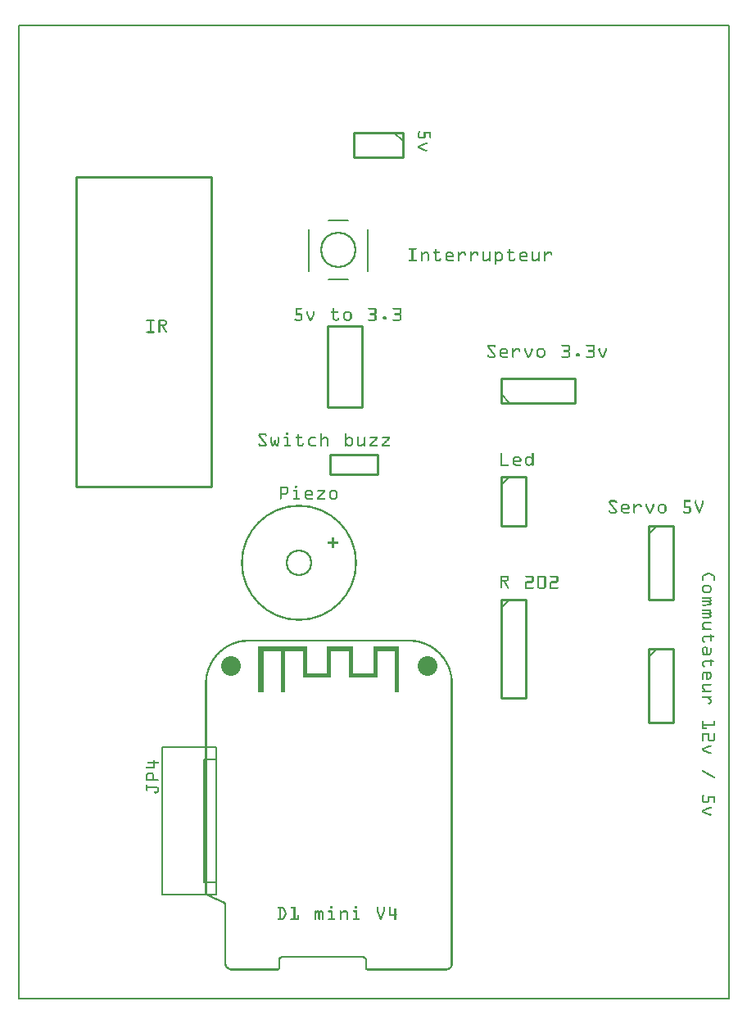
<source format=gto>
G04 MADE WITH FRITZING*
G04 WWW.FRITZING.ORG*
G04 SINGLE SIDED*
G04 HOLES NOT PLATED*
G04 CONTOUR ON CENTER OF CONTOUR VECTOR*
%ASAXBY*%
%FSLAX23Y23*%
%MOIN*%
%OFA0B0*%
%SFA1.0B1.0*%
%ADD10C,0.148000X0.132*%
%ADD11C,0.472568X0.456568*%
%ADD12C,0.108000X0.092*%
%ADD13C,0.080000*%
%ADD14R,0.150000X0.338583X0.130000X0.318583*%
%ADD15C,0.010000*%
%ADD16R,2.897020X3.968590X2.881020X3.952590*%
%ADD17C,0.008000*%
%ADD18C,0.005000*%
%ADD19C,0.000100*%
%ADD20R,0.001000X0.001000*%
%LNSILK1*%
G90*
G70*
G54D10*
X1305Y3050D03*
G54D11*
X1144Y1778D03*
G54D12*
X1144Y1778D03*
G54D13*
X1667Y1357D03*
X868Y1357D03*
G54D15*
X1260Y2740D02*
X1400Y2740D01*
X1400Y2411D01*
X1260Y2411D01*
X1260Y2740D01*
D02*
G54D17*
X4Y3965D02*
X2893Y3965D01*
X2893Y4D01*
X4Y4D01*
X4Y3965D01*
D02*
G54D18*
X586Y428D02*
X806Y428D01*
D02*
X586Y1028D02*
X806Y1028D01*
D02*
X586Y1028D02*
X586Y428D01*
D02*
X806Y1028D02*
X806Y978D01*
D02*
X806Y978D02*
X806Y478D01*
D02*
X806Y478D02*
X806Y428D01*
D02*
X806Y478D02*
X756Y478D01*
D02*
X756Y478D02*
X756Y978D01*
D02*
X756Y978D02*
X806Y978D01*
G54D15*
D02*
X1966Y2428D02*
X2266Y2428D01*
D02*
X2266Y2428D02*
X2266Y2528D01*
D02*
X2266Y2528D02*
X1966Y2528D01*
D02*
X1966Y2528D02*
X1966Y2428D01*
G54D18*
D02*
X2001Y2428D02*
X1966Y2463D01*
G54D15*
D02*
X1566Y3528D02*
X1366Y3528D01*
D02*
X1366Y3528D02*
X1366Y3428D01*
D02*
X1366Y3428D02*
X1566Y3428D01*
D02*
X1566Y3428D02*
X1566Y3528D01*
G54D18*
D02*
X1531Y3528D02*
X1566Y3493D01*
G54D15*
D02*
X1270Y2219D02*
X1465Y2219D01*
D02*
X1465Y2219D02*
X1465Y2138D01*
D02*
X1465Y2138D02*
X1270Y2138D01*
D02*
X1270Y2138D02*
X1270Y2219D01*
G54D17*
D02*
X1425Y2965D02*
X1425Y3135D01*
D02*
X1185Y3135D02*
X1185Y2965D01*
D02*
X1344Y2930D02*
X1265Y2930D01*
D02*
X1345Y3170D02*
X1265Y3170D01*
G54D15*
D02*
X2566Y1428D02*
X2566Y1128D01*
D02*
X2566Y1128D02*
X2666Y1128D01*
D02*
X2666Y1128D02*
X2666Y1428D01*
D02*
X2666Y1428D02*
X2566Y1428D01*
G54D18*
D02*
X2566Y1393D02*
X2601Y1428D01*
G54D15*
D02*
X2566Y1928D02*
X2566Y1628D01*
D02*
X2566Y1628D02*
X2666Y1628D01*
D02*
X2666Y1628D02*
X2666Y1928D01*
D02*
X2666Y1928D02*
X2566Y1928D01*
G54D18*
D02*
X2566Y1893D02*
X2601Y1928D01*
G54D15*
D02*
X789Y3346D02*
X238Y3346D01*
D02*
X238Y3346D02*
X238Y2086D01*
D02*
X238Y2086D02*
X789Y2086D01*
D02*
X789Y2086D02*
X789Y3346D01*
D02*
X1966Y1628D02*
X1966Y1228D01*
D02*
X1966Y1228D02*
X2066Y1228D01*
D02*
X2066Y1228D02*
X2066Y1628D01*
D02*
X2066Y1628D02*
X1966Y1628D01*
G54D18*
D02*
X1966Y1593D02*
X2001Y1628D01*
G54D15*
D02*
X1966Y2128D02*
X1966Y1928D01*
D02*
X1966Y1928D02*
X2066Y1928D01*
D02*
X2066Y1928D02*
X2066Y2128D01*
D02*
X2066Y2128D02*
X1966Y2128D01*
G54D18*
D02*
X1966Y2093D02*
X2001Y2128D01*
G54D19*
G36*
X1002Y1419D02*
X1002Y1252D01*
X979Y1252D01*
X979Y1436D01*
X1177Y1436D01*
X1177Y1329D01*
X1258Y1329D01*
X1258Y1436D01*
X1365Y1436D01*
X1365Y1329D01*
X1447Y1329D01*
X1447Y1436D01*
X1552Y1436D01*
X1552Y1252D01*
X1535Y1252D01*
X1535Y1419D01*
X1464Y1419D01*
X1464Y1312D01*
X1348Y1312D01*
X1348Y1419D01*
X1275Y1419D01*
X1275Y1312D01*
X1160Y1312D01*
X1160Y1419D01*
X1089Y1419D01*
X1089Y1252D01*
X1072Y1252D01*
X1072Y1419D01*
X1002Y1419D01*
G37*
D02*
G54D20*
X1634Y3535D02*
X1635Y3535D01*
X1632Y3534D02*
X1636Y3534D01*
X1632Y3533D02*
X1637Y3533D01*
X1631Y3532D02*
X1637Y3532D01*
X1630Y3531D02*
X1637Y3531D01*
X1653Y3531D02*
X1682Y3531D01*
X1630Y3530D02*
X1637Y3530D01*
X1653Y3530D02*
X1682Y3530D01*
X1630Y3529D02*
X1636Y3529D01*
X1653Y3529D02*
X1682Y3529D01*
X1629Y3528D02*
X1636Y3528D01*
X1653Y3528D02*
X1682Y3528D01*
X1629Y3527D02*
X1635Y3527D01*
X1653Y3527D02*
X1682Y3527D01*
X1629Y3526D02*
X1635Y3526D01*
X1653Y3526D02*
X1682Y3526D01*
X1629Y3525D02*
X1635Y3525D01*
X1653Y3525D02*
X1682Y3525D01*
X1629Y3524D02*
X1635Y3524D01*
X1653Y3524D02*
X1659Y3524D01*
X1676Y3524D02*
X1682Y3524D01*
X1629Y3523D02*
X1635Y3523D01*
X1653Y3523D02*
X1659Y3523D01*
X1676Y3523D02*
X1682Y3523D01*
X1629Y3522D02*
X1635Y3522D01*
X1653Y3522D02*
X1659Y3522D01*
X1676Y3522D02*
X1682Y3522D01*
X1629Y3521D02*
X1635Y3521D01*
X1653Y3521D02*
X1659Y3521D01*
X1676Y3521D02*
X1682Y3521D01*
X1629Y3520D02*
X1635Y3520D01*
X1653Y3520D02*
X1659Y3520D01*
X1676Y3520D02*
X1682Y3520D01*
X1629Y3519D02*
X1635Y3519D01*
X1653Y3519D02*
X1659Y3519D01*
X1676Y3519D02*
X1682Y3519D01*
X1629Y3518D02*
X1635Y3518D01*
X1653Y3518D02*
X1659Y3518D01*
X1676Y3518D02*
X1682Y3518D01*
X1629Y3517D02*
X1635Y3517D01*
X1653Y3517D02*
X1659Y3517D01*
X1676Y3517D02*
X1682Y3517D01*
X1629Y3516D02*
X1635Y3516D01*
X1653Y3516D02*
X1659Y3516D01*
X1676Y3516D02*
X1682Y3516D01*
X1629Y3515D02*
X1635Y3515D01*
X1653Y3515D02*
X1659Y3515D01*
X1676Y3515D02*
X1682Y3515D01*
X1629Y3514D02*
X1635Y3514D01*
X1653Y3514D02*
X1659Y3514D01*
X1676Y3514D02*
X1682Y3514D01*
X1629Y3513D02*
X1635Y3513D01*
X1653Y3513D02*
X1659Y3513D01*
X1676Y3513D02*
X1682Y3513D01*
X1629Y3512D02*
X1635Y3512D01*
X1653Y3512D02*
X1659Y3512D01*
X1676Y3512D02*
X1682Y3512D01*
X1629Y3511D02*
X1635Y3511D01*
X1653Y3511D02*
X1659Y3511D01*
X1676Y3511D02*
X1682Y3511D01*
X1629Y3510D02*
X1659Y3510D01*
X1676Y3510D02*
X1682Y3510D01*
X1629Y3509D02*
X1659Y3509D01*
X1676Y3509D02*
X1682Y3509D01*
X1630Y3508D02*
X1658Y3508D01*
X1676Y3508D02*
X1682Y3508D01*
X1630Y3507D02*
X1658Y3507D01*
X1676Y3507D02*
X1682Y3507D01*
X1631Y3506D02*
X1657Y3506D01*
X1677Y3506D02*
X1682Y3506D01*
X1632Y3505D02*
X1656Y3505D01*
X1677Y3505D02*
X1682Y3505D01*
X1633Y3504D02*
X1655Y3504D01*
X1678Y3504D02*
X1681Y3504D01*
X1658Y3486D02*
X1666Y3486D01*
X1655Y3485D02*
X1667Y3485D01*
X1653Y3484D02*
X1667Y3484D01*
X1651Y3483D02*
X1668Y3483D01*
X1648Y3482D02*
X1667Y3482D01*
X1646Y3481D02*
X1667Y3481D01*
X1644Y3480D02*
X1666Y3480D01*
X1642Y3479D02*
X1658Y3479D01*
X1639Y3478D02*
X1656Y3478D01*
X1637Y3477D02*
X1654Y3477D01*
X1635Y3476D02*
X1651Y3476D01*
X1632Y3475D02*
X1649Y3475D01*
X1631Y3474D02*
X1647Y3474D01*
X1630Y3473D02*
X1644Y3473D01*
X1629Y3472D02*
X1642Y3472D01*
X1629Y3471D02*
X1640Y3471D01*
X1629Y3470D02*
X1637Y3470D01*
X1629Y3469D02*
X1636Y3469D01*
X1629Y3468D02*
X1638Y3468D01*
X1629Y3467D02*
X1640Y3467D01*
X1629Y3466D02*
X1643Y3466D01*
X1630Y3465D02*
X1645Y3465D01*
X1631Y3464D02*
X1647Y3464D01*
X1633Y3463D02*
X1649Y3463D01*
X1635Y3462D02*
X1652Y3462D01*
X1637Y3461D02*
X1654Y3461D01*
X1640Y3460D02*
X1656Y3460D01*
X1642Y3459D02*
X1658Y3459D01*
X1644Y3458D02*
X1666Y3458D01*
X1646Y3457D02*
X1667Y3457D01*
X1649Y3456D02*
X1668Y3456D01*
X1651Y3455D02*
X1668Y3455D01*
X1653Y3454D02*
X1667Y3454D01*
X1656Y3453D02*
X1667Y3453D01*
X1659Y3452D02*
X1665Y3452D01*
X1591Y3057D02*
X1622Y3057D01*
X1590Y3056D02*
X1623Y3056D01*
X1590Y3055D02*
X1623Y3055D01*
X1590Y3054D02*
X1623Y3054D01*
X1698Y3054D02*
X1702Y3054D01*
X1999Y3054D02*
X2003Y3054D01*
X1590Y3053D02*
X1623Y3053D01*
X1697Y3053D02*
X1702Y3053D01*
X1998Y3053D02*
X2004Y3053D01*
X1591Y3052D02*
X1622Y3052D01*
X1697Y3052D02*
X1703Y3052D01*
X1998Y3052D02*
X2004Y3052D01*
X1592Y3051D02*
X1620Y3051D01*
X1697Y3051D02*
X1703Y3051D01*
X1998Y3051D02*
X2004Y3051D01*
X1603Y3050D02*
X1609Y3050D01*
X1697Y3050D02*
X1703Y3050D01*
X1998Y3050D02*
X2004Y3050D01*
X1603Y3049D02*
X1609Y3049D01*
X1697Y3049D02*
X1703Y3049D01*
X1998Y3049D02*
X2004Y3049D01*
X1603Y3048D02*
X1609Y3048D01*
X1697Y3048D02*
X1703Y3048D01*
X1998Y3048D02*
X2004Y3048D01*
X1603Y3047D02*
X1609Y3047D01*
X1697Y3047D02*
X1703Y3047D01*
X1998Y3047D02*
X2004Y3047D01*
X1603Y3046D02*
X1609Y3046D01*
X1697Y3046D02*
X1703Y3046D01*
X1998Y3046D02*
X2004Y3046D01*
X1603Y3045D02*
X1609Y3045D01*
X1697Y3045D02*
X1703Y3045D01*
X1998Y3045D02*
X2004Y3045D01*
X1603Y3044D02*
X1609Y3044D01*
X1697Y3044D02*
X1703Y3044D01*
X1942Y3044D02*
X1945Y3044D01*
X1954Y3044D02*
X1961Y3044D01*
X1998Y3044D02*
X2004Y3044D01*
X1603Y3043D02*
X1609Y3043D01*
X1643Y3043D02*
X1644Y3043D01*
X1658Y3043D02*
X1664Y3043D01*
X1693Y3043D02*
X1715Y3043D01*
X1752Y3043D02*
X1762Y3043D01*
X1793Y3043D02*
X1794Y3043D01*
X1806Y3043D02*
X1816Y3043D01*
X1843Y3043D02*
X1844Y3043D01*
X1857Y3043D02*
X1866Y3043D01*
X1894Y3043D02*
X1895Y3043D01*
X1920Y3043D02*
X1921Y3043D01*
X1941Y3043D02*
X1946Y3043D01*
X1952Y3043D02*
X1964Y3043D01*
X1994Y3043D02*
X2017Y3043D01*
X2053Y3043D02*
X2063Y3043D01*
X2095Y3043D02*
X2095Y3043D01*
X2121Y3043D02*
X2122Y3043D01*
X2144Y3043D02*
X2145Y3043D01*
X2158Y3043D02*
X2167Y3043D01*
X1603Y3042D02*
X1609Y3042D01*
X1641Y3042D02*
X1645Y3042D01*
X1655Y3042D02*
X1667Y3042D01*
X1691Y3042D02*
X1717Y3042D01*
X1748Y3042D02*
X1765Y3042D01*
X1791Y3042D02*
X1795Y3042D01*
X1805Y3042D02*
X1819Y3042D01*
X1841Y3042D02*
X1846Y3042D01*
X1855Y3042D02*
X1869Y3042D01*
X1892Y3042D02*
X1896Y3042D01*
X1919Y3042D02*
X1923Y3042D01*
X1941Y3042D02*
X1947Y3042D01*
X1951Y3042D02*
X1965Y3042D01*
X1992Y3042D02*
X2018Y3042D01*
X2050Y3042D02*
X2067Y3042D01*
X2093Y3042D02*
X2097Y3042D01*
X2120Y3042D02*
X2124Y3042D01*
X2143Y3042D02*
X2147Y3042D01*
X2156Y3042D02*
X2170Y3042D01*
X1603Y3041D02*
X1609Y3041D01*
X1640Y3041D02*
X1646Y3041D01*
X1653Y3041D02*
X1669Y3041D01*
X1690Y3041D02*
X1718Y3041D01*
X1747Y3041D02*
X1767Y3041D01*
X1791Y3041D02*
X1796Y3041D01*
X1804Y3041D02*
X1821Y3041D01*
X1841Y3041D02*
X1846Y3041D01*
X1854Y3041D02*
X1871Y3041D01*
X1892Y3041D02*
X1897Y3041D01*
X1918Y3041D02*
X1924Y3041D01*
X1941Y3041D02*
X1947Y3041D01*
X1950Y3041D02*
X1966Y3041D01*
X1991Y3041D02*
X2019Y3041D01*
X2048Y3041D02*
X2068Y3041D01*
X2092Y3041D02*
X2098Y3041D01*
X2119Y3041D02*
X2124Y3041D01*
X2142Y3041D02*
X2147Y3041D01*
X2155Y3041D02*
X2172Y3041D01*
X1603Y3040D02*
X1609Y3040D01*
X1640Y3040D02*
X1646Y3040D01*
X1651Y3040D02*
X1670Y3040D01*
X1690Y3040D02*
X1718Y3040D01*
X1745Y3040D02*
X1768Y3040D01*
X1790Y3040D02*
X1796Y3040D01*
X1802Y3040D02*
X1822Y3040D01*
X1841Y3040D02*
X1846Y3040D01*
X1853Y3040D02*
X1872Y3040D01*
X1891Y3040D02*
X1897Y3040D01*
X1918Y3040D02*
X1924Y3040D01*
X1941Y3040D02*
X1947Y3040D01*
X1949Y3040D02*
X1967Y3040D01*
X1991Y3040D02*
X2019Y3040D01*
X2047Y3040D02*
X2070Y3040D01*
X2092Y3040D02*
X2098Y3040D01*
X2119Y3040D02*
X2125Y3040D01*
X2142Y3040D02*
X2148Y3040D01*
X2154Y3040D02*
X2173Y3040D01*
X1603Y3039D02*
X1609Y3039D01*
X1640Y3039D02*
X1646Y3039D01*
X1650Y3039D02*
X1671Y3039D01*
X1690Y3039D02*
X1718Y3039D01*
X1744Y3039D02*
X1770Y3039D01*
X1790Y3039D02*
X1796Y3039D01*
X1801Y3039D02*
X1822Y3039D01*
X1840Y3039D02*
X1846Y3039D01*
X1851Y3039D02*
X1873Y3039D01*
X1891Y3039D02*
X1897Y3039D01*
X1918Y3039D02*
X1924Y3039D01*
X1941Y3039D02*
X1968Y3039D01*
X1991Y3039D02*
X2019Y3039D01*
X2045Y3039D02*
X2071Y3039D01*
X2092Y3039D02*
X2098Y3039D01*
X2119Y3039D02*
X2125Y3039D01*
X2142Y3039D02*
X2148Y3039D01*
X2153Y3039D02*
X2174Y3039D01*
X1603Y3038D02*
X1609Y3038D01*
X1640Y3038D02*
X1646Y3038D01*
X1648Y3038D02*
X1671Y3038D01*
X1690Y3038D02*
X1717Y3038D01*
X1743Y3038D02*
X1771Y3038D01*
X1790Y3038D02*
X1796Y3038D01*
X1800Y3038D02*
X1823Y3038D01*
X1840Y3038D02*
X1847Y3038D01*
X1850Y3038D02*
X1873Y3038D01*
X1891Y3038D02*
X1897Y3038D01*
X1918Y3038D02*
X1924Y3038D01*
X1941Y3038D02*
X1970Y3038D01*
X1992Y3038D02*
X2019Y3038D01*
X2045Y3038D02*
X2072Y3038D01*
X2092Y3038D02*
X2098Y3038D01*
X2119Y3038D02*
X2125Y3038D01*
X2142Y3038D02*
X2148Y3038D01*
X2152Y3038D02*
X2174Y3038D01*
X1603Y3037D02*
X1609Y3037D01*
X1640Y3037D02*
X1672Y3037D01*
X1691Y3037D02*
X1717Y3037D01*
X1742Y3037D02*
X1771Y3037D01*
X1790Y3037D02*
X1796Y3037D01*
X1799Y3037D02*
X1823Y3037D01*
X1840Y3037D02*
X1846Y3037D01*
X1849Y3037D02*
X1874Y3037D01*
X1891Y3037D02*
X1897Y3037D01*
X1918Y3037D02*
X1924Y3037D01*
X1941Y3037D02*
X1955Y3037D01*
X1961Y3037D02*
X1971Y3037D01*
X1992Y3037D02*
X2018Y3037D01*
X2044Y3037D02*
X2073Y3037D01*
X2092Y3037D02*
X2098Y3037D01*
X2119Y3037D02*
X2125Y3037D01*
X2142Y3037D02*
X2148Y3037D01*
X2150Y3037D02*
X2175Y3037D01*
X1603Y3036D02*
X1609Y3036D01*
X1640Y3036D02*
X1657Y3036D01*
X1664Y3036D02*
X1672Y3036D01*
X1696Y3036D02*
X1703Y3036D01*
X1742Y3036D02*
X1751Y3036D01*
X1762Y3036D02*
X1772Y3036D01*
X1790Y3036D02*
X1808Y3036D01*
X1816Y3036D02*
X1824Y3036D01*
X1840Y3036D02*
X1858Y3036D01*
X1866Y3036D02*
X1874Y3036D01*
X1891Y3036D02*
X1897Y3036D01*
X1918Y3036D02*
X1924Y3036D01*
X1941Y3036D02*
X1953Y3036D01*
X1962Y3036D02*
X1971Y3036D01*
X1998Y3036D02*
X2004Y3036D01*
X2043Y3036D02*
X2053Y3036D01*
X2064Y3036D02*
X2073Y3036D01*
X2092Y3036D02*
X2098Y3036D01*
X2119Y3036D02*
X2125Y3036D01*
X2142Y3036D02*
X2159Y3036D01*
X2167Y3036D02*
X2175Y3036D01*
X1603Y3035D02*
X1609Y3035D01*
X1640Y3035D02*
X1656Y3035D01*
X1666Y3035D02*
X1673Y3035D01*
X1697Y3035D02*
X1703Y3035D01*
X1741Y3035D02*
X1749Y3035D01*
X1765Y3035D02*
X1773Y3035D01*
X1790Y3035D02*
X1806Y3035D01*
X1817Y3035D02*
X1824Y3035D01*
X1840Y3035D02*
X1857Y3035D01*
X1867Y3035D02*
X1874Y3035D01*
X1891Y3035D02*
X1897Y3035D01*
X1918Y3035D02*
X1924Y3035D01*
X1941Y3035D02*
X1952Y3035D01*
X1963Y3035D02*
X1972Y3035D01*
X1998Y3035D02*
X2004Y3035D01*
X2042Y3035D02*
X2051Y3035D01*
X2066Y3035D02*
X2074Y3035D01*
X2092Y3035D02*
X2098Y3035D01*
X2119Y3035D02*
X2125Y3035D01*
X2142Y3035D02*
X2158Y3035D01*
X2169Y3035D02*
X2175Y3035D01*
X1603Y3034D02*
X1609Y3034D01*
X1640Y3034D02*
X1654Y3034D01*
X1667Y3034D02*
X1673Y3034D01*
X1697Y3034D02*
X1703Y3034D01*
X1741Y3034D02*
X1748Y3034D01*
X1766Y3034D02*
X1773Y3034D01*
X1790Y3034D02*
X1805Y3034D01*
X1818Y3034D02*
X1824Y3034D01*
X1840Y3034D02*
X1855Y3034D01*
X1868Y3034D02*
X1874Y3034D01*
X1891Y3034D02*
X1897Y3034D01*
X1918Y3034D02*
X1924Y3034D01*
X1941Y3034D02*
X1951Y3034D01*
X1964Y3034D02*
X1973Y3034D01*
X1998Y3034D02*
X2004Y3034D01*
X2042Y3034D02*
X2049Y3034D01*
X2067Y3034D02*
X2074Y3034D01*
X2092Y3034D02*
X2098Y3034D01*
X2119Y3034D02*
X2125Y3034D01*
X2142Y3034D02*
X2157Y3034D01*
X2169Y3034D02*
X2175Y3034D01*
X1603Y3033D02*
X1609Y3033D01*
X1640Y3033D02*
X1653Y3033D01*
X1667Y3033D02*
X1673Y3033D01*
X1697Y3033D02*
X1703Y3033D01*
X1740Y3033D02*
X1747Y3033D01*
X1767Y3033D02*
X1773Y3033D01*
X1790Y3033D02*
X1804Y3033D01*
X1818Y3033D02*
X1824Y3033D01*
X1840Y3033D02*
X1854Y3033D01*
X1868Y3033D02*
X1874Y3033D01*
X1891Y3033D02*
X1897Y3033D01*
X1918Y3033D02*
X1924Y3033D01*
X1941Y3033D02*
X1950Y3033D01*
X1966Y3033D02*
X1974Y3033D01*
X1998Y3033D02*
X2004Y3033D01*
X2042Y3033D02*
X2048Y3033D01*
X2068Y3033D02*
X2075Y3033D01*
X2092Y3033D02*
X2098Y3033D01*
X2119Y3033D02*
X2125Y3033D01*
X2142Y3033D02*
X2156Y3033D01*
X2169Y3033D02*
X2175Y3033D01*
X1603Y3032D02*
X1609Y3032D01*
X1640Y3032D02*
X1651Y3032D01*
X1667Y3032D02*
X1673Y3032D01*
X1697Y3032D02*
X1703Y3032D01*
X1740Y3032D02*
X1747Y3032D01*
X1767Y3032D02*
X1774Y3032D01*
X1790Y3032D02*
X1803Y3032D01*
X1818Y3032D02*
X1824Y3032D01*
X1840Y3032D02*
X1853Y3032D01*
X1868Y3032D02*
X1874Y3032D01*
X1891Y3032D02*
X1897Y3032D01*
X1918Y3032D02*
X1924Y3032D01*
X1941Y3032D02*
X1949Y3032D01*
X1967Y3032D02*
X1974Y3032D01*
X1998Y3032D02*
X2004Y3032D01*
X2042Y3032D02*
X2048Y3032D01*
X2069Y3032D02*
X2075Y3032D01*
X2092Y3032D02*
X2098Y3032D01*
X2119Y3032D02*
X2125Y3032D01*
X2142Y3032D02*
X2154Y3032D01*
X2169Y3032D02*
X2175Y3032D01*
X1603Y3031D02*
X1609Y3031D01*
X1640Y3031D02*
X1649Y3031D01*
X1667Y3031D02*
X1673Y3031D01*
X1697Y3031D02*
X1703Y3031D01*
X1740Y3031D02*
X1746Y3031D01*
X1768Y3031D02*
X1774Y3031D01*
X1790Y3031D02*
X1802Y3031D01*
X1818Y3031D02*
X1824Y3031D01*
X1840Y3031D02*
X1852Y3031D01*
X1868Y3031D02*
X1874Y3031D01*
X1891Y3031D02*
X1897Y3031D01*
X1918Y3031D02*
X1924Y3031D01*
X1941Y3031D02*
X1948Y3031D01*
X1968Y3031D02*
X1974Y3031D01*
X1998Y3031D02*
X2004Y3031D01*
X2041Y3031D02*
X2047Y3031D01*
X2069Y3031D02*
X2075Y3031D01*
X2092Y3031D02*
X2098Y3031D01*
X2119Y3031D02*
X2125Y3031D01*
X2142Y3031D02*
X2153Y3031D01*
X2169Y3031D02*
X2175Y3031D01*
X1603Y3030D02*
X1609Y3030D01*
X1640Y3030D02*
X1648Y3030D01*
X1667Y3030D02*
X1673Y3030D01*
X1697Y3030D02*
X1703Y3030D01*
X1740Y3030D02*
X1746Y3030D01*
X1768Y3030D02*
X1774Y3030D01*
X1790Y3030D02*
X1801Y3030D01*
X1818Y3030D02*
X1824Y3030D01*
X1840Y3030D02*
X1851Y3030D01*
X1868Y3030D02*
X1874Y3030D01*
X1891Y3030D02*
X1897Y3030D01*
X1918Y3030D02*
X1924Y3030D01*
X1941Y3030D02*
X1948Y3030D01*
X1968Y3030D02*
X1974Y3030D01*
X1998Y3030D02*
X2004Y3030D01*
X2041Y3030D02*
X2047Y3030D01*
X2069Y3030D02*
X2075Y3030D01*
X2092Y3030D02*
X2098Y3030D01*
X2119Y3030D02*
X2125Y3030D01*
X2142Y3030D02*
X2152Y3030D01*
X2170Y3030D02*
X2175Y3030D01*
X1603Y3029D02*
X1609Y3029D01*
X1640Y3029D02*
X1646Y3029D01*
X1667Y3029D02*
X1673Y3029D01*
X1697Y3029D02*
X1703Y3029D01*
X1740Y3029D02*
X1746Y3029D01*
X1768Y3029D02*
X1774Y3029D01*
X1790Y3029D02*
X1799Y3029D01*
X1819Y3029D02*
X1823Y3029D01*
X1840Y3029D02*
X1850Y3029D01*
X1869Y3029D02*
X1873Y3029D01*
X1891Y3029D02*
X1897Y3029D01*
X1918Y3029D02*
X1924Y3029D01*
X1941Y3029D02*
X1947Y3029D01*
X1968Y3029D02*
X1974Y3029D01*
X1998Y3029D02*
X2004Y3029D01*
X2041Y3029D02*
X2047Y3029D01*
X2069Y3029D02*
X2075Y3029D01*
X2092Y3029D02*
X2098Y3029D01*
X2119Y3029D02*
X2125Y3029D01*
X2142Y3029D02*
X2151Y3029D01*
X2170Y3029D02*
X2174Y3029D01*
X1603Y3028D02*
X1609Y3028D01*
X1640Y3028D02*
X1646Y3028D01*
X1667Y3028D02*
X1673Y3028D01*
X1697Y3028D02*
X1703Y3028D01*
X1740Y3028D02*
X1746Y3028D01*
X1768Y3028D02*
X1774Y3028D01*
X1790Y3028D02*
X1798Y3028D01*
X1840Y3028D02*
X1848Y3028D01*
X1891Y3028D02*
X1897Y3028D01*
X1918Y3028D02*
X1924Y3028D01*
X1941Y3028D02*
X1947Y3028D01*
X1968Y3028D02*
X1974Y3028D01*
X1998Y3028D02*
X2004Y3028D01*
X2041Y3028D02*
X2047Y3028D01*
X2069Y3028D02*
X2075Y3028D01*
X2092Y3028D02*
X2098Y3028D01*
X2119Y3028D02*
X2125Y3028D01*
X2142Y3028D02*
X2150Y3028D01*
X1603Y3027D02*
X1609Y3027D01*
X1640Y3027D02*
X1646Y3027D01*
X1667Y3027D02*
X1673Y3027D01*
X1697Y3027D02*
X1703Y3027D01*
X1740Y3027D02*
X1746Y3027D01*
X1767Y3027D02*
X1774Y3027D01*
X1790Y3027D02*
X1797Y3027D01*
X1840Y3027D02*
X1847Y3027D01*
X1891Y3027D02*
X1897Y3027D01*
X1918Y3027D02*
X1924Y3027D01*
X1941Y3027D02*
X1947Y3027D01*
X1968Y3027D02*
X1974Y3027D01*
X1998Y3027D02*
X2004Y3027D01*
X2041Y3027D02*
X2048Y3027D01*
X2069Y3027D02*
X2075Y3027D01*
X2092Y3027D02*
X2098Y3027D01*
X2119Y3027D02*
X2125Y3027D01*
X2142Y3027D02*
X2149Y3027D01*
X1603Y3026D02*
X1609Y3026D01*
X1640Y3026D02*
X1646Y3026D01*
X1667Y3026D02*
X1673Y3026D01*
X1697Y3026D02*
X1703Y3026D01*
X1740Y3026D02*
X1774Y3026D01*
X1790Y3026D02*
X1796Y3026D01*
X1840Y3026D02*
X1847Y3026D01*
X1891Y3026D02*
X1897Y3026D01*
X1918Y3026D02*
X1924Y3026D01*
X1941Y3026D02*
X1947Y3026D01*
X1968Y3026D02*
X1974Y3026D01*
X1998Y3026D02*
X2004Y3026D01*
X2041Y3026D02*
X2075Y3026D01*
X2092Y3026D02*
X2098Y3026D01*
X2119Y3026D02*
X2125Y3026D01*
X2142Y3026D02*
X2148Y3026D01*
X1603Y3025D02*
X1609Y3025D01*
X1640Y3025D02*
X1646Y3025D01*
X1667Y3025D02*
X1673Y3025D01*
X1697Y3025D02*
X1703Y3025D01*
X1740Y3025D02*
X1774Y3025D01*
X1790Y3025D02*
X1796Y3025D01*
X1840Y3025D02*
X1846Y3025D01*
X1891Y3025D02*
X1897Y3025D01*
X1918Y3025D02*
X1924Y3025D01*
X1941Y3025D02*
X1947Y3025D01*
X1968Y3025D02*
X1974Y3025D01*
X1998Y3025D02*
X2004Y3025D01*
X2041Y3025D02*
X2075Y3025D01*
X2092Y3025D02*
X2098Y3025D01*
X2119Y3025D02*
X2125Y3025D01*
X2142Y3025D02*
X2148Y3025D01*
X1603Y3024D02*
X1609Y3024D01*
X1640Y3024D02*
X1646Y3024D01*
X1667Y3024D02*
X1673Y3024D01*
X1697Y3024D02*
X1703Y3024D01*
X1740Y3024D02*
X1774Y3024D01*
X1790Y3024D02*
X1796Y3024D01*
X1840Y3024D02*
X1846Y3024D01*
X1891Y3024D02*
X1897Y3024D01*
X1918Y3024D02*
X1924Y3024D01*
X1941Y3024D02*
X1947Y3024D01*
X1968Y3024D02*
X1974Y3024D01*
X1998Y3024D02*
X2004Y3024D01*
X2041Y3024D02*
X2075Y3024D01*
X2092Y3024D02*
X2098Y3024D01*
X2119Y3024D02*
X2125Y3024D01*
X2142Y3024D02*
X2148Y3024D01*
X1603Y3023D02*
X1609Y3023D01*
X1640Y3023D02*
X1646Y3023D01*
X1667Y3023D02*
X1673Y3023D01*
X1697Y3023D02*
X1703Y3023D01*
X1740Y3023D02*
X1774Y3023D01*
X1790Y3023D02*
X1796Y3023D01*
X1840Y3023D02*
X1846Y3023D01*
X1891Y3023D02*
X1897Y3023D01*
X1918Y3023D02*
X1924Y3023D01*
X1941Y3023D02*
X1947Y3023D01*
X1968Y3023D02*
X1974Y3023D01*
X1998Y3023D02*
X2004Y3023D01*
X2041Y3023D02*
X2075Y3023D01*
X2092Y3023D02*
X2098Y3023D01*
X2119Y3023D02*
X2125Y3023D01*
X2142Y3023D02*
X2148Y3023D01*
X1603Y3022D02*
X1609Y3022D01*
X1640Y3022D02*
X1646Y3022D01*
X1667Y3022D02*
X1673Y3022D01*
X1697Y3022D02*
X1703Y3022D01*
X1740Y3022D02*
X1773Y3022D01*
X1790Y3022D02*
X1796Y3022D01*
X1840Y3022D02*
X1846Y3022D01*
X1891Y3022D02*
X1897Y3022D01*
X1918Y3022D02*
X1924Y3022D01*
X1941Y3022D02*
X1947Y3022D01*
X1968Y3022D02*
X1974Y3022D01*
X1998Y3022D02*
X2004Y3022D01*
X2041Y3022D02*
X2075Y3022D01*
X2092Y3022D02*
X2098Y3022D01*
X2119Y3022D02*
X2125Y3022D01*
X2142Y3022D02*
X2148Y3022D01*
X1603Y3021D02*
X1609Y3021D01*
X1640Y3021D02*
X1646Y3021D01*
X1667Y3021D02*
X1673Y3021D01*
X1697Y3021D02*
X1703Y3021D01*
X1740Y3021D02*
X1773Y3021D01*
X1790Y3021D02*
X1796Y3021D01*
X1840Y3021D02*
X1846Y3021D01*
X1891Y3021D02*
X1897Y3021D01*
X1918Y3021D02*
X1924Y3021D01*
X1941Y3021D02*
X1947Y3021D01*
X1968Y3021D02*
X1974Y3021D01*
X1998Y3021D02*
X2004Y3021D01*
X2041Y3021D02*
X2074Y3021D01*
X2092Y3021D02*
X2098Y3021D01*
X2119Y3021D02*
X2125Y3021D01*
X2142Y3021D02*
X2148Y3021D01*
X1603Y3020D02*
X1609Y3020D01*
X1640Y3020D02*
X1646Y3020D01*
X1667Y3020D02*
X1673Y3020D01*
X1697Y3020D02*
X1703Y3020D01*
X1740Y3020D02*
X1771Y3020D01*
X1790Y3020D02*
X1796Y3020D01*
X1840Y3020D02*
X1846Y3020D01*
X1891Y3020D02*
X1897Y3020D01*
X1918Y3020D02*
X1924Y3020D01*
X1941Y3020D02*
X1947Y3020D01*
X1968Y3020D02*
X1974Y3020D01*
X1998Y3020D02*
X2004Y3020D01*
X2041Y3020D02*
X2072Y3020D01*
X2092Y3020D02*
X2098Y3020D01*
X2119Y3020D02*
X2125Y3020D01*
X2142Y3020D02*
X2148Y3020D01*
X1603Y3019D02*
X1609Y3019D01*
X1640Y3019D02*
X1646Y3019D01*
X1667Y3019D02*
X1673Y3019D01*
X1697Y3019D02*
X1703Y3019D01*
X1740Y3019D02*
X1746Y3019D01*
X1790Y3019D02*
X1796Y3019D01*
X1840Y3019D02*
X1846Y3019D01*
X1891Y3019D02*
X1897Y3019D01*
X1918Y3019D02*
X1924Y3019D01*
X1941Y3019D02*
X1947Y3019D01*
X1968Y3019D02*
X1974Y3019D01*
X1998Y3019D02*
X2004Y3019D01*
X2041Y3019D02*
X2047Y3019D01*
X2092Y3019D02*
X2098Y3019D01*
X2119Y3019D02*
X2125Y3019D01*
X2142Y3019D02*
X2148Y3019D01*
X1603Y3018D02*
X1609Y3018D01*
X1640Y3018D02*
X1646Y3018D01*
X1667Y3018D02*
X1673Y3018D01*
X1697Y3018D02*
X1703Y3018D01*
X1740Y3018D02*
X1746Y3018D01*
X1790Y3018D02*
X1796Y3018D01*
X1840Y3018D02*
X1846Y3018D01*
X1891Y3018D02*
X1897Y3018D01*
X1918Y3018D02*
X1924Y3018D01*
X1941Y3018D02*
X1947Y3018D01*
X1968Y3018D02*
X1974Y3018D01*
X1998Y3018D02*
X2004Y3018D01*
X2041Y3018D02*
X2047Y3018D01*
X2092Y3018D02*
X2098Y3018D01*
X2118Y3018D02*
X2125Y3018D01*
X2142Y3018D02*
X2148Y3018D01*
X1603Y3017D02*
X1609Y3017D01*
X1640Y3017D02*
X1646Y3017D01*
X1667Y3017D02*
X1673Y3017D01*
X1697Y3017D02*
X1703Y3017D01*
X1740Y3017D02*
X1746Y3017D01*
X1790Y3017D02*
X1796Y3017D01*
X1840Y3017D02*
X1846Y3017D01*
X1891Y3017D02*
X1897Y3017D01*
X1916Y3017D02*
X1924Y3017D01*
X1941Y3017D02*
X1947Y3017D01*
X1968Y3017D02*
X1974Y3017D01*
X1998Y3017D02*
X2004Y3017D01*
X2041Y3017D02*
X2047Y3017D01*
X2092Y3017D02*
X2098Y3017D01*
X2117Y3017D02*
X2125Y3017D01*
X2142Y3017D02*
X2148Y3017D01*
X1603Y3016D02*
X1609Y3016D01*
X1640Y3016D02*
X1646Y3016D01*
X1667Y3016D02*
X1673Y3016D01*
X1697Y3016D02*
X1703Y3016D01*
X1719Y3016D02*
X1722Y3016D01*
X1740Y3016D02*
X1746Y3016D01*
X1790Y3016D02*
X1796Y3016D01*
X1840Y3016D02*
X1846Y3016D01*
X1891Y3016D02*
X1897Y3016D01*
X1915Y3016D02*
X1924Y3016D01*
X1941Y3016D02*
X1948Y3016D01*
X1968Y3016D02*
X1974Y3016D01*
X1998Y3016D02*
X2004Y3016D01*
X2020Y3016D02*
X2023Y3016D01*
X2041Y3016D02*
X2047Y3016D01*
X2092Y3016D02*
X2098Y3016D01*
X2115Y3016D02*
X2125Y3016D01*
X2142Y3016D02*
X2148Y3016D01*
X1603Y3015D02*
X1609Y3015D01*
X1640Y3015D02*
X1646Y3015D01*
X1667Y3015D02*
X1673Y3015D01*
X1697Y3015D02*
X1703Y3015D01*
X1718Y3015D02*
X1723Y3015D01*
X1740Y3015D02*
X1747Y3015D01*
X1790Y3015D02*
X1796Y3015D01*
X1840Y3015D02*
X1846Y3015D01*
X1891Y3015D02*
X1897Y3015D01*
X1913Y3015D02*
X1924Y3015D01*
X1941Y3015D02*
X1949Y3015D01*
X1967Y3015D02*
X1974Y3015D01*
X1998Y3015D02*
X2004Y3015D01*
X2019Y3015D02*
X2024Y3015D01*
X2041Y3015D02*
X2048Y3015D01*
X2092Y3015D02*
X2098Y3015D01*
X2114Y3015D02*
X2125Y3015D01*
X2142Y3015D02*
X2148Y3015D01*
X1603Y3014D02*
X1609Y3014D01*
X1640Y3014D02*
X1646Y3014D01*
X1667Y3014D02*
X1673Y3014D01*
X1697Y3014D02*
X1703Y3014D01*
X1718Y3014D02*
X1723Y3014D01*
X1740Y3014D02*
X1747Y3014D01*
X1790Y3014D02*
X1796Y3014D01*
X1840Y3014D02*
X1846Y3014D01*
X1891Y3014D02*
X1897Y3014D01*
X1912Y3014D02*
X1924Y3014D01*
X1941Y3014D02*
X1950Y3014D01*
X1966Y3014D02*
X1974Y3014D01*
X1998Y3014D02*
X2004Y3014D01*
X2019Y3014D02*
X2024Y3014D01*
X2042Y3014D02*
X2048Y3014D01*
X2092Y3014D02*
X2098Y3014D01*
X2112Y3014D02*
X2125Y3014D01*
X2142Y3014D02*
X2148Y3014D01*
X1603Y3013D02*
X1609Y3013D01*
X1640Y3013D02*
X1646Y3013D01*
X1667Y3013D02*
X1673Y3013D01*
X1697Y3013D02*
X1703Y3013D01*
X1717Y3013D02*
X1723Y3013D01*
X1741Y3013D02*
X1748Y3013D01*
X1790Y3013D02*
X1796Y3013D01*
X1840Y3013D02*
X1846Y3013D01*
X1891Y3013D02*
X1897Y3013D01*
X1910Y3013D02*
X1924Y3013D01*
X1941Y3013D02*
X1951Y3013D01*
X1965Y3013D02*
X1973Y3013D01*
X1998Y3013D02*
X2004Y3013D01*
X2018Y3013D02*
X2025Y3013D01*
X2042Y3013D02*
X2049Y3013D01*
X2092Y3013D02*
X2098Y3013D01*
X2111Y3013D02*
X2125Y3013D01*
X2142Y3013D02*
X2148Y3013D01*
X1603Y3012D02*
X1609Y3012D01*
X1640Y3012D02*
X1646Y3012D01*
X1667Y3012D02*
X1673Y3012D01*
X1697Y3012D02*
X1704Y3012D01*
X1716Y3012D02*
X1723Y3012D01*
X1741Y3012D02*
X1749Y3012D01*
X1790Y3012D02*
X1796Y3012D01*
X1840Y3012D02*
X1846Y3012D01*
X1891Y3012D02*
X1898Y3012D01*
X1908Y3012D02*
X1924Y3012D01*
X1941Y3012D02*
X1952Y3012D01*
X1963Y3012D02*
X1973Y3012D01*
X1998Y3012D02*
X2005Y3012D01*
X2018Y3012D02*
X2025Y3012D01*
X2042Y3012D02*
X2051Y3012D01*
X2092Y3012D02*
X2099Y3012D01*
X2109Y3012D02*
X2125Y3012D01*
X2142Y3012D02*
X2148Y3012D01*
X1603Y3011D02*
X1609Y3011D01*
X1640Y3011D02*
X1646Y3011D01*
X1667Y3011D02*
X1673Y3011D01*
X1697Y3011D02*
X1705Y3011D01*
X1715Y3011D02*
X1723Y3011D01*
X1742Y3011D02*
X1751Y3011D01*
X1790Y3011D02*
X1796Y3011D01*
X1840Y3011D02*
X1846Y3011D01*
X1892Y3011D02*
X1900Y3011D01*
X1907Y3011D02*
X1924Y3011D01*
X1941Y3011D02*
X1953Y3011D01*
X1962Y3011D02*
X1972Y3011D01*
X1999Y3011D02*
X2006Y3011D01*
X2016Y3011D02*
X2024Y3011D01*
X2043Y3011D02*
X2053Y3011D01*
X2092Y3011D02*
X2100Y3011D01*
X2108Y3011D02*
X2125Y3011D01*
X2142Y3011D02*
X2148Y3011D01*
X1591Y3010D02*
X1622Y3010D01*
X1640Y3010D02*
X1646Y3010D01*
X1667Y3010D02*
X1673Y3010D01*
X1698Y3010D02*
X1723Y3010D01*
X1742Y3010D02*
X1772Y3010D01*
X1790Y3010D02*
X1796Y3010D01*
X1840Y3010D02*
X1846Y3010D01*
X1892Y3010D02*
X1924Y3010D01*
X1941Y3010D02*
X1954Y3010D01*
X1961Y3010D02*
X1971Y3010D01*
X1999Y3010D02*
X2024Y3010D01*
X2043Y3010D02*
X2073Y3010D01*
X2093Y3010D02*
X2125Y3010D01*
X2142Y3010D02*
X2148Y3010D01*
X1590Y3009D02*
X1623Y3009D01*
X1640Y3009D02*
X1646Y3009D01*
X1667Y3009D02*
X1673Y3009D01*
X1698Y3009D02*
X1722Y3009D01*
X1743Y3009D02*
X1773Y3009D01*
X1790Y3009D02*
X1796Y3009D01*
X1840Y3009D02*
X1846Y3009D01*
X1892Y3009D02*
X1916Y3009D01*
X1918Y3009D02*
X1924Y3009D01*
X1941Y3009D02*
X1970Y3009D01*
X1999Y3009D02*
X2023Y3009D01*
X2044Y3009D02*
X2074Y3009D01*
X2093Y3009D02*
X2117Y3009D01*
X2119Y3009D02*
X2125Y3009D01*
X2142Y3009D02*
X2148Y3009D01*
X1590Y3008D02*
X1623Y3008D01*
X1640Y3008D02*
X1646Y3008D01*
X1667Y3008D02*
X1673Y3008D01*
X1699Y3008D02*
X1721Y3008D01*
X1744Y3008D02*
X1774Y3008D01*
X1790Y3008D02*
X1796Y3008D01*
X1840Y3008D02*
X1846Y3008D01*
X1893Y3008D02*
X1914Y3008D01*
X1918Y3008D02*
X1924Y3008D01*
X1941Y3008D02*
X1969Y3008D01*
X2000Y3008D02*
X2022Y3008D01*
X2045Y3008D02*
X2075Y3008D01*
X2094Y3008D02*
X2115Y3008D01*
X2119Y3008D02*
X2125Y3008D01*
X2142Y3008D02*
X2148Y3008D01*
X1590Y3007D02*
X1623Y3007D01*
X1640Y3007D02*
X1646Y3007D01*
X1667Y3007D02*
X1673Y3007D01*
X1700Y3007D02*
X1720Y3007D01*
X1745Y3007D02*
X1774Y3007D01*
X1790Y3007D02*
X1796Y3007D01*
X1841Y3007D02*
X1846Y3007D01*
X1894Y3007D02*
X1913Y3007D01*
X1918Y3007D02*
X1924Y3007D01*
X1941Y3007D02*
X1967Y3007D01*
X2001Y3007D02*
X2022Y3007D01*
X2047Y3007D02*
X2075Y3007D01*
X2095Y3007D02*
X2113Y3007D01*
X2119Y3007D02*
X2125Y3007D01*
X2142Y3007D02*
X2148Y3007D01*
X1590Y3006D02*
X1623Y3006D01*
X1640Y3006D02*
X1646Y3006D01*
X1667Y3006D02*
X1672Y3006D01*
X1701Y3006D02*
X1719Y3006D01*
X1747Y3006D02*
X1773Y3006D01*
X1791Y3006D02*
X1796Y3006D01*
X1841Y3006D02*
X1846Y3006D01*
X1895Y3006D02*
X1911Y3006D01*
X1918Y3006D02*
X1924Y3006D01*
X1941Y3006D02*
X1947Y3006D01*
X1949Y3006D02*
X1966Y3006D01*
X2002Y3006D02*
X2021Y3006D01*
X2048Y3006D02*
X2075Y3006D01*
X2096Y3006D02*
X2112Y3006D01*
X2119Y3006D02*
X2124Y3006D01*
X2142Y3006D02*
X2147Y3006D01*
X1590Y3005D02*
X1622Y3005D01*
X1641Y3005D02*
X1645Y3005D01*
X1668Y3005D02*
X1672Y3005D01*
X1702Y3005D02*
X1718Y3005D01*
X1748Y3005D02*
X1773Y3005D01*
X1791Y3005D02*
X1795Y3005D01*
X1841Y3005D02*
X1846Y3005D01*
X1897Y3005D02*
X1909Y3005D01*
X1919Y3005D02*
X1923Y3005D01*
X1941Y3005D02*
X1947Y3005D01*
X1951Y3005D02*
X1965Y3005D01*
X2004Y3005D02*
X2019Y3005D01*
X2049Y3005D02*
X2074Y3005D01*
X2097Y3005D02*
X2110Y3005D01*
X2119Y3005D02*
X2124Y3005D01*
X2143Y3005D02*
X2147Y3005D01*
X1592Y3004D02*
X1621Y3004D01*
X1642Y3004D02*
X1644Y3004D01*
X1669Y3004D02*
X1670Y3004D01*
X1705Y3004D02*
X1715Y3004D01*
X1751Y3004D02*
X1771Y3004D01*
X1793Y3004D02*
X1794Y3004D01*
X1843Y3004D02*
X1844Y3004D01*
X1899Y3004D02*
X1907Y3004D01*
X1920Y3004D02*
X1921Y3004D01*
X1941Y3004D02*
X1947Y3004D01*
X1952Y3004D02*
X1964Y3004D01*
X2006Y3004D02*
X2016Y3004D01*
X2052Y3004D02*
X2073Y3004D01*
X2100Y3004D02*
X2107Y3004D01*
X2121Y3004D02*
X2122Y3004D01*
X2144Y3004D02*
X2145Y3004D01*
X1941Y3003D02*
X1947Y3003D01*
X1954Y3003D02*
X1962Y3003D01*
X1941Y3002D02*
X1947Y3002D01*
X1941Y3001D02*
X1947Y3001D01*
X1941Y3000D02*
X1947Y3000D01*
X1941Y2999D02*
X1947Y2999D01*
X1941Y2998D02*
X1947Y2998D01*
X1941Y2997D02*
X1947Y2997D01*
X1941Y2996D02*
X1947Y2996D01*
X1941Y2995D02*
X1947Y2995D01*
X1941Y2994D02*
X1947Y2994D01*
X1941Y2993D02*
X1947Y2993D01*
X1941Y2992D02*
X1947Y2992D01*
X1941Y2991D02*
X1946Y2991D01*
X1942Y2990D02*
X1946Y2990D01*
X1130Y2815D02*
X1155Y2815D01*
X1427Y2815D02*
X1455Y2815D01*
X1528Y2815D02*
X1556Y2815D01*
X1130Y2814D02*
X1156Y2814D01*
X1426Y2814D02*
X1457Y2814D01*
X1527Y2814D02*
X1557Y2814D01*
X1130Y2813D02*
X1157Y2813D01*
X1426Y2813D02*
X1458Y2813D01*
X1526Y2813D02*
X1558Y2813D01*
X1130Y2812D02*
X1157Y2812D01*
X1283Y2812D02*
X1287Y2812D01*
X1426Y2812D02*
X1458Y2812D01*
X1526Y2812D02*
X1559Y2812D01*
X1130Y2811D02*
X1157Y2811D01*
X1283Y2811D02*
X1288Y2811D01*
X1426Y2811D02*
X1459Y2811D01*
X1527Y2811D02*
X1559Y2811D01*
X1130Y2810D02*
X1156Y2810D01*
X1282Y2810D02*
X1288Y2810D01*
X1427Y2810D02*
X1459Y2810D01*
X1527Y2810D02*
X1560Y2810D01*
X1130Y2809D02*
X1155Y2809D01*
X1282Y2809D02*
X1288Y2809D01*
X1428Y2809D02*
X1459Y2809D01*
X1529Y2809D02*
X1560Y2809D01*
X1130Y2808D02*
X1136Y2808D01*
X1282Y2808D02*
X1288Y2808D01*
X1453Y2808D02*
X1459Y2808D01*
X1554Y2808D02*
X1560Y2808D01*
X1130Y2807D02*
X1136Y2807D01*
X1282Y2807D02*
X1288Y2807D01*
X1453Y2807D02*
X1459Y2807D01*
X1554Y2807D02*
X1560Y2807D01*
X1130Y2806D02*
X1136Y2806D01*
X1282Y2806D02*
X1288Y2806D01*
X1453Y2806D02*
X1459Y2806D01*
X1554Y2806D02*
X1560Y2806D01*
X1130Y2805D02*
X1136Y2805D01*
X1282Y2805D02*
X1288Y2805D01*
X1453Y2805D02*
X1459Y2805D01*
X1554Y2805D02*
X1560Y2805D01*
X1130Y2804D02*
X1136Y2804D01*
X1282Y2804D02*
X1288Y2804D01*
X1453Y2804D02*
X1459Y2804D01*
X1554Y2804D02*
X1560Y2804D01*
X1130Y2803D02*
X1136Y2803D01*
X1282Y2803D02*
X1288Y2803D01*
X1453Y2803D02*
X1459Y2803D01*
X1554Y2803D02*
X1560Y2803D01*
X1130Y2802D02*
X1136Y2802D01*
X1282Y2802D02*
X1288Y2802D01*
X1453Y2802D02*
X1459Y2802D01*
X1554Y2802D02*
X1560Y2802D01*
X1130Y2801D02*
X1136Y2801D01*
X1280Y2801D02*
X1300Y2801D01*
X1338Y2801D02*
X1346Y2801D01*
X1453Y2801D02*
X1459Y2801D01*
X1554Y2801D02*
X1560Y2801D01*
X1130Y2800D02*
X1136Y2800D01*
X1176Y2800D02*
X1180Y2800D01*
X1204Y2800D02*
X1207Y2800D01*
X1276Y2800D02*
X1302Y2800D01*
X1334Y2800D02*
X1350Y2800D01*
X1453Y2800D02*
X1459Y2800D01*
X1554Y2800D02*
X1560Y2800D01*
X1130Y2799D02*
X1136Y2799D01*
X1175Y2799D02*
X1180Y2799D01*
X1203Y2799D02*
X1208Y2799D01*
X1276Y2799D02*
X1303Y2799D01*
X1332Y2799D02*
X1352Y2799D01*
X1453Y2799D02*
X1459Y2799D01*
X1554Y2799D02*
X1560Y2799D01*
X1130Y2798D02*
X1136Y2798D01*
X1175Y2798D02*
X1181Y2798D01*
X1203Y2798D02*
X1208Y2798D01*
X1275Y2798D02*
X1303Y2798D01*
X1331Y2798D02*
X1354Y2798D01*
X1453Y2798D02*
X1459Y2798D01*
X1554Y2798D02*
X1560Y2798D01*
X1130Y2797D02*
X1136Y2797D01*
X1175Y2797D02*
X1181Y2797D01*
X1202Y2797D02*
X1208Y2797D01*
X1275Y2797D02*
X1303Y2797D01*
X1330Y2797D02*
X1355Y2797D01*
X1453Y2797D02*
X1459Y2797D01*
X1554Y2797D02*
X1560Y2797D01*
X1130Y2796D02*
X1136Y2796D01*
X1175Y2796D02*
X1181Y2796D01*
X1202Y2796D02*
X1208Y2796D01*
X1276Y2796D02*
X1303Y2796D01*
X1329Y2796D02*
X1356Y2796D01*
X1453Y2796D02*
X1459Y2796D01*
X1554Y2796D02*
X1560Y2796D01*
X1130Y2795D02*
X1136Y2795D01*
X1175Y2795D02*
X1181Y2795D01*
X1202Y2795D02*
X1208Y2795D01*
X1276Y2795D02*
X1302Y2795D01*
X1328Y2795D02*
X1357Y2795D01*
X1453Y2795D02*
X1459Y2795D01*
X1554Y2795D02*
X1560Y2795D01*
X1130Y2794D02*
X1136Y2794D01*
X1175Y2794D02*
X1181Y2794D01*
X1202Y2794D02*
X1208Y2794D01*
X1279Y2794D02*
X1299Y2794D01*
X1327Y2794D02*
X1357Y2794D01*
X1453Y2794D02*
X1459Y2794D01*
X1553Y2794D02*
X1560Y2794D01*
X1130Y2793D02*
X1136Y2793D01*
X1175Y2793D02*
X1181Y2793D01*
X1202Y2793D02*
X1208Y2793D01*
X1282Y2793D02*
X1288Y2793D01*
X1327Y2793D02*
X1335Y2793D01*
X1350Y2793D02*
X1358Y2793D01*
X1452Y2793D02*
X1459Y2793D01*
X1552Y2793D02*
X1560Y2793D01*
X1130Y2792D02*
X1151Y2792D01*
X1175Y2792D02*
X1181Y2792D01*
X1202Y2792D02*
X1208Y2792D01*
X1282Y2792D02*
X1288Y2792D01*
X1326Y2792D02*
X1334Y2792D01*
X1351Y2792D02*
X1358Y2792D01*
X1435Y2792D02*
X1459Y2792D01*
X1536Y2792D02*
X1559Y2792D01*
X1130Y2791D02*
X1153Y2791D01*
X1175Y2791D02*
X1181Y2791D01*
X1202Y2791D02*
X1208Y2791D01*
X1282Y2791D02*
X1288Y2791D01*
X1326Y2791D02*
X1333Y2791D01*
X1352Y2791D02*
X1359Y2791D01*
X1434Y2791D02*
X1458Y2791D01*
X1534Y2791D02*
X1559Y2791D01*
X1130Y2790D02*
X1155Y2790D01*
X1175Y2790D02*
X1182Y2790D01*
X1201Y2790D02*
X1208Y2790D01*
X1282Y2790D02*
X1288Y2790D01*
X1326Y2790D02*
X1332Y2790D01*
X1353Y2790D02*
X1359Y2790D01*
X1433Y2790D02*
X1458Y2790D01*
X1533Y2790D02*
X1558Y2790D01*
X1130Y2789D02*
X1156Y2789D01*
X1176Y2789D02*
X1182Y2789D01*
X1201Y2789D02*
X1207Y2789D01*
X1282Y2789D02*
X1288Y2789D01*
X1326Y2789D02*
X1332Y2789D01*
X1353Y2789D02*
X1359Y2789D01*
X1433Y2789D02*
X1457Y2789D01*
X1533Y2789D02*
X1557Y2789D01*
X1130Y2788D02*
X1156Y2788D01*
X1176Y2788D02*
X1183Y2788D01*
X1201Y2788D02*
X1207Y2788D01*
X1282Y2788D02*
X1288Y2788D01*
X1325Y2788D02*
X1331Y2788D01*
X1353Y2788D02*
X1359Y2788D01*
X1433Y2788D02*
X1457Y2788D01*
X1533Y2788D02*
X1558Y2788D01*
X1130Y2787D02*
X1157Y2787D01*
X1177Y2787D02*
X1183Y2787D01*
X1200Y2787D02*
X1207Y2787D01*
X1282Y2787D02*
X1288Y2787D01*
X1325Y2787D02*
X1331Y2787D01*
X1353Y2787D02*
X1359Y2787D01*
X1433Y2787D02*
X1458Y2787D01*
X1534Y2787D02*
X1558Y2787D01*
X1130Y2786D02*
X1157Y2786D01*
X1177Y2786D02*
X1184Y2786D01*
X1200Y2786D02*
X1206Y2786D01*
X1282Y2786D02*
X1288Y2786D01*
X1325Y2786D02*
X1331Y2786D01*
X1353Y2786D02*
X1359Y2786D01*
X1434Y2786D02*
X1458Y2786D01*
X1534Y2786D02*
X1559Y2786D01*
X1151Y2785D02*
X1157Y2785D01*
X1177Y2785D02*
X1184Y2785D01*
X1199Y2785D02*
X1206Y2785D01*
X1282Y2785D02*
X1288Y2785D01*
X1325Y2785D02*
X1331Y2785D01*
X1353Y2785D02*
X1359Y2785D01*
X1451Y2785D02*
X1459Y2785D01*
X1551Y2785D02*
X1559Y2785D01*
X1151Y2784D02*
X1157Y2784D01*
X1178Y2784D02*
X1184Y2784D01*
X1199Y2784D02*
X1205Y2784D01*
X1282Y2784D02*
X1288Y2784D01*
X1325Y2784D02*
X1331Y2784D01*
X1353Y2784D02*
X1359Y2784D01*
X1452Y2784D02*
X1459Y2784D01*
X1553Y2784D02*
X1560Y2784D01*
X1151Y2783D02*
X1157Y2783D01*
X1178Y2783D02*
X1185Y2783D01*
X1198Y2783D02*
X1205Y2783D01*
X1282Y2783D02*
X1288Y2783D01*
X1325Y2783D02*
X1331Y2783D01*
X1353Y2783D02*
X1359Y2783D01*
X1453Y2783D02*
X1459Y2783D01*
X1553Y2783D02*
X1560Y2783D01*
X1151Y2782D02*
X1157Y2782D01*
X1179Y2782D02*
X1185Y2782D01*
X1198Y2782D02*
X1205Y2782D01*
X1282Y2782D02*
X1288Y2782D01*
X1325Y2782D02*
X1331Y2782D01*
X1353Y2782D02*
X1359Y2782D01*
X1453Y2782D02*
X1459Y2782D01*
X1554Y2782D02*
X1560Y2782D01*
X1151Y2781D02*
X1157Y2781D01*
X1179Y2781D02*
X1186Y2781D01*
X1197Y2781D02*
X1204Y2781D01*
X1282Y2781D02*
X1288Y2781D01*
X1325Y2781D02*
X1331Y2781D01*
X1353Y2781D02*
X1359Y2781D01*
X1453Y2781D02*
X1459Y2781D01*
X1554Y2781D02*
X1560Y2781D01*
X1151Y2780D02*
X1157Y2780D01*
X1180Y2780D02*
X1186Y2780D01*
X1197Y2780D02*
X1204Y2780D01*
X1282Y2780D02*
X1288Y2780D01*
X1325Y2780D02*
X1331Y2780D01*
X1353Y2780D02*
X1359Y2780D01*
X1453Y2780D02*
X1459Y2780D01*
X1554Y2780D02*
X1560Y2780D01*
X1151Y2779D02*
X1157Y2779D01*
X1180Y2779D02*
X1187Y2779D01*
X1197Y2779D02*
X1203Y2779D01*
X1282Y2779D02*
X1288Y2779D01*
X1325Y2779D02*
X1331Y2779D01*
X1353Y2779D02*
X1359Y2779D01*
X1453Y2779D02*
X1459Y2779D01*
X1488Y2779D02*
X1498Y2779D01*
X1554Y2779D02*
X1560Y2779D01*
X1151Y2778D02*
X1157Y2778D01*
X1180Y2778D02*
X1187Y2778D01*
X1196Y2778D02*
X1203Y2778D01*
X1282Y2778D02*
X1288Y2778D01*
X1325Y2778D02*
X1331Y2778D01*
X1353Y2778D02*
X1359Y2778D01*
X1453Y2778D02*
X1459Y2778D01*
X1487Y2778D02*
X1499Y2778D01*
X1554Y2778D02*
X1560Y2778D01*
X1151Y2777D02*
X1157Y2777D01*
X1181Y2777D02*
X1188Y2777D01*
X1196Y2777D02*
X1202Y2777D01*
X1282Y2777D02*
X1288Y2777D01*
X1325Y2777D02*
X1331Y2777D01*
X1353Y2777D02*
X1359Y2777D01*
X1453Y2777D02*
X1459Y2777D01*
X1487Y2777D02*
X1499Y2777D01*
X1554Y2777D02*
X1560Y2777D01*
X1151Y2776D02*
X1157Y2776D01*
X1181Y2776D02*
X1188Y2776D01*
X1195Y2776D02*
X1202Y2776D01*
X1282Y2776D02*
X1288Y2776D01*
X1325Y2776D02*
X1331Y2776D01*
X1353Y2776D02*
X1359Y2776D01*
X1453Y2776D02*
X1459Y2776D01*
X1486Y2776D02*
X1499Y2776D01*
X1554Y2776D02*
X1560Y2776D01*
X1151Y2775D02*
X1157Y2775D01*
X1182Y2775D02*
X1188Y2775D01*
X1195Y2775D02*
X1202Y2775D01*
X1282Y2775D02*
X1288Y2775D01*
X1325Y2775D02*
X1331Y2775D01*
X1353Y2775D02*
X1359Y2775D01*
X1453Y2775D02*
X1459Y2775D01*
X1486Y2775D02*
X1499Y2775D01*
X1554Y2775D02*
X1560Y2775D01*
X1151Y2774D02*
X1157Y2774D01*
X1182Y2774D02*
X1189Y2774D01*
X1194Y2774D02*
X1201Y2774D01*
X1282Y2774D02*
X1288Y2774D01*
X1305Y2774D02*
X1307Y2774D01*
X1325Y2774D02*
X1332Y2774D01*
X1353Y2774D02*
X1359Y2774D01*
X1453Y2774D02*
X1459Y2774D01*
X1486Y2774D02*
X1499Y2774D01*
X1554Y2774D02*
X1560Y2774D01*
X1151Y2773D02*
X1157Y2773D01*
X1183Y2773D02*
X1189Y2773D01*
X1194Y2773D02*
X1201Y2773D01*
X1282Y2773D02*
X1288Y2773D01*
X1304Y2773D02*
X1308Y2773D01*
X1326Y2773D02*
X1332Y2773D01*
X1353Y2773D02*
X1359Y2773D01*
X1453Y2773D02*
X1459Y2773D01*
X1486Y2773D02*
X1499Y2773D01*
X1554Y2773D02*
X1560Y2773D01*
X1151Y2772D02*
X1157Y2772D01*
X1183Y2772D02*
X1190Y2772D01*
X1193Y2772D02*
X1200Y2772D01*
X1282Y2772D02*
X1288Y2772D01*
X1303Y2772D02*
X1308Y2772D01*
X1326Y2772D02*
X1332Y2772D01*
X1352Y2772D02*
X1359Y2772D01*
X1453Y2772D02*
X1459Y2772D01*
X1486Y2772D02*
X1499Y2772D01*
X1554Y2772D02*
X1560Y2772D01*
X1151Y2771D02*
X1157Y2771D01*
X1184Y2771D02*
X1190Y2771D01*
X1193Y2771D02*
X1200Y2771D01*
X1282Y2771D02*
X1288Y2771D01*
X1302Y2771D02*
X1309Y2771D01*
X1326Y2771D02*
X1333Y2771D01*
X1351Y2771D02*
X1359Y2771D01*
X1453Y2771D02*
X1459Y2771D01*
X1486Y2771D02*
X1499Y2771D01*
X1554Y2771D02*
X1560Y2771D01*
X1128Y2770D02*
X1131Y2770D01*
X1151Y2770D02*
X1157Y2770D01*
X1184Y2770D02*
X1191Y2770D01*
X1193Y2770D02*
X1199Y2770D01*
X1282Y2770D02*
X1289Y2770D01*
X1302Y2770D02*
X1309Y2770D01*
X1326Y2770D02*
X1334Y2770D01*
X1350Y2770D02*
X1358Y2770D01*
X1453Y2770D02*
X1459Y2770D01*
X1486Y2770D02*
X1499Y2770D01*
X1554Y2770D02*
X1560Y2770D01*
X1127Y2769D02*
X1133Y2769D01*
X1151Y2769D02*
X1157Y2769D01*
X1184Y2769D02*
X1199Y2769D01*
X1283Y2769D02*
X1290Y2769D01*
X1301Y2769D02*
X1308Y2769D01*
X1327Y2769D02*
X1336Y2769D01*
X1348Y2769D02*
X1358Y2769D01*
X1453Y2769D02*
X1459Y2769D01*
X1487Y2769D02*
X1499Y2769D01*
X1554Y2769D02*
X1560Y2769D01*
X1126Y2768D02*
X1157Y2768D01*
X1185Y2768D02*
X1198Y2768D01*
X1283Y2768D02*
X1308Y2768D01*
X1327Y2768D02*
X1357Y2768D01*
X1428Y2768D02*
X1459Y2768D01*
X1487Y2768D02*
X1498Y2768D01*
X1528Y2768D02*
X1560Y2768D01*
X1126Y2767D02*
X1157Y2767D01*
X1185Y2767D02*
X1198Y2767D01*
X1283Y2767D02*
X1307Y2767D01*
X1328Y2767D02*
X1356Y2767D01*
X1427Y2767D02*
X1459Y2767D01*
X1489Y2767D02*
X1497Y2767D01*
X1527Y2767D02*
X1560Y2767D01*
X526Y2766D02*
X554Y2766D01*
X574Y2766D02*
X598Y2766D01*
X1126Y2766D02*
X1156Y2766D01*
X1186Y2766D02*
X1198Y2766D01*
X1284Y2766D02*
X1307Y2766D01*
X1329Y2766D02*
X1355Y2766D01*
X1426Y2766D02*
X1459Y2766D01*
X1526Y2766D02*
X1559Y2766D01*
X524Y2765D02*
X556Y2765D01*
X573Y2765D02*
X601Y2765D01*
X1127Y2765D02*
X1156Y2765D01*
X1186Y2765D02*
X1197Y2765D01*
X1285Y2765D02*
X1306Y2765D01*
X1331Y2765D02*
X1354Y2765D01*
X1426Y2765D02*
X1458Y2765D01*
X1526Y2765D02*
X1559Y2765D01*
X524Y2764D02*
X556Y2764D01*
X573Y2764D02*
X603Y2764D01*
X1128Y2764D02*
X1155Y2764D01*
X1187Y2764D02*
X1197Y2764D01*
X1286Y2764D02*
X1305Y2764D01*
X1332Y2764D02*
X1353Y2764D01*
X1426Y2764D02*
X1458Y2764D01*
X1527Y2764D02*
X1558Y2764D01*
X523Y2763D02*
X557Y2763D01*
X573Y2763D02*
X604Y2763D01*
X1130Y2763D02*
X1154Y2763D01*
X1187Y2763D02*
X1196Y2763D01*
X1287Y2763D02*
X1303Y2763D01*
X1333Y2763D02*
X1351Y2763D01*
X1427Y2763D02*
X1456Y2763D01*
X1527Y2763D02*
X1557Y2763D01*
X523Y2762D02*
X557Y2762D01*
X573Y2762D02*
X605Y2762D01*
X1132Y2762D02*
X1152Y2762D01*
X1188Y2762D02*
X1195Y2762D01*
X1290Y2762D02*
X1301Y2762D01*
X1336Y2762D02*
X1349Y2762D01*
X1428Y2762D02*
X1455Y2762D01*
X1528Y2762D02*
X1555Y2762D01*
X524Y2761D02*
X556Y2761D01*
X573Y2761D02*
X605Y2761D01*
X525Y2760D02*
X555Y2760D01*
X573Y2760D02*
X606Y2760D01*
X537Y2759D02*
X543Y2759D01*
X573Y2759D02*
X580Y2759D01*
X598Y2759D02*
X606Y2759D01*
X537Y2758D02*
X543Y2758D01*
X573Y2758D02*
X579Y2758D01*
X600Y2758D02*
X607Y2758D01*
X537Y2757D02*
X543Y2757D01*
X573Y2757D02*
X579Y2757D01*
X601Y2757D02*
X607Y2757D01*
X537Y2756D02*
X543Y2756D01*
X573Y2756D02*
X579Y2756D01*
X601Y2756D02*
X607Y2756D01*
X537Y2755D02*
X543Y2755D01*
X573Y2755D02*
X579Y2755D01*
X601Y2755D02*
X607Y2755D01*
X537Y2754D02*
X543Y2754D01*
X573Y2754D02*
X579Y2754D01*
X601Y2754D02*
X607Y2754D01*
X537Y2753D02*
X543Y2753D01*
X573Y2753D02*
X579Y2753D01*
X601Y2753D02*
X607Y2753D01*
X537Y2752D02*
X543Y2752D01*
X573Y2752D02*
X579Y2752D01*
X601Y2752D02*
X607Y2752D01*
X537Y2751D02*
X543Y2751D01*
X573Y2751D02*
X579Y2751D01*
X601Y2751D02*
X607Y2751D01*
X537Y2750D02*
X543Y2750D01*
X573Y2750D02*
X579Y2750D01*
X600Y2750D02*
X607Y2750D01*
X537Y2749D02*
X543Y2749D01*
X573Y2749D02*
X579Y2749D01*
X599Y2749D02*
X607Y2749D01*
X537Y2748D02*
X543Y2748D01*
X573Y2748D02*
X606Y2748D01*
X537Y2747D02*
X543Y2747D01*
X573Y2747D02*
X606Y2747D01*
X537Y2746D02*
X543Y2746D01*
X573Y2746D02*
X605Y2746D01*
X537Y2745D02*
X543Y2745D01*
X573Y2745D02*
X604Y2745D01*
X537Y2744D02*
X543Y2744D01*
X573Y2744D02*
X603Y2744D01*
X537Y2743D02*
X543Y2743D01*
X573Y2743D02*
X602Y2743D01*
X537Y2742D02*
X543Y2742D01*
X573Y2742D02*
X600Y2742D01*
X537Y2741D02*
X543Y2741D01*
X573Y2741D02*
X579Y2741D01*
X585Y2741D02*
X593Y2741D01*
X537Y2740D02*
X543Y2740D01*
X573Y2740D02*
X579Y2740D01*
X586Y2740D02*
X593Y2740D01*
X537Y2739D02*
X543Y2739D01*
X573Y2739D02*
X579Y2739D01*
X587Y2739D02*
X594Y2739D01*
X537Y2738D02*
X543Y2738D01*
X573Y2738D02*
X579Y2738D01*
X587Y2738D02*
X594Y2738D01*
X537Y2737D02*
X543Y2737D01*
X573Y2737D02*
X579Y2737D01*
X588Y2737D02*
X595Y2737D01*
X537Y2736D02*
X543Y2736D01*
X573Y2736D02*
X579Y2736D01*
X588Y2736D02*
X596Y2736D01*
X537Y2735D02*
X543Y2735D01*
X573Y2735D02*
X579Y2735D01*
X589Y2735D02*
X596Y2735D01*
X537Y2734D02*
X543Y2734D01*
X573Y2734D02*
X579Y2734D01*
X590Y2734D02*
X597Y2734D01*
X537Y2733D02*
X543Y2733D01*
X573Y2733D02*
X579Y2733D01*
X590Y2733D02*
X597Y2733D01*
X537Y2732D02*
X543Y2732D01*
X573Y2732D02*
X579Y2732D01*
X591Y2732D02*
X598Y2732D01*
X537Y2731D02*
X543Y2731D01*
X573Y2731D02*
X579Y2731D01*
X591Y2731D02*
X599Y2731D01*
X537Y2730D02*
X543Y2730D01*
X573Y2730D02*
X579Y2730D01*
X592Y2730D02*
X599Y2730D01*
X537Y2729D02*
X543Y2729D01*
X573Y2729D02*
X579Y2729D01*
X593Y2729D02*
X600Y2729D01*
X537Y2728D02*
X543Y2728D01*
X573Y2728D02*
X579Y2728D01*
X593Y2728D02*
X600Y2728D01*
X537Y2727D02*
X543Y2727D01*
X573Y2727D02*
X579Y2727D01*
X594Y2727D02*
X601Y2727D01*
X537Y2726D02*
X543Y2726D01*
X573Y2726D02*
X579Y2726D01*
X594Y2726D02*
X601Y2726D01*
X537Y2725D02*
X543Y2725D01*
X573Y2725D02*
X579Y2725D01*
X595Y2725D02*
X602Y2725D01*
X537Y2724D02*
X543Y2724D01*
X573Y2724D02*
X579Y2724D01*
X595Y2724D02*
X603Y2724D01*
X537Y2723D02*
X543Y2723D01*
X573Y2723D02*
X579Y2723D01*
X596Y2723D02*
X603Y2723D01*
X537Y2722D02*
X543Y2722D01*
X573Y2722D02*
X579Y2722D01*
X597Y2722D02*
X604Y2722D01*
X537Y2721D02*
X543Y2721D01*
X573Y2721D02*
X579Y2721D01*
X597Y2721D02*
X604Y2721D01*
X537Y2720D02*
X543Y2720D01*
X573Y2720D02*
X579Y2720D01*
X598Y2720D02*
X605Y2720D01*
X527Y2719D02*
X553Y2719D01*
X573Y2719D02*
X579Y2719D01*
X598Y2719D02*
X606Y2719D01*
X524Y2718D02*
X556Y2718D01*
X573Y2718D02*
X579Y2718D01*
X599Y2718D02*
X606Y2718D01*
X524Y2717D02*
X556Y2717D01*
X573Y2717D02*
X579Y2717D01*
X600Y2717D02*
X607Y2717D01*
X523Y2716D02*
X557Y2716D01*
X573Y2716D02*
X579Y2716D01*
X600Y2716D02*
X607Y2716D01*
X523Y2715D02*
X557Y2715D01*
X574Y2715D02*
X579Y2715D01*
X601Y2715D02*
X607Y2715D01*
X524Y2714D02*
X556Y2714D01*
X574Y2714D02*
X579Y2714D01*
X601Y2714D02*
X607Y2714D01*
X524Y2713D02*
X556Y2713D01*
X575Y2713D02*
X578Y2713D01*
X602Y2713D02*
X606Y2713D01*
X527Y2712D02*
X553Y2712D01*
X1916Y2665D02*
X1939Y2665D01*
X2214Y2665D02*
X2242Y2665D01*
X2315Y2665D02*
X2342Y2665D01*
X1915Y2664D02*
X1941Y2664D01*
X2213Y2664D02*
X2244Y2664D01*
X2314Y2664D02*
X2344Y2664D01*
X1913Y2663D02*
X1942Y2663D01*
X2213Y2663D02*
X2245Y2663D01*
X2313Y2663D02*
X2345Y2663D01*
X1913Y2662D02*
X1943Y2662D01*
X2213Y2662D02*
X2245Y2662D01*
X2313Y2662D02*
X2346Y2662D01*
X1912Y2661D02*
X1944Y2661D01*
X2213Y2661D02*
X2246Y2661D01*
X2313Y2661D02*
X2346Y2661D01*
X1912Y2660D02*
X1944Y2660D01*
X2213Y2660D02*
X2246Y2660D01*
X2314Y2660D02*
X2346Y2660D01*
X1911Y2659D02*
X1945Y2659D01*
X2215Y2659D02*
X2246Y2659D01*
X2315Y2659D02*
X2347Y2659D01*
X1911Y2658D02*
X1917Y2658D01*
X1938Y2658D02*
X1945Y2658D01*
X2240Y2658D02*
X2246Y2658D01*
X2341Y2658D02*
X2347Y2658D01*
X1912Y2657D02*
X1918Y2657D01*
X1939Y2657D02*
X1945Y2657D01*
X2240Y2657D02*
X2246Y2657D01*
X2341Y2657D02*
X2347Y2657D01*
X1912Y2656D02*
X1919Y2656D01*
X1939Y2656D02*
X1945Y2656D01*
X2240Y2656D02*
X2246Y2656D01*
X2341Y2656D02*
X2347Y2656D01*
X1912Y2655D02*
X1919Y2655D01*
X1939Y2655D02*
X1945Y2655D01*
X2240Y2655D02*
X2246Y2655D01*
X2341Y2655D02*
X2347Y2655D01*
X1912Y2654D02*
X1920Y2654D01*
X1940Y2654D02*
X1944Y2654D01*
X2240Y2654D02*
X2246Y2654D01*
X2341Y2654D02*
X2347Y2654D01*
X1913Y2653D02*
X1921Y2653D01*
X1941Y2653D02*
X1943Y2653D01*
X2240Y2653D02*
X2246Y2653D01*
X2341Y2653D02*
X2347Y2653D01*
X1914Y2652D02*
X1922Y2652D01*
X2240Y2652D02*
X2246Y2652D01*
X2341Y2652D02*
X2347Y2652D01*
X1914Y2651D02*
X1922Y2651D01*
X2240Y2651D02*
X2246Y2651D01*
X2341Y2651D02*
X2347Y2651D01*
X1915Y2650D02*
X1923Y2650D01*
X1970Y2650D02*
X1986Y2650D01*
X2013Y2650D02*
X2017Y2650D01*
X2027Y2650D02*
X2040Y2650D01*
X2063Y2650D02*
X2067Y2650D01*
X2091Y2650D02*
X2094Y2650D01*
X2121Y2650D02*
X2137Y2650D01*
X2240Y2650D02*
X2246Y2650D01*
X2341Y2650D02*
X2347Y2650D01*
X2364Y2650D02*
X2368Y2650D01*
X2392Y2650D02*
X2396Y2650D01*
X1916Y2649D02*
X1924Y2649D01*
X1969Y2649D02*
X1988Y2649D01*
X2012Y2649D02*
X2017Y2649D01*
X2025Y2649D02*
X2042Y2649D01*
X2062Y2649D02*
X2068Y2649D01*
X2090Y2649D02*
X2095Y2649D01*
X2119Y2649D02*
X2139Y2649D01*
X2240Y2649D02*
X2246Y2649D01*
X2341Y2649D02*
X2347Y2649D01*
X2364Y2649D02*
X2369Y2649D01*
X2391Y2649D02*
X2396Y2649D01*
X1917Y2648D02*
X1925Y2648D01*
X1967Y2648D02*
X1990Y2648D01*
X2012Y2648D02*
X2018Y2648D01*
X2024Y2648D02*
X2043Y2648D01*
X2062Y2648D02*
X2068Y2648D01*
X2090Y2648D02*
X2095Y2648D01*
X2118Y2648D02*
X2140Y2648D01*
X2240Y2648D02*
X2246Y2648D01*
X2341Y2648D02*
X2347Y2648D01*
X2363Y2648D02*
X2369Y2648D01*
X2391Y2648D02*
X2397Y2648D01*
X1918Y2647D02*
X1926Y2647D01*
X1966Y2647D02*
X1991Y2647D01*
X2012Y2647D02*
X2018Y2647D01*
X2023Y2647D02*
X2044Y2647D01*
X2062Y2647D02*
X2068Y2647D01*
X2090Y2647D02*
X2096Y2647D01*
X2117Y2647D02*
X2141Y2647D01*
X2240Y2647D02*
X2246Y2647D01*
X2341Y2647D02*
X2347Y2647D01*
X2363Y2647D02*
X2369Y2647D01*
X2391Y2647D02*
X2397Y2647D01*
X1918Y2646D02*
X1926Y2646D01*
X1965Y2646D02*
X1992Y2646D01*
X2012Y2646D02*
X2018Y2646D01*
X2022Y2646D02*
X2044Y2646D01*
X2062Y2646D02*
X2068Y2646D01*
X2089Y2646D02*
X2096Y2646D01*
X2116Y2646D02*
X2142Y2646D01*
X2240Y2646D02*
X2246Y2646D01*
X2341Y2646D02*
X2347Y2646D01*
X2363Y2646D02*
X2369Y2646D01*
X2391Y2646D02*
X2397Y2646D01*
X1919Y2645D02*
X1927Y2645D01*
X1964Y2645D02*
X1993Y2645D01*
X2012Y2645D02*
X2018Y2645D01*
X2021Y2645D02*
X2045Y2645D01*
X2062Y2645D02*
X2068Y2645D01*
X2089Y2645D02*
X2096Y2645D01*
X2115Y2645D02*
X2143Y2645D01*
X2240Y2645D02*
X2246Y2645D01*
X2340Y2645D02*
X2347Y2645D01*
X2363Y2645D02*
X2369Y2645D01*
X2391Y2645D02*
X2397Y2645D01*
X1920Y2644D02*
X1928Y2644D01*
X1963Y2644D02*
X1993Y2644D01*
X2012Y2644D02*
X2018Y2644D01*
X2020Y2644D02*
X2045Y2644D01*
X2062Y2644D02*
X2068Y2644D01*
X2089Y2644D02*
X2096Y2644D01*
X2114Y2644D02*
X2144Y2644D01*
X2240Y2644D02*
X2246Y2644D01*
X2340Y2644D02*
X2346Y2644D01*
X2363Y2644D02*
X2369Y2644D01*
X2391Y2644D02*
X2397Y2644D01*
X1921Y2643D02*
X1929Y2643D01*
X1963Y2643D02*
X1971Y2643D01*
X1986Y2643D02*
X1994Y2643D01*
X2012Y2643D02*
X2028Y2643D01*
X2038Y2643D02*
X2045Y2643D01*
X2062Y2643D02*
X2068Y2643D01*
X2090Y2643D02*
X2096Y2643D01*
X2113Y2643D02*
X2122Y2643D01*
X2136Y2643D02*
X2145Y2643D01*
X2239Y2643D02*
X2246Y2643D01*
X2339Y2643D02*
X2346Y2643D01*
X2363Y2643D02*
X2369Y2643D01*
X2391Y2643D02*
X2397Y2643D01*
X1921Y2642D02*
X1929Y2642D01*
X1962Y2642D02*
X1970Y2642D01*
X1987Y2642D02*
X1994Y2642D01*
X2012Y2642D02*
X2027Y2642D01*
X2039Y2642D02*
X2045Y2642D01*
X2062Y2642D02*
X2068Y2642D01*
X2089Y2642D02*
X2096Y2642D01*
X2113Y2642D02*
X2120Y2642D01*
X2138Y2642D02*
X2145Y2642D01*
X2222Y2642D02*
X2246Y2642D01*
X2323Y2642D02*
X2346Y2642D01*
X2363Y2642D02*
X2369Y2642D01*
X2391Y2642D02*
X2397Y2642D01*
X1922Y2641D02*
X1930Y2641D01*
X1962Y2641D02*
X1969Y2641D01*
X1988Y2641D02*
X1995Y2641D01*
X2012Y2641D02*
X2026Y2641D01*
X2039Y2641D02*
X2045Y2641D01*
X2062Y2641D02*
X2069Y2641D01*
X2089Y2641D02*
X2095Y2641D01*
X2113Y2641D02*
X2120Y2641D01*
X2139Y2641D02*
X2145Y2641D01*
X2221Y2641D02*
X2245Y2641D01*
X2321Y2641D02*
X2345Y2641D01*
X2363Y2641D02*
X2370Y2641D01*
X2390Y2641D02*
X2397Y2641D01*
X1923Y2640D02*
X1931Y2640D01*
X1962Y2640D02*
X1968Y2640D01*
X1989Y2640D02*
X1995Y2640D01*
X2012Y2640D02*
X2025Y2640D01*
X2039Y2640D02*
X2045Y2640D01*
X2062Y2640D02*
X2069Y2640D01*
X2089Y2640D02*
X2095Y2640D01*
X2112Y2640D02*
X2119Y2640D01*
X2139Y2640D02*
X2146Y2640D01*
X2220Y2640D02*
X2245Y2640D01*
X2320Y2640D02*
X2345Y2640D01*
X2364Y2640D02*
X2370Y2640D01*
X2390Y2640D02*
X2396Y2640D01*
X1924Y2639D02*
X1932Y2639D01*
X1962Y2639D02*
X1968Y2639D01*
X1989Y2639D02*
X1995Y2639D01*
X2012Y2639D02*
X2024Y2639D01*
X2039Y2639D02*
X2045Y2639D01*
X2063Y2639D02*
X2069Y2639D01*
X2088Y2639D02*
X2095Y2639D01*
X2112Y2639D02*
X2118Y2639D01*
X2140Y2639D02*
X2146Y2639D01*
X2220Y2639D02*
X2244Y2639D01*
X2320Y2639D02*
X2344Y2639D01*
X2364Y2639D02*
X2371Y2639D01*
X2389Y2639D02*
X2396Y2639D01*
X1925Y2638D02*
X1933Y2638D01*
X1962Y2638D02*
X1968Y2638D01*
X1989Y2638D02*
X1995Y2638D01*
X2012Y2638D02*
X2022Y2638D01*
X2040Y2638D02*
X2045Y2638D01*
X2063Y2638D02*
X2070Y2638D01*
X2088Y2638D02*
X2094Y2638D01*
X2112Y2638D02*
X2118Y2638D01*
X2140Y2638D02*
X2146Y2638D01*
X2220Y2638D02*
X2244Y2638D01*
X2320Y2638D02*
X2344Y2638D01*
X2364Y2638D02*
X2371Y2638D01*
X2389Y2638D02*
X2396Y2638D01*
X1925Y2637D02*
X1933Y2637D01*
X1962Y2637D02*
X1968Y2637D01*
X1989Y2637D02*
X1995Y2637D01*
X2012Y2637D02*
X2021Y2637D01*
X2040Y2637D02*
X2045Y2637D01*
X2064Y2637D02*
X2070Y2637D01*
X2087Y2637D02*
X2094Y2637D01*
X2112Y2637D02*
X2118Y2637D01*
X2140Y2637D02*
X2146Y2637D01*
X2220Y2637D02*
X2245Y2637D01*
X2320Y2637D02*
X2345Y2637D01*
X2365Y2637D02*
X2372Y2637D01*
X2388Y2637D02*
X2395Y2637D01*
X1926Y2636D02*
X1934Y2636D01*
X1962Y2636D02*
X1968Y2636D01*
X1989Y2636D02*
X1995Y2636D01*
X2012Y2636D02*
X2020Y2636D01*
X2042Y2636D02*
X2043Y2636D01*
X2064Y2636D02*
X2071Y2636D01*
X2087Y2636D02*
X2094Y2636D01*
X2112Y2636D02*
X2118Y2636D01*
X2140Y2636D02*
X2146Y2636D01*
X2221Y2636D02*
X2245Y2636D01*
X2321Y2636D02*
X2346Y2636D01*
X2365Y2636D02*
X2372Y2636D01*
X2388Y2636D02*
X2395Y2636D01*
X1927Y2635D02*
X1935Y2635D01*
X1962Y2635D02*
X1968Y2635D01*
X1989Y2635D02*
X1995Y2635D01*
X2012Y2635D02*
X2019Y2635D01*
X2065Y2635D02*
X2071Y2635D01*
X2086Y2635D02*
X2093Y2635D01*
X2112Y2635D02*
X2118Y2635D01*
X2140Y2635D02*
X2146Y2635D01*
X2237Y2635D02*
X2246Y2635D01*
X2338Y2635D02*
X2346Y2635D01*
X2366Y2635D02*
X2372Y2635D01*
X2388Y2635D02*
X2394Y2635D01*
X1928Y2634D02*
X1936Y2634D01*
X1962Y2634D02*
X1995Y2634D01*
X2012Y2634D02*
X2018Y2634D01*
X2065Y2634D02*
X2072Y2634D01*
X2086Y2634D02*
X2093Y2634D01*
X2112Y2634D02*
X2118Y2634D01*
X2140Y2634D02*
X2146Y2634D01*
X2239Y2634D02*
X2246Y2634D01*
X2339Y2634D02*
X2346Y2634D01*
X2366Y2634D02*
X2373Y2634D01*
X2387Y2634D02*
X2394Y2634D01*
X1928Y2633D02*
X1936Y2633D01*
X1962Y2633D02*
X1995Y2633D01*
X2012Y2633D02*
X2018Y2633D01*
X2065Y2633D02*
X2072Y2633D01*
X2085Y2633D02*
X2092Y2633D01*
X2112Y2633D02*
X2118Y2633D01*
X2140Y2633D02*
X2146Y2633D01*
X2240Y2633D02*
X2246Y2633D01*
X2340Y2633D02*
X2346Y2633D01*
X2367Y2633D02*
X2373Y2633D01*
X2387Y2633D02*
X2393Y2633D01*
X1929Y2632D02*
X1937Y2632D01*
X1962Y2632D02*
X1995Y2632D01*
X2012Y2632D02*
X2018Y2632D01*
X2066Y2632D02*
X2072Y2632D01*
X2085Y2632D02*
X2092Y2632D01*
X2112Y2632D02*
X2118Y2632D01*
X2140Y2632D02*
X2146Y2632D01*
X2240Y2632D02*
X2246Y2632D01*
X2341Y2632D02*
X2347Y2632D01*
X2367Y2632D02*
X2374Y2632D01*
X2386Y2632D02*
X2393Y2632D01*
X1930Y2631D02*
X1938Y2631D01*
X1962Y2631D02*
X1995Y2631D01*
X2012Y2631D02*
X2018Y2631D01*
X2066Y2631D02*
X2073Y2631D01*
X2085Y2631D02*
X2091Y2631D01*
X2112Y2631D02*
X2118Y2631D01*
X2140Y2631D02*
X2146Y2631D01*
X2240Y2631D02*
X2246Y2631D01*
X2341Y2631D02*
X2347Y2631D01*
X2367Y2631D02*
X2374Y2631D01*
X2386Y2631D02*
X2393Y2631D01*
X1931Y2630D02*
X1939Y2630D01*
X1962Y2630D02*
X1995Y2630D01*
X2012Y2630D02*
X2018Y2630D01*
X2067Y2630D02*
X2073Y2630D01*
X2084Y2630D02*
X2091Y2630D01*
X2112Y2630D02*
X2118Y2630D01*
X2140Y2630D02*
X2146Y2630D01*
X2240Y2630D02*
X2246Y2630D01*
X2341Y2630D02*
X2347Y2630D01*
X2368Y2630D02*
X2375Y2630D01*
X2385Y2630D02*
X2392Y2630D01*
X1932Y2629D02*
X1940Y2629D01*
X1962Y2629D02*
X1994Y2629D01*
X2012Y2629D02*
X2018Y2629D01*
X2067Y2629D02*
X2074Y2629D01*
X2084Y2629D02*
X2091Y2629D01*
X2112Y2629D02*
X2118Y2629D01*
X2140Y2629D02*
X2146Y2629D01*
X2240Y2629D02*
X2246Y2629D01*
X2275Y2629D02*
X2284Y2629D01*
X2341Y2629D02*
X2347Y2629D01*
X2368Y2629D02*
X2375Y2629D01*
X2385Y2629D02*
X2392Y2629D01*
X1932Y2628D02*
X1940Y2628D01*
X1962Y2628D02*
X1993Y2628D01*
X2012Y2628D02*
X2018Y2628D01*
X2068Y2628D02*
X2074Y2628D01*
X2083Y2628D02*
X2090Y2628D01*
X2112Y2628D02*
X2118Y2628D01*
X2140Y2628D02*
X2146Y2628D01*
X2240Y2628D02*
X2246Y2628D01*
X2274Y2628D02*
X2285Y2628D01*
X2341Y2628D02*
X2347Y2628D01*
X2369Y2628D02*
X2375Y2628D01*
X2385Y2628D02*
X2391Y2628D01*
X1933Y2627D02*
X1941Y2627D01*
X1962Y2627D02*
X1968Y2627D01*
X2012Y2627D02*
X2018Y2627D01*
X2068Y2627D02*
X2075Y2627D01*
X2083Y2627D02*
X2090Y2627D01*
X2112Y2627D02*
X2118Y2627D01*
X2140Y2627D02*
X2146Y2627D01*
X2240Y2627D02*
X2246Y2627D01*
X2273Y2627D02*
X2286Y2627D01*
X2341Y2627D02*
X2347Y2627D01*
X2369Y2627D02*
X2376Y2627D01*
X2384Y2627D02*
X2391Y2627D01*
X1934Y2626D02*
X1942Y2626D01*
X1962Y2626D02*
X1968Y2626D01*
X2012Y2626D02*
X2018Y2626D01*
X2068Y2626D02*
X2075Y2626D01*
X2082Y2626D02*
X2089Y2626D01*
X2112Y2626D02*
X2118Y2626D01*
X2140Y2626D02*
X2146Y2626D01*
X2240Y2626D02*
X2246Y2626D01*
X2273Y2626D02*
X2286Y2626D01*
X2341Y2626D02*
X2347Y2626D01*
X2370Y2626D02*
X2376Y2626D01*
X2384Y2626D02*
X2390Y2626D01*
X1935Y2625D02*
X1943Y2625D01*
X1962Y2625D02*
X1968Y2625D01*
X2012Y2625D02*
X2018Y2625D01*
X2069Y2625D02*
X2075Y2625D01*
X2082Y2625D02*
X2089Y2625D01*
X2112Y2625D02*
X2118Y2625D01*
X2140Y2625D02*
X2146Y2625D01*
X2240Y2625D02*
X2246Y2625D01*
X2273Y2625D02*
X2286Y2625D01*
X2341Y2625D02*
X2347Y2625D01*
X2370Y2625D02*
X2377Y2625D01*
X2383Y2625D02*
X2390Y2625D01*
X1913Y2624D02*
X1916Y2624D01*
X1935Y2624D02*
X1943Y2624D01*
X1962Y2624D02*
X1968Y2624D01*
X2012Y2624D02*
X2018Y2624D01*
X2069Y2624D02*
X2076Y2624D01*
X2082Y2624D02*
X2088Y2624D01*
X2112Y2624D02*
X2118Y2624D01*
X2140Y2624D02*
X2146Y2624D01*
X2240Y2624D02*
X2246Y2624D01*
X2273Y2624D02*
X2286Y2624D01*
X2341Y2624D02*
X2347Y2624D01*
X2371Y2624D02*
X2377Y2624D01*
X2383Y2624D02*
X2390Y2624D01*
X1912Y2623D02*
X1917Y2623D01*
X1936Y2623D02*
X1944Y2623D01*
X1962Y2623D02*
X1968Y2623D01*
X2012Y2623D02*
X2018Y2623D01*
X2070Y2623D02*
X2076Y2623D01*
X2081Y2623D02*
X2088Y2623D01*
X2112Y2623D02*
X2118Y2623D01*
X2139Y2623D02*
X2146Y2623D01*
X2240Y2623D02*
X2246Y2623D01*
X2273Y2623D02*
X2286Y2623D01*
X2341Y2623D02*
X2347Y2623D01*
X2371Y2623D02*
X2378Y2623D01*
X2382Y2623D02*
X2389Y2623D01*
X1912Y2622D02*
X1917Y2622D01*
X1937Y2622D02*
X1945Y2622D01*
X1962Y2622D02*
X1968Y2622D01*
X2012Y2622D02*
X2018Y2622D01*
X2070Y2622D02*
X2077Y2622D01*
X2081Y2622D02*
X2087Y2622D01*
X2112Y2622D02*
X2119Y2622D01*
X2139Y2622D02*
X2146Y2622D01*
X2240Y2622D02*
X2246Y2622D01*
X2273Y2622D02*
X2286Y2622D01*
X2341Y2622D02*
X2347Y2622D01*
X2371Y2622D02*
X2378Y2622D01*
X2382Y2622D02*
X2389Y2622D01*
X1911Y2621D02*
X1917Y2621D01*
X1938Y2621D02*
X1945Y2621D01*
X1962Y2621D02*
X1969Y2621D01*
X2012Y2621D02*
X2018Y2621D01*
X2071Y2621D02*
X2077Y2621D01*
X2080Y2621D02*
X2087Y2621D01*
X2113Y2621D02*
X2120Y2621D01*
X2138Y2621D02*
X2145Y2621D01*
X2240Y2621D02*
X2246Y2621D01*
X2273Y2621D02*
X2286Y2621D01*
X2341Y2621D02*
X2347Y2621D01*
X2372Y2621D02*
X2378Y2621D01*
X2381Y2621D02*
X2388Y2621D01*
X1911Y2620D02*
X1918Y2620D01*
X1939Y2620D02*
X1945Y2620D01*
X1962Y2620D02*
X1970Y2620D01*
X2012Y2620D02*
X2018Y2620D01*
X2071Y2620D02*
X2078Y2620D01*
X2080Y2620D02*
X2087Y2620D01*
X2113Y2620D02*
X2121Y2620D01*
X2137Y2620D02*
X2145Y2620D01*
X2240Y2620D02*
X2246Y2620D01*
X2273Y2620D02*
X2286Y2620D01*
X2341Y2620D02*
X2347Y2620D01*
X2372Y2620D02*
X2379Y2620D01*
X2381Y2620D02*
X2388Y2620D01*
X1912Y2619D02*
X1918Y2619D01*
X1939Y2619D02*
X1945Y2619D01*
X1963Y2619D02*
X1972Y2619D01*
X2012Y2619D02*
X2018Y2619D01*
X2072Y2619D02*
X2086Y2619D01*
X2113Y2619D02*
X2123Y2619D01*
X2135Y2619D02*
X2144Y2619D01*
X2240Y2619D02*
X2246Y2619D01*
X2273Y2619D02*
X2286Y2619D01*
X2341Y2619D02*
X2347Y2619D01*
X2373Y2619D02*
X2387Y2619D01*
X1912Y2618D02*
X1945Y2618D01*
X1964Y2618D02*
X1993Y2618D01*
X2012Y2618D02*
X2018Y2618D01*
X2072Y2618D02*
X2086Y2618D01*
X2114Y2618D02*
X2144Y2618D01*
X2214Y2618D02*
X2246Y2618D01*
X2274Y2618D02*
X2285Y2618D01*
X2315Y2618D02*
X2347Y2618D01*
X2373Y2618D02*
X2387Y2618D01*
X1912Y2617D02*
X1945Y2617D01*
X1964Y2617D02*
X1994Y2617D01*
X2012Y2617D02*
X2018Y2617D01*
X2072Y2617D02*
X2085Y2617D01*
X2115Y2617D02*
X2143Y2617D01*
X2213Y2617D02*
X2246Y2617D01*
X2275Y2617D02*
X2284Y2617D01*
X2314Y2617D02*
X2346Y2617D01*
X2374Y2617D02*
X2386Y2617D01*
X1913Y2616D02*
X1944Y2616D01*
X1965Y2616D02*
X1995Y2616D01*
X2012Y2616D02*
X2018Y2616D01*
X2073Y2616D02*
X2085Y2616D01*
X2116Y2616D02*
X2142Y2616D01*
X2213Y2616D02*
X2246Y2616D01*
X2313Y2616D02*
X2346Y2616D01*
X2374Y2616D02*
X2386Y2616D01*
X1913Y2615D02*
X1944Y2615D01*
X1967Y2615D02*
X1995Y2615D01*
X2012Y2615D02*
X2018Y2615D01*
X2073Y2615D02*
X2084Y2615D01*
X2117Y2615D02*
X2141Y2615D01*
X2213Y2615D02*
X2245Y2615D01*
X2313Y2615D02*
X2345Y2615D01*
X2374Y2615D02*
X2386Y2615D01*
X1914Y2614D02*
X1943Y2614D01*
X1968Y2614D02*
X1995Y2614D01*
X2012Y2614D02*
X2018Y2614D01*
X2074Y2614D02*
X2084Y2614D01*
X2119Y2614D02*
X2139Y2614D01*
X2213Y2614D02*
X2244Y2614D01*
X2313Y2614D02*
X2345Y2614D01*
X2375Y2614D02*
X2385Y2614D01*
X1916Y2613D02*
X1942Y2613D01*
X1969Y2613D02*
X1994Y2613D01*
X2012Y2613D02*
X2017Y2613D01*
X2074Y2613D02*
X2083Y2613D01*
X2120Y2613D02*
X2138Y2613D01*
X2213Y2613D02*
X2243Y2613D01*
X2314Y2613D02*
X2344Y2613D01*
X2375Y2613D02*
X2385Y2613D01*
X1918Y2612D02*
X1940Y2612D01*
X1972Y2612D02*
X1993Y2612D01*
X2014Y2612D02*
X2016Y2612D01*
X2075Y2612D02*
X2082Y2612D01*
X2122Y2612D02*
X2136Y2612D01*
X2214Y2612D02*
X2242Y2612D01*
X2315Y2612D02*
X2342Y2612D01*
X2377Y2612D02*
X2383Y2612D01*
X1092Y2307D02*
X1097Y2307D01*
X1091Y2306D02*
X1099Y2306D01*
X1090Y2305D02*
X1099Y2305D01*
X985Y2304D02*
X1006Y2304D01*
X1090Y2304D02*
X1100Y2304D01*
X1232Y2304D02*
X1234Y2304D01*
X1333Y2304D02*
X1335Y2304D01*
X983Y2303D02*
X1009Y2303D01*
X1090Y2303D02*
X1100Y2303D01*
X1231Y2303D02*
X1236Y2303D01*
X1332Y2303D02*
X1336Y2303D01*
X982Y2302D02*
X1010Y2302D01*
X1090Y2302D02*
X1100Y2302D01*
X1231Y2302D02*
X1236Y2302D01*
X1331Y2302D02*
X1337Y2302D01*
X981Y2301D02*
X1011Y2301D01*
X1090Y2301D02*
X1100Y2301D01*
X1139Y2301D02*
X1141Y2301D01*
X1230Y2301D02*
X1236Y2301D01*
X1331Y2301D02*
X1337Y2301D01*
X980Y2300D02*
X1012Y2300D01*
X1090Y2300D02*
X1099Y2300D01*
X1138Y2300D02*
X1142Y2300D01*
X1230Y2300D02*
X1236Y2300D01*
X1331Y2300D02*
X1337Y2300D01*
X980Y2299D02*
X1012Y2299D01*
X1091Y2299D02*
X1099Y2299D01*
X1137Y2299D02*
X1143Y2299D01*
X1230Y2299D02*
X1236Y2299D01*
X1331Y2299D02*
X1337Y2299D01*
X980Y2298D02*
X1012Y2298D01*
X1092Y2298D02*
X1098Y2298D01*
X1137Y2298D02*
X1143Y2298D01*
X1230Y2298D02*
X1236Y2298D01*
X1331Y2298D02*
X1337Y2298D01*
X979Y2297D02*
X986Y2297D01*
X1006Y2297D02*
X1013Y2297D01*
X1137Y2297D02*
X1143Y2297D01*
X1230Y2297D02*
X1236Y2297D01*
X1331Y2297D02*
X1337Y2297D01*
X979Y2296D02*
X986Y2296D01*
X1007Y2296D02*
X1013Y2296D01*
X1137Y2296D02*
X1143Y2296D01*
X1230Y2296D02*
X1236Y2296D01*
X1331Y2296D02*
X1337Y2296D01*
X980Y2295D02*
X986Y2295D01*
X1007Y2295D02*
X1013Y2295D01*
X1137Y2295D02*
X1143Y2295D01*
X1230Y2295D02*
X1236Y2295D01*
X1331Y2295D02*
X1337Y2295D01*
X980Y2294D02*
X987Y2294D01*
X1007Y2294D02*
X1013Y2294D01*
X1137Y2294D02*
X1143Y2294D01*
X1230Y2294D02*
X1236Y2294D01*
X1331Y2294D02*
X1337Y2294D01*
X980Y2293D02*
X988Y2293D01*
X1008Y2293D02*
X1012Y2293D01*
X1137Y2293D02*
X1143Y2293D01*
X1230Y2293D02*
X1236Y2293D01*
X1331Y2293D02*
X1337Y2293D01*
X981Y2292D02*
X989Y2292D01*
X1009Y2292D02*
X1011Y2292D01*
X1137Y2292D02*
X1143Y2292D01*
X1230Y2292D02*
X1236Y2292D01*
X1331Y2292D02*
X1337Y2292D01*
X982Y2291D02*
X989Y2291D01*
X1137Y2291D02*
X1143Y2291D01*
X1230Y2291D02*
X1236Y2291D01*
X1331Y2291D02*
X1337Y2291D01*
X982Y2290D02*
X990Y2290D01*
X1137Y2290D02*
X1143Y2290D01*
X1230Y2290D02*
X1236Y2290D01*
X1331Y2290D02*
X1337Y2290D01*
X983Y2289D02*
X991Y2289D01*
X1030Y2289D02*
X1033Y2289D01*
X1059Y2289D02*
X1062Y2289D01*
X1085Y2289D02*
X1098Y2289D01*
X1131Y2289D02*
X1157Y2289D01*
X1193Y2289D02*
X1212Y2289D01*
X1230Y2289D02*
X1236Y2289D01*
X1246Y2289D02*
X1257Y2289D01*
X1331Y2289D02*
X1337Y2289D01*
X1344Y2289D02*
X1355Y2289D01*
X1383Y2289D02*
X1386Y2289D01*
X1410Y2289D02*
X1413Y2289D01*
X1434Y2289D02*
X1463Y2289D01*
X1485Y2289D02*
X1514Y2289D01*
X984Y2288D02*
X992Y2288D01*
X1029Y2288D02*
X1034Y2288D01*
X1058Y2288D02*
X1063Y2288D01*
X1084Y2288D02*
X1099Y2288D01*
X1130Y2288D02*
X1157Y2288D01*
X1191Y2288D02*
X1213Y2288D01*
X1230Y2288D02*
X1236Y2288D01*
X1244Y2288D02*
X1258Y2288D01*
X1331Y2288D02*
X1337Y2288D01*
X1341Y2288D02*
X1357Y2288D01*
X1382Y2288D02*
X1387Y2288D01*
X1409Y2288D02*
X1414Y2288D01*
X1433Y2288D02*
X1464Y2288D01*
X1484Y2288D02*
X1514Y2288D01*
X985Y2287D02*
X993Y2287D01*
X1029Y2287D02*
X1035Y2287D01*
X1058Y2287D02*
X1064Y2287D01*
X1083Y2287D02*
X1099Y2287D01*
X1130Y2287D02*
X1158Y2287D01*
X1189Y2287D02*
X1214Y2287D01*
X1230Y2287D02*
X1236Y2287D01*
X1242Y2287D02*
X1260Y2287D01*
X1331Y2287D02*
X1337Y2287D01*
X1340Y2287D02*
X1359Y2287D01*
X1382Y2287D02*
X1387Y2287D01*
X1408Y2287D02*
X1414Y2287D01*
X1433Y2287D02*
X1465Y2287D01*
X1483Y2287D02*
X1515Y2287D01*
X985Y2286D02*
X993Y2286D01*
X1029Y2286D02*
X1035Y2286D01*
X1058Y2286D02*
X1064Y2286D01*
X1083Y2286D02*
X1100Y2286D01*
X1130Y2286D02*
X1158Y2286D01*
X1188Y2286D02*
X1214Y2286D01*
X1230Y2286D02*
X1236Y2286D01*
X1241Y2286D02*
X1261Y2286D01*
X1331Y2286D02*
X1337Y2286D01*
X1339Y2286D02*
X1360Y2286D01*
X1382Y2286D02*
X1387Y2286D01*
X1408Y2286D02*
X1414Y2286D01*
X1433Y2286D02*
X1465Y2286D01*
X1483Y2286D02*
X1515Y2286D01*
X986Y2285D02*
X994Y2285D01*
X1029Y2285D02*
X1035Y2285D01*
X1058Y2285D02*
X1064Y2285D01*
X1083Y2285D02*
X1087Y2285D01*
X1089Y2285D02*
X1100Y2285D01*
X1130Y2285D02*
X1158Y2285D01*
X1187Y2285D02*
X1214Y2285D01*
X1230Y2285D02*
X1236Y2285D01*
X1239Y2285D02*
X1261Y2285D01*
X1331Y2285D02*
X1361Y2285D01*
X1382Y2285D02*
X1387Y2285D01*
X1408Y2285D02*
X1414Y2285D01*
X1433Y2285D02*
X1465Y2285D01*
X1483Y2285D02*
X1515Y2285D01*
X987Y2284D02*
X995Y2284D01*
X1029Y2284D02*
X1035Y2284D01*
X1058Y2284D02*
X1064Y2284D01*
X1084Y2284D02*
X1100Y2284D01*
X1131Y2284D02*
X1157Y2284D01*
X1186Y2284D02*
X1213Y2284D01*
X1230Y2284D02*
X1262Y2284D01*
X1331Y2284D02*
X1362Y2284D01*
X1382Y2284D02*
X1387Y2284D01*
X1408Y2284D02*
X1414Y2284D01*
X1434Y2284D02*
X1465Y2284D01*
X1484Y2284D02*
X1515Y2284D01*
X988Y2283D02*
X996Y2283D01*
X1029Y2283D02*
X1035Y2283D01*
X1058Y2283D02*
X1064Y2283D01*
X1085Y2283D02*
X1100Y2283D01*
X1132Y2283D02*
X1156Y2283D01*
X1185Y2283D02*
X1212Y2283D01*
X1230Y2283D02*
X1262Y2283D01*
X1331Y2283D02*
X1362Y2283D01*
X1382Y2283D02*
X1387Y2283D01*
X1408Y2283D02*
X1414Y2283D01*
X1435Y2283D02*
X1465Y2283D01*
X1485Y2283D02*
X1515Y2283D01*
X988Y2282D02*
X996Y2282D01*
X1029Y2282D02*
X1035Y2282D01*
X1058Y2282D02*
X1064Y2282D01*
X1094Y2282D02*
X1100Y2282D01*
X1137Y2282D02*
X1143Y2282D01*
X1184Y2282D02*
X1194Y2282D01*
X1230Y2282D02*
X1247Y2282D01*
X1256Y2282D02*
X1263Y2282D01*
X1331Y2282D02*
X1344Y2282D01*
X1354Y2282D02*
X1363Y2282D01*
X1382Y2282D02*
X1387Y2282D01*
X1408Y2282D02*
X1414Y2282D01*
X1456Y2282D02*
X1465Y2282D01*
X1506Y2282D02*
X1515Y2282D01*
X989Y2281D02*
X997Y2281D01*
X1029Y2281D02*
X1035Y2281D01*
X1058Y2281D02*
X1064Y2281D01*
X1094Y2281D02*
X1100Y2281D01*
X1137Y2281D02*
X1143Y2281D01*
X1183Y2281D02*
X1192Y2281D01*
X1230Y2281D02*
X1245Y2281D01*
X1257Y2281D02*
X1263Y2281D01*
X1331Y2281D02*
X1343Y2281D01*
X1356Y2281D02*
X1363Y2281D01*
X1382Y2281D02*
X1387Y2281D01*
X1408Y2281D02*
X1414Y2281D01*
X1455Y2281D02*
X1464Y2281D01*
X1505Y2281D02*
X1514Y2281D01*
X990Y2280D02*
X998Y2280D01*
X1029Y2280D02*
X1035Y2280D01*
X1058Y2280D02*
X1064Y2280D01*
X1094Y2280D02*
X1100Y2280D01*
X1137Y2280D02*
X1143Y2280D01*
X1182Y2280D02*
X1191Y2280D01*
X1230Y2280D02*
X1244Y2280D01*
X1257Y2280D02*
X1263Y2280D01*
X1331Y2280D02*
X1342Y2280D01*
X1357Y2280D02*
X1364Y2280D01*
X1382Y2280D02*
X1387Y2280D01*
X1408Y2280D02*
X1414Y2280D01*
X1454Y2280D02*
X1463Y2280D01*
X1504Y2280D02*
X1513Y2280D01*
X991Y2279D02*
X999Y2279D01*
X1029Y2279D02*
X1035Y2279D01*
X1058Y2279D02*
X1064Y2279D01*
X1094Y2279D02*
X1100Y2279D01*
X1137Y2279D02*
X1143Y2279D01*
X1181Y2279D02*
X1190Y2279D01*
X1230Y2279D02*
X1242Y2279D01*
X1257Y2279D02*
X1263Y2279D01*
X1331Y2279D02*
X1341Y2279D01*
X1358Y2279D02*
X1364Y2279D01*
X1382Y2279D02*
X1387Y2279D01*
X1408Y2279D02*
X1414Y2279D01*
X1453Y2279D02*
X1462Y2279D01*
X1503Y2279D02*
X1512Y2279D01*
X992Y2278D02*
X1000Y2278D01*
X1029Y2278D02*
X1035Y2278D01*
X1058Y2278D02*
X1064Y2278D01*
X1094Y2278D02*
X1100Y2278D01*
X1137Y2278D02*
X1143Y2278D01*
X1181Y2278D02*
X1189Y2278D01*
X1230Y2278D02*
X1240Y2278D01*
X1257Y2278D02*
X1263Y2278D01*
X1331Y2278D02*
X1339Y2278D01*
X1358Y2278D02*
X1364Y2278D01*
X1382Y2278D02*
X1387Y2278D01*
X1408Y2278D02*
X1414Y2278D01*
X1452Y2278D02*
X1461Y2278D01*
X1502Y2278D02*
X1511Y2278D01*
X992Y2277D02*
X1000Y2277D01*
X1029Y2277D02*
X1035Y2277D01*
X1045Y2277D02*
X1048Y2277D01*
X1058Y2277D02*
X1064Y2277D01*
X1094Y2277D02*
X1100Y2277D01*
X1137Y2277D02*
X1143Y2277D01*
X1181Y2277D02*
X1188Y2277D01*
X1230Y2277D02*
X1239Y2277D01*
X1257Y2277D02*
X1263Y2277D01*
X1331Y2277D02*
X1338Y2277D01*
X1358Y2277D02*
X1364Y2277D01*
X1382Y2277D02*
X1387Y2277D01*
X1408Y2277D02*
X1414Y2277D01*
X1451Y2277D02*
X1460Y2277D01*
X1501Y2277D02*
X1510Y2277D01*
X993Y2276D02*
X1001Y2276D01*
X1029Y2276D02*
X1035Y2276D01*
X1044Y2276D02*
X1049Y2276D01*
X1057Y2276D02*
X1064Y2276D01*
X1094Y2276D02*
X1100Y2276D01*
X1137Y2276D02*
X1143Y2276D01*
X1180Y2276D02*
X1187Y2276D01*
X1230Y2276D02*
X1237Y2276D01*
X1257Y2276D02*
X1263Y2276D01*
X1331Y2276D02*
X1337Y2276D01*
X1358Y2276D02*
X1364Y2276D01*
X1381Y2276D02*
X1387Y2276D01*
X1408Y2276D02*
X1414Y2276D01*
X1450Y2276D02*
X1459Y2276D01*
X1500Y2276D02*
X1509Y2276D01*
X994Y2275D02*
X1002Y2275D01*
X1029Y2275D02*
X1035Y2275D01*
X1043Y2275D02*
X1049Y2275D01*
X1057Y2275D02*
X1063Y2275D01*
X1094Y2275D02*
X1100Y2275D01*
X1137Y2275D02*
X1143Y2275D01*
X1180Y2275D02*
X1186Y2275D01*
X1230Y2275D02*
X1236Y2275D01*
X1257Y2275D02*
X1263Y2275D01*
X1331Y2275D02*
X1337Y2275D01*
X1358Y2275D02*
X1364Y2275D01*
X1381Y2275D02*
X1387Y2275D01*
X1408Y2275D02*
X1414Y2275D01*
X1449Y2275D02*
X1458Y2275D01*
X1499Y2275D02*
X1508Y2275D01*
X995Y2274D02*
X1003Y2274D01*
X1029Y2274D02*
X1035Y2274D01*
X1043Y2274D02*
X1049Y2274D01*
X1057Y2274D02*
X1063Y2274D01*
X1094Y2274D02*
X1100Y2274D01*
X1137Y2274D02*
X1143Y2274D01*
X1180Y2274D02*
X1186Y2274D01*
X1230Y2274D02*
X1236Y2274D01*
X1257Y2274D02*
X1263Y2274D01*
X1331Y2274D02*
X1337Y2274D01*
X1358Y2274D02*
X1364Y2274D01*
X1381Y2274D02*
X1387Y2274D01*
X1408Y2274D02*
X1414Y2274D01*
X1448Y2274D02*
X1457Y2274D01*
X1498Y2274D02*
X1507Y2274D01*
X995Y2273D02*
X1003Y2273D01*
X1029Y2273D02*
X1035Y2273D01*
X1043Y2273D02*
X1049Y2273D01*
X1057Y2273D02*
X1063Y2273D01*
X1094Y2273D02*
X1100Y2273D01*
X1137Y2273D02*
X1143Y2273D01*
X1180Y2273D02*
X1186Y2273D01*
X1230Y2273D02*
X1236Y2273D01*
X1257Y2273D02*
X1263Y2273D01*
X1331Y2273D02*
X1337Y2273D01*
X1358Y2273D02*
X1364Y2273D01*
X1381Y2273D02*
X1387Y2273D01*
X1408Y2273D02*
X1414Y2273D01*
X1447Y2273D02*
X1456Y2273D01*
X1497Y2273D02*
X1506Y2273D01*
X996Y2272D02*
X1004Y2272D01*
X1029Y2272D02*
X1035Y2272D01*
X1043Y2272D02*
X1049Y2272D01*
X1057Y2272D02*
X1063Y2272D01*
X1094Y2272D02*
X1100Y2272D01*
X1137Y2272D02*
X1143Y2272D01*
X1180Y2272D02*
X1186Y2272D01*
X1230Y2272D02*
X1236Y2272D01*
X1257Y2272D02*
X1263Y2272D01*
X1331Y2272D02*
X1337Y2272D01*
X1358Y2272D02*
X1364Y2272D01*
X1381Y2272D02*
X1387Y2272D01*
X1408Y2272D02*
X1414Y2272D01*
X1446Y2272D02*
X1455Y2272D01*
X1496Y2272D02*
X1505Y2272D01*
X997Y2271D02*
X1005Y2271D01*
X1029Y2271D02*
X1035Y2271D01*
X1043Y2271D02*
X1049Y2271D01*
X1057Y2271D02*
X1063Y2271D01*
X1094Y2271D02*
X1100Y2271D01*
X1137Y2271D02*
X1143Y2271D01*
X1180Y2271D02*
X1186Y2271D01*
X1230Y2271D02*
X1236Y2271D01*
X1257Y2271D02*
X1263Y2271D01*
X1331Y2271D02*
X1337Y2271D01*
X1358Y2271D02*
X1364Y2271D01*
X1381Y2271D02*
X1387Y2271D01*
X1408Y2271D02*
X1414Y2271D01*
X1445Y2271D02*
X1454Y2271D01*
X1495Y2271D02*
X1504Y2271D01*
X998Y2270D02*
X1006Y2270D01*
X1029Y2270D02*
X1035Y2270D01*
X1043Y2270D02*
X1049Y2270D01*
X1057Y2270D02*
X1063Y2270D01*
X1094Y2270D02*
X1100Y2270D01*
X1137Y2270D02*
X1143Y2270D01*
X1180Y2270D02*
X1186Y2270D01*
X1230Y2270D02*
X1236Y2270D01*
X1257Y2270D02*
X1263Y2270D01*
X1331Y2270D02*
X1337Y2270D01*
X1358Y2270D02*
X1364Y2270D01*
X1381Y2270D02*
X1387Y2270D01*
X1408Y2270D02*
X1414Y2270D01*
X1443Y2270D02*
X1453Y2270D01*
X1494Y2270D02*
X1503Y2270D01*
X999Y2269D02*
X1007Y2269D01*
X1029Y2269D02*
X1035Y2269D01*
X1043Y2269D02*
X1049Y2269D01*
X1057Y2269D02*
X1063Y2269D01*
X1094Y2269D02*
X1100Y2269D01*
X1137Y2269D02*
X1143Y2269D01*
X1180Y2269D02*
X1186Y2269D01*
X1230Y2269D02*
X1236Y2269D01*
X1257Y2269D02*
X1263Y2269D01*
X1331Y2269D02*
X1337Y2269D01*
X1358Y2269D02*
X1364Y2269D01*
X1381Y2269D02*
X1387Y2269D01*
X1408Y2269D02*
X1414Y2269D01*
X1442Y2269D02*
X1452Y2269D01*
X1493Y2269D02*
X1502Y2269D01*
X999Y2268D02*
X1007Y2268D01*
X1029Y2268D02*
X1035Y2268D01*
X1043Y2268D02*
X1049Y2268D01*
X1057Y2268D02*
X1063Y2268D01*
X1094Y2268D02*
X1100Y2268D01*
X1137Y2268D02*
X1143Y2268D01*
X1180Y2268D02*
X1186Y2268D01*
X1230Y2268D02*
X1236Y2268D01*
X1257Y2268D02*
X1263Y2268D01*
X1331Y2268D02*
X1337Y2268D01*
X1358Y2268D02*
X1364Y2268D01*
X1381Y2268D02*
X1387Y2268D01*
X1408Y2268D02*
X1414Y2268D01*
X1441Y2268D02*
X1450Y2268D01*
X1492Y2268D02*
X1501Y2268D01*
X1000Y2267D02*
X1008Y2267D01*
X1029Y2267D02*
X1035Y2267D01*
X1043Y2267D02*
X1049Y2267D01*
X1057Y2267D02*
X1063Y2267D01*
X1094Y2267D02*
X1100Y2267D01*
X1137Y2267D02*
X1143Y2267D01*
X1180Y2267D02*
X1186Y2267D01*
X1230Y2267D02*
X1236Y2267D01*
X1258Y2267D02*
X1264Y2267D01*
X1331Y2267D02*
X1337Y2267D01*
X1358Y2267D02*
X1364Y2267D01*
X1381Y2267D02*
X1387Y2267D01*
X1408Y2267D02*
X1414Y2267D01*
X1440Y2267D02*
X1449Y2267D01*
X1491Y2267D02*
X1500Y2267D01*
X1001Y2266D02*
X1009Y2266D01*
X1029Y2266D02*
X1036Y2266D01*
X1043Y2266D02*
X1050Y2266D01*
X1057Y2266D02*
X1063Y2266D01*
X1094Y2266D02*
X1100Y2266D01*
X1137Y2266D02*
X1143Y2266D01*
X1180Y2266D02*
X1186Y2266D01*
X1230Y2266D02*
X1236Y2266D01*
X1258Y2266D02*
X1264Y2266D01*
X1331Y2266D02*
X1337Y2266D01*
X1358Y2266D02*
X1364Y2266D01*
X1381Y2266D02*
X1387Y2266D01*
X1408Y2266D02*
X1414Y2266D01*
X1439Y2266D02*
X1448Y2266D01*
X1490Y2266D02*
X1499Y2266D01*
X1002Y2265D02*
X1010Y2265D01*
X1030Y2265D02*
X1036Y2265D01*
X1042Y2265D02*
X1050Y2265D01*
X1057Y2265D02*
X1063Y2265D01*
X1094Y2265D02*
X1100Y2265D01*
X1137Y2265D02*
X1143Y2265D01*
X1180Y2265D02*
X1186Y2265D01*
X1230Y2265D02*
X1236Y2265D01*
X1258Y2265D02*
X1264Y2265D01*
X1331Y2265D02*
X1337Y2265D01*
X1358Y2265D02*
X1364Y2265D01*
X1381Y2265D02*
X1387Y2265D01*
X1408Y2265D02*
X1414Y2265D01*
X1438Y2265D02*
X1447Y2265D01*
X1488Y2265D02*
X1498Y2265D01*
X1002Y2264D02*
X1011Y2264D01*
X1030Y2264D02*
X1036Y2264D01*
X1042Y2264D02*
X1051Y2264D01*
X1057Y2264D02*
X1063Y2264D01*
X1094Y2264D02*
X1100Y2264D01*
X1137Y2264D02*
X1143Y2264D01*
X1180Y2264D02*
X1187Y2264D01*
X1230Y2264D02*
X1236Y2264D01*
X1258Y2264D02*
X1264Y2264D01*
X1331Y2264D02*
X1337Y2264D01*
X1358Y2264D02*
X1364Y2264D01*
X1381Y2264D02*
X1387Y2264D01*
X1407Y2264D02*
X1414Y2264D01*
X1437Y2264D02*
X1446Y2264D01*
X1487Y2264D02*
X1497Y2264D01*
X982Y2263D02*
X983Y2263D01*
X1003Y2263D02*
X1011Y2263D01*
X1030Y2263D02*
X1036Y2263D01*
X1041Y2263D02*
X1051Y2263D01*
X1056Y2263D02*
X1063Y2263D01*
X1094Y2263D02*
X1100Y2263D01*
X1137Y2263D02*
X1143Y2263D01*
X1160Y2263D02*
X1161Y2263D01*
X1181Y2263D02*
X1188Y2263D01*
X1230Y2263D02*
X1236Y2263D01*
X1258Y2263D02*
X1264Y2263D01*
X1331Y2263D02*
X1338Y2263D01*
X1358Y2263D02*
X1364Y2263D01*
X1381Y2263D02*
X1387Y2263D01*
X1406Y2263D02*
X1414Y2263D01*
X1436Y2263D02*
X1445Y2263D01*
X1486Y2263D02*
X1495Y2263D01*
X980Y2262D02*
X985Y2262D01*
X1004Y2262D02*
X1012Y2262D01*
X1031Y2262D02*
X1037Y2262D01*
X1041Y2262D02*
X1052Y2262D01*
X1056Y2262D02*
X1062Y2262D01*
X1094Y2262D02*
X1100Y2262D01*
X1137Y2262D02*
X1143Y2262D01*
X1159Y2262D02*
X1163Y2262D01*
X1181Y2262D02*
X1189Y2262D01*
X1230Y2262D02*
X1236Y2262D01*
X1258Y2262D02*
X1264Y2262D01*
X1331Y2262D02*
X1340Y2262D01*
X1358Y2262D02*
X1364Y2262D01*
X1381Y2262D02*
X1387Y2262D01*
X1404Y2262D02*
X1414Y2262D01*
X1435Y2262D02*
X1444Y2262D01*
X1485Y2262D02*
X1494Y2262D01*
X980Y2261D02*
X985Y2261D01*
X1005Y2261D02*
X1012Y2261D01*
X1031Y2261D02*
X1037Y2261D01*
X1040Y2261D02*
X1053Y2261D01*
X1056Y2261D02*
X1062Y2261D01*
X1094Y2261D02*
X1100Y2261D01*
X1137Y2261D02*
X1143Y2261D01*
X1158Y2261D02*
X1163Y2261D01*
X1181Y2261D02*
X1190Y2261D01*
X1230Y2261D02*
X1236Y2261D01*
X1258Y2261D02*
X1264Y2261D01*
X1331Y2261D02*
X1341Y2261D01*
X1358Y2261D02*
X1364Y2261D01*
X1381Y2261D02*
X1387Y2261D01*
X1403Y2261D02*
X1414Y2261D01*
X1434Y2261D02*
X1443Y2261D01*
X1484Y2261D02*
X1493Y2261D01*
X979Y2260D02*
X985Y2260D01*
X1006Y2260D02*
X1013Y2260D01*
X1031Y2260D02*
X1037Y2260D01*
X1040Y2260D02*
X1053Y2260D01*
X1055Y2260D02*
X1062Y2260D01*
X1094Y2260D02*
X1100Y2260D01*
X1137Y2260D02*
X1143Y2260D01*
X1157Y2260D02*
X1163Y2260D01*
X1182Y2260D02*
X1191Y2260D01*
X1230Y2260D02*
X1236Y2260D01*
X1258Y2260D02*
X1264Y2260D01*
X1331Y2260D02*
X1342Y2260D01*
X1357Y2260D02*
X1364Y2260D01*
X1381Y2260D02*
X1388Y2260D01*
X1401Y2260D02*
X1414Y2260D01*
X1433Y2260D02*
X1442Y2260D01*
X1483Y2260D02*
X1492Y2260D01*
X979Y2259D02*
X986Y2259D01*
X1006Y2259D02*
X1013Y2259D01*
X1031Y2259D02*
X1062Y2259D01*
X1094Y2259D02*
X1100Y2259D01*
X1137Y2259D02*
X1143Y2259D01*
X1157Y2259D02*
X1163Y2259D01*
X1183Y2259D02*
X1192Y2259D01*
X1230Y2259D02*
X1236Y2259D01*
X1258Y2259D02*
X1264Y2259D01*
X1331Y2259D02*
X1343Y2259D01*
X1356Y2259D02*
X1364Y2259D01*
X1382Y2259D02*
X1388Y2259D01*
X1399Y2259D02*
X1414Y2259D01*
X1432Y2259D02*
X1441Y2259D01*
X1482Y2259D02*
X1491Y2259D01*
X980Y2258D02*
X986Y2258D01*
X1007Y2258D02*
X1013Y2258D01*
X1032Y2258D02*
X1061Y2258D01*
X1094Y2258D02*
X1100Y2258D01*
X1137Y2258D02*
X1144Y2258D01*
X1156Y2258D02*
X1163Y2258D01*
X1184Y2258D02*
X1194Y2258D01*
X1230Y2258D02*
X1236Y2258D01*
X1258Y2258D02*
X1264Y2258D01*
X1331Y2258D02*
X1344Y2258D01*
X1354Y2258D02*
X1363Y2258D01*
X1382Y2258D02*
X1389Y2258D01*
X1398Y2258D02*
X1414Y2258D01*
X1432Y2258D02*
X1440Y2258D01*
X1482Y2258D02*
X1490Y2258D01*
X980Y2257D02*
X1013Y2257D01*
X1032Y2257D02*
X1045Y2257D01*
X1048Y2257D02*
X1061Y2257D01*
X1086Y2257D02*
X1108Y2257D01*
X1138Y2257D02*
X1163Y2257D01*
X1185Y2257D02*
X1211Y2257D01*
X1230Y2257D02*
X1236Y2257D01*
X1258Y2257D02*
X1264Y2257D01*
X1331Y2257D02*
X1362Y2257D01*
X1382Y2257D02*
X1414Y2257D01*
X1431Y2257D02*
X1463Y2257D01*
X1482Y2257D02*
X1513Y2257D01*
X980Y2256D02*
X1013Y2256D01*
X1032Y2256D02*
X1044Y2256D01*
X1048Y2256D02*
X1061Y2256D01*
X1084Y2256D02*
X1109Y2256D01*
X1138Y2256D02*
X1162Y2256D01*
X1186Y2256D02*
X1213Y2256D01*
X1230Y2256D02*
X1236Y2256D01*
X1258Y2256D02*
X1264Y2256D01*
X1331Y2256D02*
X1362Y2256D01*
X1382Y2256D02*
X1414Y2256D01*
X1431Y2256D02*
X1464Y2256D01*
X1481Y2256D02*
X1514Y2256D01*
X981Y2255D02*
X1012Y2255D01*
X1033Y2255D02*
X1044Y2255D01*
X1049Y2255D02*
X1060Y2255D01*
X1083Y2255D02*
X1110Y2255D01*
X1139Y2255D02*
X1162Y2255D01*
X1187Y2255D02*
X1214Y2255D01*
X1230Y2255D02*
X1236Y2255D01*
X1258Y2255D02*
X1264Y2255D01*
X1331Y2255D02*
X1361Y2255D01*
X1383Y2255D02*
X1405Y2255D01*
X1408Y2255D02*
X1414Y2255D01*
X1431Y2255D02*
X1465Y2255D01*
X1481Y2255D02*
X1515Y2255D01*
X981Y2254D02*
X1012Y2254D01*
X1033Y2254D02*
X1043Y2254D01*
X1050Y2254D02*
X1060Y2254D01*
X1083Y2254D02*
X1110Y2254D01*
X1139Y2254D02*
X1161Y2254D01*
X1188Y2254D02*
X1214Y2254D01*
X1230Y2254D02*
X1236Y2254D01*
X1258Y2254D02*
X1264Y2254D01*
X1331Y2254D02*
X1337Y2254D01*
X1339Y2254D02*
X1360Y2254D01*
X1384Y2254D02*
X1404Y2254D01*
X1408Y2254D02*
X1414Y2254D01*
X1431Y2254D02*
X1465Y2254D01*
X1482Y2254D02*
X1515Y2254D01*
X982Y2253D02*
X1011Y2253D01*
X1033Y2253D02*
X1043Y2253D01*
X1050Y2253D02*
X1060Y2253D01*
X1083Y2253D02*
X1110Y2253D01*
X1140Y2253D02*
X1160Y2253D01*
X1190Y2253D02*
X1214Y2253D01*
X1231Y2253D02*
X1236Y2253D01*
X1258Y2253D02*
X1264Y2253D01*
X1331Y2253D02*
X1337Y2253D01*
X1340Y2253D02*
X1358Y2253D01*
X1385Y2253D02*
X1402Y2253D01*
X1408Y2253D02*
X1414Y2253D01*
X1431Y2253D02*
X1465Y2253D01*
X1482Y2253D02*
X1515Y2253D01*
X983Y2252D02*
X1010Y2252D01*
X1034Y2252D02*
X1042Y2252D01*
X1051Y2252D02*
X1059Y2252D01*
X1084Y2252D02*
X1109Y2252D01*
X1142Y2252D02*
X1159Y2252D01*
X1191Y2252D02*
X1213Y2252D01*
X1231Y2252D02*
X1236Y2252D01*
X1259Y2252D02*
X1263Y2252D01*
X1331Y2252D02*
X1336Y2252D01*
X1342Y2252D02*
X1357Y2252D01*
X1386Y2252D02*
X1400Y2252D01*
X1409Y2252D02*
X1414Y2252D01*
X1432Y2252D02*
X1464Y2252D01*
X1482Y2252D02*
X1514Y2252D01*
X985Y2251D02*
X1008Y2251D01*
X1034Y2251D02*
X1041Y2251D01*
X1052Y2251D02*
X1058Y2251D01*
X1085Y2251D02*
X1108Y2251D01*
X1144Y2251D02*
X1157Y2251D01*
X1193Y2251D02*
X1212Y2251D01*
X1232Y2251D02*
X1235Y2251D01*
X1259Y2251D02*
X1262Y2251D01*
X1332Y2251D02*
X1335Y2251D01*
X1344Y2251D02*
X1355Y2251D01*
X1388Y2251D02*
X1398Y2251D01*
X1409Y2251D02*
X1413Y2251D01*
X1433Y2251D02*
X1463Y2251D01*
X1483Y2251D02*
X1514Y2251D01*
X1966Y2225D02*
X1969Y2225D01*
X2094Y2225D02*
X2097Y2225D01*
X1965Y2224D02*
X1970Y2224D01*
X2093Y2224D02*
X2098Y2224D01*
X1965Y2223D02*
X1971Y2223D01*
X2093Y2223D02*
X2099Y2223D01*
X1965Y2222D02*
X1971Y2222D01*
X2093Y2222D02*
X2099Y2222D01*
X1965Y2221D02*
X1971Y2221D01*
X2093Y2221D02*
X2099Y2221D01*
X1965Y2220D02*
X1971Y2220D01*
X2093Y2220D02*
X2099Y2220D01*
X1965Y2219D02*
X1971Y2219D01*
X2093Y2219D02*
X2099Y2219D01*
X1965Y2218D02*
X1971Y2218D01*
X2093Y2218D02*
X2099Y2218D01*
X1965Y2217D02*
X1971Y2217D01*
X2093Y2217D02*
X2099Y2217D01*
X1965Y2216D02*
X1971Y2216D01*
X2093Y2216D02*
X2099Y2216D01*
X1965Y2215D02*
X1971Y2215D01*
X2093Y2215D02*
X2099Y2215D01*
X1965Y2214D02*
X1971Y2214D01*
X2093Y2214D02*
X2099Y2214D01*
X1965Y2213D02*
X1971Y2213D01*
X2093Y2213D02*
X2099Y2213D01*
X1965Y2212D02*
X1971Y2212D01*
X2093Y2212D02*
X2099Y2212D01*
X1965Y2211D02*
X1971Y2211D01*
X2027Y2211D02*
X2036Y2211D01*
X2077Y2211D02*
X2083Y2211D01*
X2093Y2211D02*
X2099Y2211D01*
X1965Y2210D02*
X1971Y2210D01*
X2024Y2210D02*
X2040Y2210D01*
X2073Y2210D02*
X2087Y2210D01*
X2093Y2210D02*
X2099Y2210D01*
X1965Y2209D02*
X1971Y2209D01*
X2022Y2209D02*
X2042Y2209D01*
X2072Y2209D02*
X2088Y2209D01*
X2093Y2209D02*
X2099Y2209D01*
X1965Y2208D02*
X1971Y2208D01*
X2020Y2208D02*
X2043Y2208D01*
X2071Y2208D02*
X2090Y2208D01*
X2093Y2208D02*
X2099Y2208D01*
X1965Y2207D02*
X1971Y2207D01*
X2019Y2207D02*
X2044Y2207D01*
X2069Y2207D02*
X2091Y2207D01*
X2093Y2207D02*
X2099Y2207D01*
X1965Y2206D02*
X1971Y2206D01*
X2018Y2206D02*
X2045Y2206D01*
X2068Y2206D02*
X2099Y2206D01*
X1965Y2205D02*
X1971Y2205D01*
X2017Y2205D02*
X2046Y2205D01*
X2067Y2205D02*
X2099Y2205D01*
X1965Y2204D02*
X1971Y2204D01*
X2017Y2204D02*
X2027Y2204D01*
X2037Y2204D02*
X2047Y2204D01*
X2067Y2204D02*
X2077Y2204D01*
X2084Y2204D02*
X2099Y2204D01*
X1965Y2203D02*
X1971Y2203D01*
X2016Y2203D02*
X2024Y2203D01*
X2039Y2203D02*
X2047Y2203D01*
X2066Y2203D02*
X2074Y2203D01*
X2086Y2203D02*
X2099Y2203D01*
X1965Y2202D02*
X1971Y2202D01*
X2016Y2202D02*
X2023Y2202D01*
X2041Y2202D02*
X2048Y2202D01*
X2066Y2202D02*
X2073Y2202D01*
X2087Y2202D02*
X2099Y2202D01*
X1965Y2201D02*
X1971Y2201D01*
X2015Y2201D02*
X2022Y2201D01*
X2042Y2201D02*
X2048Y2201D01*
X2065Y2201D02*
X2072Y2201D01*
X2088Y2201D02*
X2099Y2201D01*
X1965Y2200D02*
X1971Y2200D01*
X2015Y2200D02*
X2021Y2200D01*
X2042Y2200D02*
X2048Y2200D01*
X2065Y2200D02*
X2072Y2200D01*
X2089Y2200D02*
X2099Y2200D01*
X1965Y2199D02*
X1971Y2199D01*
X2015Y2199D02*
X2021Y2199D01*
X2043Y2199D02*
X2049Y2199D01*
X2065Y2199D02*
X2071Y2199D01*
X2090Y2199D02*
X2099Y2199D01*
X1965Y2198D02*
X1971Y2198D01*
X2015Y2198D02*
X2021Y2198D01*
X2043Y2198D02*
X2049Y2198D01*
X2065Y2198D02*
X2071Y2198D01*
X2092Y2198D02*
X2099Y2198D01*
X1965Y2197D02*
X1971Y2197D01*
X2015Y2197D02*
X2021Y2197D01*
X2043Y2197D02*
X2049Y2197D01*
X2065Y2197D02*
X2071Y2197D01*
X2092Y2197D02*
X2099Y2197D01*
X1965Y2196D02*
X1971Y2196D01*
X2015Y2196D02*
X2021Y2196D01*
X2043Y2196D02*
X2049Y2196D01*
X2065Y2196D02*
X2071Y2196D01*
X2093Y2196D02*
X2099Y2196D01*
X1965Y2195D02*
X1971Y2195D01*
X2015Y2195D02*
X2021Y2195D01*
X2042Y2195D02*
X2049Y2195D01*
X2065Y2195D02*
X2071Y2195D01*
X2093Y2195D02*
X2099Y2195D01*
X1965Y2194D02*
X1971Y2194D01*
X2015Y2194D02*
X2049Y2194D01*
X2065Y2194D02*
X2071Y2194D01*
X2093Y2194D02*
X2099Y2194D01*
X1965Y2193D02*
X1971Y2193D01*
X2015Y2193D02*
X2049Y2193D01*
X2065Y2193D02*
X2071Y2193D01*
X2093Y2193D02*
X2099Y2193D01*
X1965Y2192D02*
X1971Y2192D01*
X2015Y2192D02*
X2049Y2192D01*
X2065Y2192D02*
X2071Y2192D01*
X2093Y2192D02*
X2099Y2192D01*
X1965Y2191D02*
X1971Y2191D01*
X2015Y2191D02*
X2049Y2191D01*
X2065Y2191D02*
X2071Y2191D01*
X2093Y2191D02*
X2099Y2191D01*
X1965Y2190D02*
X1971Y2190D01*
X2015Y2190D02*
X2048Y2190D01*
X2065Y2190D02*
X2071Y2190D01*
X2093Y2190D02*
X2099Y2190D01*
X1965Y2189D02*
X1971Y2189D01*
X2015Y2189D02*
X2048Y2189D01*
X2065Y2189D02*
X2071Y2189D01*
X2093Y2189D02*
X2099Y2189D01*
X1965Y2188D02*
X1971Y2188D01*
X2015Y2188D02*
X2046Y2188D01*
X2065Y2188D02*
X2071Y2188D01*
X2093Y2188D02*
X2099Y2188D01*
X1965Y2187D02*
X1971Y2187D01*
X2015Y2187D02*
X2021Y2187D01*
X2065Y2187D02*
X2071Y2187D01*
X2093Y2187D02*
X2099Y2187D01*
X1965Y2186D02*
X1971Y2186D01*
X2015Y2186D02*
X2021Y2186D01*
X2065Y2186D02*
X2071Y2186D01*
X2092Y2186D02*
X2099Y2186D01*
X1965Y2185D02*
X1971Y2185D01*
X2015Y2185D02*
X2021Y2185D01*
X2065Y2185D02*
X2071Y2185D01*
X2092Y2185D02*
X2099Y2185D01*
X1965Y2184D02*
X1971Y2184D01*
X2015Y2184D02*
X2021Y2184D01*
X2065Y2184D02*
X2071Y2184D01*
X2091Y2184D02*
X2099Y2184D01*
X1965Y2183D02*
X1971Y2183D01*
X2015Y2183D02*
X2021Y2183D01*
X2065Y2183D02*
X2072Y2183D01*
X2090Y2183D02*
X2099Y2183D01*
X1965Y2182D02*
X1971Y2182D01*
X2015Y2182D02*
X2022Y2182D01*
X2065Y2182D02*
X2072Y2182D01*
X2088Y2182D02*
X2099Y2182D01*
X1965Y2181D02*
X1971Y2181D01*
X2016Y2181D02*
X2023Y2181D01*
X2066Y2181D02*
X2073Y2181D01*
X2087Y2181D02*
X2099Y2181D01*
X1965Y2180D02*
X1971Y2180D01*
X2016Y2180D02*
X2024Y2180D01*
X2066Y2180D02*
X2074Y2180D01*
X2086Y2180D02*
X2099Y2180D01*
X1965Y2179D02*
X1971Y2179D01*
X2016Y2179D02*
X2026Y2179D01*
X2067Y2179D02*
X2076Y2179D01*
X2085Y2179D02*
X2099Y2179D01*
X1965Y2178D02*
X1997Y2178D01*
X2017Y2178D02*
X2047Y2178D01*
X2067Y2178D02*
X2099Y2178D01*
X1965Y2177D02*
X1998Y2177D01*
X2018Y2177D02*
X2048Y2177D01*
X2068Y2177D02*
X2099Y2177D01*
X1965Y2176D02*
X1998Y2176D01*
X2019Y2176D02*
X2048Y2176D01*
X2069Y2176D02*
X2099Y2176D01*
X1965Y2175D02*
X1998Y2175D01*
X2020Y2175D02*
X2049Y2175D01*
X2070Y2175D02*
X2090Y2175D01*
X2093Y2175D02*
X2099Y2175D01*
X1965Y2174D02*
X1998Y2174D01*
X2021Y2174D02*
X2048Y2174D01*
X2072Y2174D02*
X2089Y2174D01*
X2093Y2174D02*
X2098Y2174D01*
X1965Y2173D02*
X1998Y2173D01*
X2023Y2173D02*
X2048Y2173D01*
X2073Y2173D02*
X2087Y2173D01*
X2094Y2173D02*
X2098Y2173D01*
X1965Y2172D02*
X1996Y2172D01*
X2026Y2172D02*
X2046Y2172D01*
X2076Y2172D02*
X2085Y2172D01*
X2095Y2172D02*
X2097Y2172D01*
X1130Y2091D02*
X1135Y2091D01*
X1128Y2090D02*
X1136Y2090D01*
X1128Y2089D02*
X1137Y2089D01*
X1067Y2088D02*
X1092Y2088D01*
X1127Y2088D02*
X1137Y2088D01*
X1067Y2087D02*
X1095Y2087D01*
X1127Y2087D02*
X1137Y2087D01*
X1067Y2086D02*
X1096Y2086D01*
X1127Y2086D02*
X1137Y2086D01*
X1067Y2085D02*
X1098Y2085D01*
X1127Y2085D02*
X1137Y2085D01*
X1067Y2084D02*
X1098Y2084D01*
X1128Y2084D02*
X1137Y2084D01*
X1067Y2083D02*
X1099Y2083D01*
X1128Y2083D02*
X1136Y2083D01*
X1067Y2082D02*
X1100Y2082D01*
X1129Y2082D02*
X1135Y2082D01*
X1067Y2081D02*
X1073Y2081D01*
X1092Y2081D02*
X1100Y2081D01*
X1067Y2080D02*
X1073Y2080D01*
X1094Y2080D02*
X1100Y2080D01*
X1067Y2079D02*
X1073Y2079D01*
X1094Y2079D02*
X1100Y2079D01*
X1067Y2078D02*
X1073Y2078D01*
X1094Y2078D02*
X1100Y2078D01*
X1067Y2077D02*
X1073Y2077D01*
X1094Y2077D02*
X1100Y2077D01*
X1067Y2076D02*
X1073Y2076D01*
X1094Y2076D02*
X1100Y2076D01*
X1067Y2075D02*
X1073Y2075D01*
X1094Y2075D02*
X1100Y2075D01*
X1067Y2074D02*
X1073Y2074D01*
X1094Y2074D02*
X1100Y2074D01*
X1067Y2073D02*
X1073Y2073D01*
X1094Y2073D02*
X1100Y2073D01*
X1122Y2073D02*
X1135Y2073D01*
X1177Y2073D02*
X1191Y2073D01*
X1221Y2073D02*
X1250Y2073D01*
X1277Y2073D02*
X1292Y2073D01*
X1067Y2072D02*
X1073Y2072D01*
X1094Y2072D02*
X1100Y2072D01*
X1121Y2072D02*
X1136Y2072D01*
X1175Y2072D02*
X1193Y2072D01*
X1220Y2072D02*
X1251Y2072D01*
X1275Y2072D02*
X1294Y2072D01*
X1067Y2071D02*
X1073Y2071D01*
X1094Y2071D02*
X1100Y2071D01*
X1121Y2071D02*
X1137Y2071D01*
X1173Y2071D02*
X1195Y2071D01*
X1219Y2071D02*
X1251Y2071D01*
X1274Y2071D02*
X1295Y2071D01*
X1067Y2070D02*
X1073Y2070D01*
X1094Y2070D02*
X1100Y2070D01*
X1121Y2070D02*
X1137Y2070D01*
X1172Y2070D02*
X1196Y2070D01*
X1219Y2070D02*
X1251Y2070D01*
X1272Y2070D02*
X1297Y2070D01*
X1067Y2069D02*
X1073Y2069D01*
X1094Y2069D02*
X1100Y2069D01*
X1121Y2069D02*
X1137Y2069D01*
X1171Y2069D02*
X1197Y2069D01*
X1219Y2069D02*
X1251Y2069D01*
X1271Y2069D02*
X1298Y2069D01*
X1067Y2068D02*
X1073Y2068D01*
X1094Y2068D02*
X1100Y2068D01*
X1121Y2068D02*
X1137Y2068D01*
X1170Y2068D02*
X1198Y2068D01*
X1220Y2068D02*
X1251Y2068D01*
X1271Y2068D02*
X1299Y2068D01*
X1067Y2067D02*
X1073Y2067D01*
X1094Y2067D02*
X1100Y2067D01*
X1123Y2067D02*
X1137Y2067D01*
X1169Y2067D02*
X1199Y2067D01*
X1221Y2067D02*
X1251Y2067D01*
X1270Y2067D02*
X1299Y2067D01*
X1067Y2066D02*
X1073Y2066D01*
X1094Y2066D02*
X1100Y2066D01*
X1131Y2066D02*
X1137Y2066D01*
X1169Y2066D02*
X1177Y2066D01*
X1191Y2066D02*
X1199Y2066D01*
X1242Y2066D02*
X1251Y2066D01*
X1269Y2066D02*
X1278Y2066D01*
X1291Y2066D02*
X1300Y2066D01*
X1067Y2065D02*
X1073Y2065D01*
X1094Y2065D02*
X1100Y2065D01*
X1131Y2065D02*
X1137Y2065D01*
X1168Y2065D02*
X1176Y2065D01*
X1192Y2065D02*
X1200Y2065D01*
X1241Y2065D02*
X1250Y2065D01*
X1269Y2065D02*
X1276Y2065D01*
X1293Y2065D02*
X1300Y2065D01*
X1067Y2064D02*
X1073Y2064D01*
X1094Y2064D02*
X1100Y2064D01*
X1131Y2064D02*
X1137Y2064D01*
X1168Y2064D02*
X1175Y2064D01*
X1193Y2064D02*
X1200Y2064D01*
X1240Y2064D02*
X1249Y2064D01*
X1268Y2064D02*
X1275Y2064D01*
X1294Y2064D02*
X1301Y2064D01*
X1067Y2063D02*
X1073Y2063D01*
X1093Y2063D02*
X1100Y2063D01*
X1131Y2063D02*
X1137Y2063D01*
X1168Y2063D02*
X1174Y2063D01*
X1194Y2063D02*
X1201Y2063D01*
X1239Y2063D02*
X1248Y2063D01*
X1268Y2063D02*
X1274Y2063D01*
X1295Y2063D02*
X1301Y2063D01*
X1067Y2062D02*
X1073Y2062D01*
X1092Y2062D02*
X1100Y2062D01*
X1131Y2062D02*
X1137Y2062D01*
X1167Y2062D02*
X1174Y2062D01*
X1195Y2062D02*
X1201Y2062D01*
X1238Y2062D02*
X1247Y2062D01*
X1268Y2062D02*
X1274Y2062D01*
X1295Y2062D02*
X1301Y2062D01*
X1067Y2061D02*
X1099Y2061D01*
X1131Y2061D02*
X1137Y2061D01*
X1167Y2061D02*
X1173Y2061D01*
X1195Y2061D02*
X1201Y2061D01*
X1237Y2061D02*
X1246Y2061D01*
X1268Y2061D02*
X1274Y2061D01*
X1295Y2061D02*
X1301Y2061D01*
X1067Y2060D02*
X1099Y2060D01*
X1131Y2060D02*
X1137Y2060D01*
X1167Y2060D02*
X1173Y2060D01*
X1195Y2060D02*
X1201Y2060D01*
X1236Y2060D02*
X1245Y2060D01*
X1268Y2060D02*
X1274Y2060D01*
X1295Y2060D02*
X1301Y2060D01*
X1067Y2059D02*
X1098Y2059D01*
X1131Y2059D02*
X1137Y2059D01*
X1167Y2059D02*
X1173Y2059D01*
X1195Y2059D02*
X1201Y2059D01*
X1235Y2059D02*
X1244Y2059D01*
X1268Y2059D02*
X1274Y2059D01*
X1295Y2059D02*
X1301Y2059D01*
X1067Y2058D02*
X1097Y2058D01*
X1131Y2058D02*
X1137Y2058D01*
X1167Y2058D02*
X1173Y2058D01*
X1195Y2058D02*
X1201Y2058D01*
X1234Y2058D02*
X1243Y2058D01*
X1268Y2058D02*
X1274Y2058D01*
X1295Y2058D02*
X1301Y2058D01*
X1067Y2057D02*
X1096Y2057D01*
X1131Y2057D02*
X1137Y2057D01*
X1167Y2057D02*
X1201Y2057D01*
X1233Y2057D02*
X1242Y2057D01*
X1268Y2057D02*
X1274Y2057D01*
X1295Y2057D02*
X1301Y2057D01*
X1067Y2056D02*
X1095Y2056D01*
X1131Y2056D02*
X1137Y2056D01*
X1167Y2056D02*
X1201Y2056D01*
X1232Y2056D02*
X1241Y2056D01*
X1268Y2056D02*
X1274Y2056D01*
X1295Y2056D02*
X1301Y2056D01*
X1067Y2055D02*
X1092Y2055D01*
X1131Y2055D02*
X1137Y2055D01*
X1167Y2055D02*
X1201Y2055D01*
X1231Y2055D02*
X1240Y2055D01*
X1268Y2055D02*
X1274Y2055D01*
X1295Y2055D02*
X1301Y2055D01*
X1067Y2054D02*
X1073Y2054D01*
X1131Y2054D02*
X1137Y2054D01*
X1167Y2054D02*
X1201Y2054D01*
X1230Y2054D02*
X1239Y2054D01*
X1268Y2054D02*
X1274Y2054D01*
X1295Y2054D02*
X1301Y2054D01*
X1067Y2053D02*
X1073Y2053D01*
X1131Y2053D02*
X1137Y2053D01*
X1167Y2053D02*
X1201Y2053D01*
X1229Y2053D02*
X1238Y2053D01*
X1268Y2053D02*
X1274Y2053D01*
X1295Y2053D02*
X1301Y2053D01*
X1067Y2052D02*
X1073Y2052D01*
X1131Y2052D02*
X1137Y2052D01*
X1167Y2052D02*
X1200Y2052D01*
X1228Y2052D02*
X1237Y2052D01*
X1268Y2052D02*
X1274Y2052D01*
X1295Y2052D02*
X1301Y2052D01*
X1067Y2051D02*
X1073Y2051D01*
X1131Y2051D02*
X1137Y2051D01*
X1167Y2051D02*
X1199Y2051D01*
X1227Y2051D02*
X1236Y2051D01*
X1268Y2051D02*
X1274Y2051D01*
X1295Y2051D02*
X1301Y2051D01*
X1067Y2050D02*
X1073Y2050D01*
X1131Y2050D02*
X1137Y2050D01*
X1167Y2050D02*
X1173Y2050D01*
X1226Y2050D02*
X1235Y2050D01*
X1268Y2050D02*
X1274Y2050D01*
X1295Y2050D02*
X1301Y2050D01*
X1067Y2049D02*
X1073Y2049D01*
X1131Y2049D02*
X1137Y2049D01*
X1167Y2049D02*
X1173Y2049D01*
X1225Y2049D02*
X1234Y2049D01*
X1268Y2049D02*
X1274Y2049D01*
X1295Y2049D02*
X1301Y2049D01*
X1067Y2048D02*
X1073Y2048D01*
X1131Y2048D02*
X1137Y2048D01*
X1167Y2048D02*
X1173Y2048D01*
X1224Y2048D02*
X1233Y2048D01*
X1268Y2048D02*
X1274Y2048D01*
X1295Y2048D02*
X1301Y2048D01*
X1067Y2047D02*
X1073Y2047D01*
X1131Y2047D02*
X1137Y2047D01*
X1167Y2047D02*
X1173Y2047D01*
X1223Y2047D02*
X1232Y2047D01*
X1268Y2047D02*
X1274Y2047D01*
X1295Y2047D02*
X1301Y2047D01*
X1067Y2046D02*
X1073Y2046D01*
X1131Y2046D02*
X1137Y2046D01*
X1167Y2046D02*
X1174Y2046D01*
X1222Y2046D02*
X1231Y2046D01*
X1268Y2046D02*
X1274Y2046D01*
X1295Y2046D02*
X1301Y2046D01*
X1067Y2045D02*
X1073Y2045D01*
X1131Y2045D02*
X1137Y2045D01*
X1167Y2045D02*
X1174Y2045D01*
X1220Y2045D02*
X1230Y2045D01*
X1268Y2045D02*
X1274Y2045D01*
X1295Y2045D02*
X1301Y2045D01*
X1067Y2044D02*
X1073Y2044D01*
X1131Y2044D02*
X1137Y2044D01*
X1168Y2044D02*
X1175Y2044D01*
X1219Y2044D02*
X1229Y2044D01*
X1268Y2044D02*
X1275Y2044D01*
X1294Y2044D02*
X1301Y2044D01*
X1067Y2043D02*
X1073Y2043D01*
X1131Y2043D02*
X1137Y2043D01*
X1168Y2043D02*
X1176Y2043D01*
X1218Y2043D02*
X1227Y2043D01*
X1268Y2043D02*
X1276Y2043D01*
X1293Y2043D02*
X1301Y2043D01*
X1067Y2042D02*
X1073Y2042D01*
X1131Y2042D02*
X1137Y2042D01*
X1168Y2042D02*
X1177Y2042D01*
X1218Y2042D02*
X1226Y2042D01*
X1269Y2042D02*
X1278Y2042D01*
X1291Y2042D02*
X1300Y2042D01*
X1067Y2041D02*
X1073Y2041D01*
X1123Y2041D02*
X1145Y2041D01*
X1169Y2041D02*
X1198Y2041D01*
X1218Y2041D02*
X1249Y2041D01*
X1269Y2041D02*
X1299Y2041D01*
X1067Y2040D02*
X1073Y2040D01*
X1121Y2040D02*
X1146Y2040D01*
X1170Y2040D02*
X1200Y2040D01*
X1218Y2040D02*
X1250Y2040D01*
X1270Y2040D02*
X1299Y2040D01*
X1067Y2039D02*
X1073Y2039D01*
X1121Y2039D02*
X1147Y2039D01*
X1171Y2039D02*
X1201Y2039D01*
X1218Y2039D02*
X1251Y2039D01*
X1271Y2039D02*
X1298Y2039D01*
X1067Y2038D02*
X1073Y2038D01*
X1121Y2038D02*
X1147Y2038D01*
X1172Y2038D02*
X1201Y2038D01*
X1218Y2038D02*
X1251Y2038D01*
X1272Y2038D02*
X1297Y2038D01*
X1067Y2037D02*
X1073Y2037D01*
X1121Y2037D02*
X1147Y2037D01*
X1173Y2037D02*
X1201Y2037D01*
X1218Y2037D02*
X1251Y2037D01*
X1274Y2037D02*
X1295Y2037D01*
X1067Y2036D02*
X1072Y2036D01*
X1121Y2036D02*
X1147Y2036D01*
X1175Y2036D02*
X1200Y2036D01*
X1218Y2036D02*
X1251Y2036D01*
X1275Y2036D02*
X1294Y2036D01*
X1068Y2035D02*
X1071Y2035D01*
X1122Y2035D02*
X1146Y2035D01*
X1176Y2035D02*
X1199Y2035D01*
X1219Y2035D02*
X1250Y2035D01*
X1277Y2035D02*
X1292Y2035D01*
X2411Y2032D02*
X2431Y2032D01*
X2712Y2032D02*
X2736Y2032D01*
X2759Y2032D02*
X2760Y2032D01*
X2787Y2032D02*
X2787Y2032D01*
X2409Y2031D02*
X2434Y2031D01*
X2712Y2031D02*
X2738Y2031D01*
X2757Y2031D02*
X2761Y2031D01*
X2785Y2031D02*
X2789Y2031D01*
X2408Y2030D02*
X2435Y2030D01*
X2712Y2030D02*
X2738Y2030D01*
X2757Y2030D02*
X2762Y2030D01*
X2784Y2030D02*
X2790Y2030D01*
X2407Y2029D02*
X2436Y2029D01*
X2712Y2029D02*
X2738Y2029D01*
X2757Y2029D02*
X2762Y2029D01*
X2784Y2029D02*
X2790Y2029D01*
X2406Y2028D02*
X2437Y2028D01*
X2712Y2028D02*
X2738Y2028D01*
X2756Y2028D02*
X2762Y2028D01*
X2784Y2028D02*
X2790Y2028D01*
X2406Y2027D02*
X2438Y2027D01*
X2712Y2027D02*
X2738Y2027D01*
X2756Y2027D02*
X2762Y2027D01*
X2784Y2027D02*
X2790Y2027D01*
X2405Y2026D02*
X2438Y2026D01*
X2712Y2026D02*
X2737Y2026D01*
X2756Y2026D02*
X2762Y2026D01*
X2784Y2026D02*
X2790Y2026D01*
X2405Y2025D02*
X2412Y2025D01*
X2431Y2025D02*
X2438Y2025D01*
X2712Y2025D02*
X2718Y2025D01*
X2756Y2025D02*
X2762Y2025D01*
X2784Y2025D02*
X2790Y2025D01*
X2405Y2024D02*
X2411Y2024D01*
X2432Y2024D02*
X2439Y2024D01*
X2712Y2024D02*
X2718Y2024D01*
X2756Y2024D02*
X2762Y2024D01*
X2784Y2024D02*
X2790Y2024D01*
X2405Y2023D02*
X2412Y2023D01*
X2433Y2023D02*
X2439Y2023D01*
X2712Y2023D02*
X2718Y2023D01*
X2756Y2023D02*
X2762Y2023D01*
X2784Y2023D02*
X2790Y2023D01*
X2405Y2022D02*
X2413Y2022D01*
X2433Y2022D02*
X2439Y2022D01*
X2712Y2022D02*
X2718Y2022D01*
X2756Y2022D02*
X2762Y2022D01*
X2784Y2022D02*
X2790Y2022D01*
X2406Y2021D02*
X2413Y2021D01*
X2433Y2021D02*
X2438Y2021D01*
X2712Y2021D02*
X2718Y2021D01*
X2756Y2021D02*
X2762Y2021D01*
X2784Y2021D02*
X2790Y2021D01*
X2406Y2020D02*
X2414Y2020D01*
X2434Y2020D02*
X2437Y2020D01*
X2712Y2020D02*
X2718Y2020D01*
X2756Y2020D02*
X2762Y2020D01*
X2784Y2020D02*
X2790Y2020D01*
X2407Y2019D02*
X2415Y2019D01*
X2712Y2019D02*
X2718Y2019D01*
X2756Y2019D02*
X2762Y2019D01*
X2784Y2019D02*
X2790Y2019D01*
X2408Y2018D02*
X2416Y2018D01*
X2712Y2018D02*
X2718Y2018D01*
X2756Y2018D02*
X2762Y2018D01*
X2784Y2018D02*
X2790Y2018D01*
X2409Y2017D02*
X2417Y2017D01*
X2466Y2017D02*
X2479Y2017D01*
X2507Y2017D02*
X2510Y2017D01*
X2521Y2017D02*
X2532Y2017D01*
X2558Y2017D02*
X2560Y2017D01*
X2585Y2017D02*
X2587Y2017D01*
X2616Y2017D02*
X2629Y2017D01*
X2712Y2017D02*
X2718Y2017D01*
X2756Y2017D02*
X2763Y2017D01*
X2784Y2017D02*
X2790Y2017D01*
X2409Y2016D02*
X2417Y2016D01*
X2463Y2016D02*
X2481Y2016D01*
X2506Y2016D02*
X2511Y2016D01*
X2520Y2016D02*
X2535Y2016D01*
X2556Y2016D02*
X2561Y2016D01*
X2584Y2016D02*
X2589Y2016D01*
X2614Y2016D02*
X2632Y2016D01*
X2712Y2016D02*
X2718Y2016D01*
X2757Y2016D02*
X2763Y2016D01*
X2783Y2016D02*
X2790Y2016D01*
X2410Y2015D02*
X2418Y2015D01*
X2461Y2015D02*
X2483Y2015D01*
X2506Y2015D02*
X2511Y2015D01*
X2518Y2015D02*
X2536Y2015D01*
X2556Y2015D02*
X2561Y2015D01*
X2584Y2015D02*
X2589Y2015D01*
X2612Y2015D02*
X2633Y2015D01*
X2712Y2015D02*
X2718Y2015D01*
X2757Y2015D02*
X2763Y2015D01*
X2783Y2015D02*
X2790Y2015D01*
X2411Y2014D02*
X2419Y2014D01*
X2460Y2014D02*
X2484Y2014D01*
X2505Y2014D02*
X2511Y2014D01*
X2517Y2014D02*
X2537Y2014D01*
X2556Y2014D02*
X2562Y2014D01*
X2583Y2014D02*
X2589Y2014D01*
X2611Y2014D02*
X2635Y2014D01*
X2712Y2014D02*
X2718Y2014D01*
X2757Y2014D02*
X2764Y2014D01*
X2783Y2014D02*
X2789Y2014D01*
X2412Y2013D02*
X2420Y2013D01*
X2459Y2013D02*
X2485Y2013D01*
X2505Y2013D02*
X2511Y2013D01*
X2516Y2013D02*
X2538Y2013D01*
X2556Y2013D02*
X2562Y2013D01*
X2583Y2013D02*
X2589Y2013D01*
X2610Y2013D02*
X2636Y2013D01*
X2712Y2013D02*
X2718Y2013D01*
X2758Y2013D02*
X2764Y2013D01*
X2782Y2013D02*
X2789Y2013D01*
X2412Y2012D02*
X2420Y2012D01*
X2458Y2012D02*
X2486Y2012D01*
X2505Y2012D02*
X2511Y2012D01*
X2515Y2012D02*
X2538Y2012D01*
X2556Y2012D02*
X2562Y2012D01*
X2583Y2012D02*
X2589Y2012D01*
X2609Y2012D02*
X2637Y2012D01*
X2712Y2012D02*
X2718Y2012D01*
X2758Y2012D02*
X2765Y2012D01*
X2782Y2012D02*
X2788Y2012D01*
X2413Y2011D02*
X2421Y2011D01*
X2457Y2011D02*
X2487Y2011D01*
X2505Y2011D02*
X2511Y2011D01*
X2514Y2011D02*
X2539Y2011D01*
X2556Y2011D02*
X2562Y2011D01*
X2583Y2011D02*
X2589Y2011D01*
X2608Y2011D02*
X2637Y2011D01*
X2712Y2011D02*
X2718Y2011D01*
X2758Y2011D02*
X2765Y2011D01*
X2781Y2011D02*
X2788Y2011D01*
X2414Y2010D02*
X2422Y2010D01*
X2457Y2010D02*
X2466Y2010D01*
X2479Y2010D02*
X2487Y2010D01*
X2505Y2010D02*
X2522Y2010D01*
X2531Y2010D02*
X2539Y2010D01*
X2556Y2010D02*
X2562Y2010D01*
X2583Y2010D02*
X2589Y2010D01*
X2607Y2010D02*
X2616Y2010D01*
X2629Y2010D02*
X2638Y2010D01*
X2712Y2010D02*
X2718Y2010D01*
X2759Y2010D02*
X2765Y2010D01*
X2781Y2010D02*
X2788Y2010D01*
X2415Y2009D02*
X2423Y2009D01*
X2456Y2009D02*
X2464Y2009D01*
X2480Y2009D02*
X2488Y2009D01*
X2505Y2009D02*
X2521Y2009D01*
X2533Y2009D02*
X2539Y2009D01*
X2556Y2009D02*
X2562Y2009D01*
X2583Y2009D02*
X2589Y2009D01*
X2607Y2009D02*
X2615Y2009D01*
X2631Y2009D02*
X2638Y2009D01*
X2712Y2009D02*
X2718Y2009D01*
X2759Y2009D02*
X2766Y2009D01*
X2781Y2009D02*
X2787Y2009D01*
X2416Y2008D02*
X2424Y2008D01*
X2456Y2008D02*
X2463Y2008D01*
X2481Y2008D02*
X2488Y2008D01*
X2505Y2008D02*
X2520Y2008D01*
X2533Y2008D02*
X2539Y2008D01*
X2556Y2008D02*
X2562Y2008D01*
X2583Y2008D02*
X2589Y2008D01*
X2607Y2008D02*
X2614Y2008D01*
X2632Y2008D02*
X2639Y2008D01*
X2712Y2008D02*
X2734Y2008D01*
X2760Y2008D02*
X2766Y2008D01*
X2780Y2008D02*
X2787Y2008D01*
X2416Y2007D02*
X2424Y2007D01*
X2456Y2007D02*
X2462Y2007D01*
X2482Y2007D02*
X2489Y2007D01*
X2505Y2007D02*
X2519Y2007D01*
X2533Y2007D02*
X2539Y2007D01*
X2556Y2007D02*
X2562Y2007D01*
X2582Y2007D02*
X2589Y2007D01*
X2606Y2007D02*
X2613Y2007D01*
X2633Y2007D02*
X2639Y2007D01*
X2712Y2007D02*
X2736Y2007D01*
X2760Y2007D02*
X2767Y2007D01*
X2780Y2007D02*
X2786Y2007D01*
X2417Y2006D02*
X2425Y2006D01*
X2455Y2006D02*
X2462Y2006D01*
X2483Y2006D02*
X2489Y2006D01*
X2505Y2006D02*
X2518Y2006D01*
X2533Y2006D02*
X2539Y2006D01*
X2556Y2006D02*
X2563Y2006D01*
X2582Y2006D02*
X2589Y2006D01*
X2606Y2006D02*
X2612Y2006D01*
X2633Y2006D02*
X2639Y2006D01*
X2712Y2006D02*
X2737Y2006D01*
X2760Y2006D02*
X2767Y2006D01*
X2780Y2006D02*
X2786Y2006D01*
X2418Y2005D02*
X2426Y2005D01*
X2455Y2005D02*
X2461Y2005D01*
X2483Y2005D02*
X2489Y2005D01*
X2505Y2005D02*
X2517Y2005D01*
X2533Y2005D02*
X2539Y2005D01*
X2557Y2005D02*
X2563Y2005D01*
X2582Y2005D02*
X2588Y2005D01*
X2606Y2005D02*
X2612Y2005D01*
X2633Y2005D02*
X2639Y2005D01*
X2712Y2005D02*
X2737Y2005D01*
X2761Y2005D02*
X2767Y2005D01*
X2779Y2005D02*
X2786Y2005D01*
X2419Y2004D02*
X2427Y2004D01*
X2455Y2004D02*
X2461Y2004D01*
X2483Y2004D02*
X2489Y2004D01*
X2505Y2004D02*
X2515Y2004D01*
X2534Y2004D02*
X2539Y2004D01*
X2557Y2004D02*
X2564Y2004D01*
X2581Y2004D02*
X2588Y2004D01*
X2606Y2004D02*
X2612Y2004D01*
X2633Y2004D02*
X2640Y2004D01*
X2712Y2004D02*
X2738Y2004D01*
X2761Y2004D02*
X2768Y2004D01*
X2779Y2004D02*
X2785Y2004D01*
X2419Y2003D02*
X2427Y2003D01*
X2455Y2003D02*
X2461Y2003D01*
X2483Y2003D02*
X2489Y2003D01*
X2505Y2003D02*
X2514Y2003D01*
X2535Y2003D02*
X2538Y2003D01*
X2558Y2003D02*
X2564Y2003D01*
X2581Y2003D02*
X2587Y2003D01*
X2606Y2003D02*
X2612Y2003D01*
X2633Y2003D02*
X2640Y2003D01*
X2712Y2003D02*
X2738Y2003D01*
X2762Y2003D02*
X2768Y2003D01*
X2778Y2003D02*
X2785Y2003D01*
X2420Y2002D02*
X2428Y2002D01*
X2455Y2002D02*
X2461Y2002D01*
X2483Y2002D02*
X2489Y2002D01*
X2505Y2002D02*
X2513Y2002D01*
X2558Y2002D02*
X2565Y2002D01*
X2580Y2002D02*
X2587Y2002D01*
X2606Y2002D02*
X2612Y2002D01*
X2633Y2002D02*
X2640Y2002D01*
X2712Y2002D02*
X2738Y2002D01*
X2762Y2002D02*
X2769Y2002D01*
X2778Y2002D02*
X2785Y2002D01*
X2421Y2001D02*
X2429Y2001D01*
X2455Y2001D02*
X2489Y2001D01*
X2505Y2001D02*
X2512Y2001D01*
X2558Y2001D02*
X2565Y2001D01*
X2580Y2001D02*
X2587Y2001D01*
X2606Y2001D02*
X2612Y2001D01*
X2633Y2001D02*
X2640Y2001D01*
X2732Y2001D02*
X2739Y2001D01*
X2762Y2001D02*
X2769Y2001D01*
X2778Y2001D02*
X2784Y2001D01*
X2422Y2000D02*
X2430Y2000D01*
X2455Y2000D02*
X2489Y2000D01*
X2505Y2000D02*
X2511Y2000D01*
X2559Y2000D02*
X2566Y2000D01*
X2579Y2000D02*
X2586Y2000D01*
X2606Y2000D02*
X2612Y2000D01*
X2633Y2000D02*
X2640Y2000D01*
X2732Y2000D02*
X2739Y2000D01*
X2763Y2000D02*
X2769Y2000D01*
X2777Y2000D02*
X2784Y2000D01*
X2423Y1999D02*
X2431Y1999D01*
X2455Y1999D02*
X2489Y1999D01*
X2505Y1999D02*
X2511Y1999D01*
X2559Y1999D02*
X2566Y1999D01*
X2579Y1999D02*
X2586Y1999D01*
X2606Y1999D02*
X2612Y1999D01*
X2633Y1999D02*
X2640Y1999D01*
X2732Y1999D02*
X2739Y1999D01*
X2763Y1999D02*
X2770Y1999D01*
X2777Y1999D02*
X2783Y1999D01*
X2423Y1998D02*
X2431Y1998D01*
X2455Y1998D02*
X2489Y1998D01*
X2505Y1998D02*
X2511Y1998D01*
X2560Y1998D02*
X2566Y1998D01*
X2579Y1998D02*
X2585Y1998D01*
X2606Y1998D02*
X2612Y1998D01*
X2633Y1998D02*
X2640Y1998D01*
X2732Y1998D02*
X2739Y1998D01*
X2764Y1998D02*
X2770Y1998D01*
X2776Y1998D02*
X2783Y1998D01*
X2424Y1997D02*
X2432Y1997D01*
X2455Y1997D02*
X2489Y1997D01*
X2505Y1997D02*
X2511Y1997D01*
X2560Y1997D02*
X2567Y1997D01*
X2578Y1997D02*
X2585Y1997D01*
X2606Y1997D02*
X2612Y1997D01*
X2633Y1997D02*
X2640Y1997D01*
X2732Y1997D02*
X2739Y1997D01*
X2764Y1997D02*
X2771Y1997D01*
X2776Y1997D02*
X2783Y1997D01*
X2425Y1996D02*
X2433Y1996D01*
X2455Y1996D02*
X2488Y1996D01*
X2505Y1996D02*
X2511Y1996D01*
X2561Y1996D02*
X2567Y1996D01*
X2578Y1996D02*
X2584Y1996D01*
X2606Y1996D02*
X2612Y1996D01*
X2633Y1996D02*
X2640Y1996D01*
X2732Y1996D02*
X2739Y1996D01*
X2764Y1996D02*
X2771Y1996D01*
X2776Y1996D02*
X2782Y1996D01*
X2426Y1995D02*
X2434Y1995D01*
X2455Y1995D02*
X2488Y1995D01*
X2505Y1995D02*
X2511Y1995D01*
X2561Y1995D02*
X2568Y1995D01*
X2577Y1995D02*
X2584Y1995D01*
X2606Y1995D02*
X2612Y1995D01*
X2633Y1995D02*
X2640Y1995D01*
X2732Y1995D02*
X2739Y1995D01*
X2765Y1995D02*
X2771Y1995D01*
X2775Y1995D02*
X2782Y1995D01*
X2426Y1994D02*
X2434Y1994D01*
X2455Y1994D02*
X2462Y1994D01*
X2505Y1994D02*
X2511Y1994D01*
X2561Y1994D02*
X2568Y1994D01*
X2577Y1994D02*
X2584Y1994D01*
X2606Y1994D02*
X2612Y1994D01*
X2633Y1994D02*
X2640Y1994D01*
X2732Y1994D02*
X2739Y1994D01*
X2765Y1994D02*
X2772Y1994D01*
X2775Y1994D02*
X2781Y1994D01*
X2427Y1993D02*
X2435Y1993D01*
X2455Y1993D02*
X2461Y1993D01*
X2505Y1993D02*
X2511Y1993D01*
X2562Y1993D02*
X2569Y1993D01*
X2576Y1993D02*
X2583Y1993D01*
X2606Y1993D02*
X2612Y1993D01*
X2633Y1993D02*
X2640Y1993D01*
X2732Y1993D02*
X2739Y1993D01*
X2765Y1993D02*
X2772Y1993D01*
X2774Y1993D02*
X2781Y1993D01*
X2428Y1992D02*
X2436Y1992D01*
X2455Y1992D02*
X2461Y1992D01*
X2505Y1992D02*
X2511Y1992D01*
X2562Y1992D02*
X2569Y1992D01*
X2576Y1992D02*
X2583Y1992D01*
X2606Y1992D02*
X2612Y1992D01*
X2633Y1992D02*
X2640Y1992D01*
X2732Y1992D02*
X2739Y1992D01*
X2766Y1992D02*
X2781Y1992D01*
X2429Y1991D02*
X2437Y1991D01*
X2455Y1991D02*
X2461Y1991D01*
X2505Y1991D02*
X2511Y1991D01*
X2563Y1991D02*
X2569Y1991D01*
X2575Y1991D02*
X2582Y1991D01*
X2606Y1991D02*
X2612Y1991D01*
X2633Y1991D02*
X2639Y1991D01*
X2732Y1991D02*
X2739Y1991D01*
X2766Y1991D02*
X2780Y1991D01*
X2406Y1990D02*
X2410Y1990D01*
X2430Y1990D02*
X2437Y1990D01*
X2455Y1990D02*
X2461Y1990D01*
X2505Y1990D02*
X2511Y1990D01*
X2563Y1990D02*
X2570Y1990D01*
X2575Y1990D02*
X2582Y1990D01*
X2606Y1990D02*
X2612Y1990D01*
X2633Y1990D02*
X2639Y1990D01*
X2732Y1990D02*
X2739Y1990D01*
X2767Y1990D02*
X2780Y1990D01*
X2406Y1989D02*
X2411Y1989D01*
X2430Y1989D02*
X2438Y1989D01*
X2455Y1989D02*
X2462Y1989D01*
X2505Y1989D02*
X2511Y1989D01*
X2564Y1989D02*
X2570Y1989D01*
X2575Y1989D02*
X2581Y1989D01*
X2606Y1989D02*
X2612Y1989D01*
X2633Y1989D02*
X2639Y1989D01*
X2732Y1989D02*
X2739Y1989D01*
X2767Y1989D02*
X2779Y1989D01*
X2405Y1988D02*
X2411Y1988D01*
X2431Y1988D02*
X2438Y1988D01*
X2456Y1988D02*
X2463Y1988D01*
X2505Y1988D02*
X2511Y1988D01*
X2564Y1988D02*
X2571Y1988D01*
X2574Y1988D02*
X2581Y1988D01*
X2606Y1988D02*
X2613Y1988D01*
X2632Y1988D02*
X2639Y1988D01*
X2732Y1988D02*
X2739Y1988D01*
X2767Y1988D02*
X2779Y1988D01*
X2405Y1987D02*
X2411Y1987D01*
X2432Y1987D02*
X2439Y1987D01*
X2456Y1987D02*
X2464Y1987D01*
X2505Y1987D02*
X2511Y1987D01*
X2565Y1987D02*
X2571Y1987D01*
X2574Y1987D02*
X2580Y1987D01*
X2607Y1987D02*
X2614Y1987D01*
X2631Y1987D02*
X2639Y1987D01*
X2710Y1987D02*
X2711Y1987D01*
X2732Y1987D02*
X2739Y1987D01*
X2768Y1987D02*
X2779Y1987D01*
X2405Y1986D02*
X2412Y1986D01*
X2433Y1986D02*
X2439Y1986D01*
X2456Y1986D02*
X2465Y1986D01*
X2505Y1986D02*
X2511Y1986D01*
X2565Y1986D02*
X2580Y1986D01*
X2607Y1986D02*
X2615Y1986D01*
X2630Y1986D02*
X2638Y1986D01*
X2709Y1986D02*
X2713Y1986D01*
X2732Y1986D02*
X2739Y1986D01*
X2768Y1986D02*
X2778Y1986D01*
X2405Y1985D02*
X2439Y1985D01*
X2457Y1985D02*
X2485Y1985D01*
X2505Y1985D02*
X2511Y1985D01*
X2565Y1985D02*
X2580Y1985D01*
X2608Y1985D02*
X2638Y1985D01*
X2708Y1985D02*
X2739Y1985D01*
X2769Y1985D02*
X2778Y1985D01*
X2406Y1984D02*
X2438Y1984D01*
X2458Y1984D02*
X2488Y1984D01*
X2505Y1984D02*
X2511Y1984D01*
X2566Y1984D02*
X2579Y1984D01*
X2608Y1984D02*
X2637Y1984D01*
X2708Y1984D02*
X2738Y1984D01*
X2769Y1984D02*
X2777Y1984D01*
X2406Y1983D02*
X2438Y1983D01*
X2459Y1983D02*
X2488Y1983D01*
X2505Y1983D02*
X2511Y1983D01*
X2566Y1983D02*
X2579Y1983D01*
X2609Y1983D02*
X2636Y1983D01*
X2708Y1983D02*
X2738Y1983D01*
X2769Y1983D02*
X2777Y1983D01*
X2407Y1982D02*
X2438Y1982D01*
X2460Y1982D02*
X2489Y1982D01*
X2505Y1982D02*
X2511Y1982D01*
X2567Y1982D02*
X2578Y1982D01*
X2610Y1982D02*
X2635Y1982D01*
X2708Y1982D02*
X2738Y1982D01*
X2770Y1982D02*
X2777Y1982D01*
X2408Y1981D02*
X2437Y1981D01*
X2461Y1981D02*
X2489Y1981D01*
X2506Y1981D02*
X2511Y1981D01*
X2567Y1981D02*
X2578Y1981D01*
X2612Y1981D02*
X2634Y1981D01*
X2709Y1981D02*
X2737Y1981D01*
X2770Y1981D02*
X2776Y1981D01*
X2409Y1980D02*
X2436Y1980D01*
X2462Y1980D02*
X2488Y1980D01*
X2506Y1980D02*
X2511Y1980D01*
X2568Y1980D02*
X2577Y1980D01*
X2613Y1980D02*
X2633Y1980D01*
X2711Y1980D02*
X2736Y1980D01*
X2771Y1980D02*
X2776Y1980D01*
X2410Y1979D02*
X2434Y1979D01*
X2464Y1979D02*
X2488Y1979D01*
X2507Y1979D02*
X2510Y1979D01*
X2568Y1979D02*
X2577Y1979D01*
X2615Y1979D02*
X2631Y1979D01*
X2712Y1979D02*
X2735Y1979D01*
X2771Y1979D02*
X2775Y1979D01*
X1281Y1881D02*
X1284Y1881D01*
X1279Y1880D02*
X1285Y1880D01*
X1279Y1879D02*
X1286Y1879D01*
X1278Y1878D02*
X1286Y1878D01*
X1278Y1877D02*
X1286Y1877D01*
X1278Y1876D02*
X1286Y1876D01*
X1278Y1875D02*
X1286Y1875D01*
X1278Y1874D02*
X1286Y1874D01*
X1278Y1873D02*
X1286Y1873D01*
X1278Y1872D02*
X1286Y1872D01*
X1278Y1871D02*
X1286Y1871D01*
X1278Y1870D02*
X1286Y1870D01*
X1278Y1869D02*
X1286Y1869D01*
X1278Y1868D02*
X1286Y1868D01*
X1278Y1867D02*
X1286Y1867D01*
X1278Y1866D02*
X1286Y1866D01*
X1278Y1865D02*
X1286Y1865D01*
X1278Y1864D02*
X1286Y1864D01*
X1263Y1863D02*
X1302Y1863D01*
X1261Y1862D02*
X1303Y1862D01*
X1261Y1861D02*
X1304Y1861D01*
X1260Y1860D02*
X1304Y1860D01*
X1260Y1859D02*
X1304Y1859D01*
X1260Y1858D02*
X1304Y1858D01*
X1260Y1857D02*
X1304Y1857D01*
X1261Y1856D02*
X1303Y1856D01*
X1262Y1855D02*
X1302Y1855D01*
X1278Y1854D02*
X1286Y1854D01*
X1278Y1853D02*
X1286Y1853D01*
X1278Y1852D02*
X1286Y1852D01*
X1278Y1851D02*
X1286Y1851D01*
X1278Y1850D02*
X1286Y1850D01*
X1278Y1849D02*
X1286Y1849D01*
X1278Y1848D02*
X1286Y1848D01*
X1278Y1847D02*
X1286Y1847D01*
X1278Y1846D02*
X1286Y1846D01*
X1278Y1845D02*
X1286Y1845D01*
X1278Y1844D02*
X1286Y1844D01*
X1278Y1843D02*
X1286Y1843D01*
X1278Y1842D02*
X1286Y1842D01*
X1278Y1841D02*
X1286Y1841D01*
X1278Y1840D02*
X1286Y1840D01*
X1278Y1839D02*
X1286Y1839D01*
X1279Y1838D02*
X1285Y1838D01*
X1280Y1837D02*
X1284Y1837D01*
X2809Y1737D02*
X2814Y1737D01*
X2806Y1736D02*
X2817Y1736D01*
X2803Y1735D02*
X2819Y1735D01*
X2801Y1734D02*
X2821Y1734D01*
X2799Y1733D02*
X2823Y1733D01*
X2797Y1732D02*
X2825Y1732D01*
X2795Y1731D02*
X2827Y1731D01*
X2793Y1730D02*
X2808Y1730D01*
X2814Y1730D02*
X2829Y1730D01*
X2791Y1729D02*
X2806Y1729D01*
X2817Y1729D02*
X2831Y1729D01*
X2790Y1728D02*
X2804Y1728D01*
X2819Y1728D02*
X2833Y1728D01*
X2788Y1727D02*
X2802Y1727D01*
X2821Y1727D02*
X2834Y1727D01*
X2787Y1726D02*
X2800Y1726D01*
X2823Y1726D02*
X2835Y1726D01*
X1965Y1725D02*
X1992Y1725D01*
X2066Y1725D02*
X2095Y1725D01*
X2119Y1725D02*
X2145Y1725D01*
X2167Y1725D02*
X2195Y1725D01*
X2787Y1725D02*
X2798Y1725D01*
X2825Y1725D02*
X2836Y1725D01*
X1965Y1724D02*
X1994Y1724D01*
X2066Y1724D02*
X2096Y1724D01*
X2118Y1724D02*
X2147Y1724D01*
X2166Y1724D02*
X2197Y1724D01*
X2786Y1724D02*
X2796Y1724D01*
X2827Y1724D02*
X2837Y1724D01*
X1965Y1723D02*
X1995Y1723D01*
X2065Y1723D02*
X2097Y1723D01*
X2117Y1723D02*
X2147Y1723D01*
X2166Y1723D02*
X2198Y1723D01*
X2786Y1723D02*
X2794Y1723D01*
X2829Y1723D02*
X2837Y1723D01*
X1965Y1722D02*
X1996Y1722D01*
X2065Y1722D02*
X2098Y1722D01*
X2116Y1722D02*
X2148Y1722D01*
X2166Y1722D02*
X2198Y1722D01*
X2785Y1722D02*
X2792Y1722D01*
X2830Y1722D02*
X2837Y1722D01*
X1965Y1721D02*
X1997Y1721D01*
X2066Y1721D02*
X2098Y1721D01*
X2116Y1721D02*
X2149Y1721D01*
X2166Y1721D02*
X2199Y1721D01*
X2785Y1721D02*
X2791Y1721D01*
X2831Y1721D02*
X2838Y1721D01*
X1965Y1720D02*
X1997Y1720D01*
X2066Y1720D02*
X2099Y1720D01*
X2115Y1720D02*
X2149Y1720D01*
X2167Y1720D02*
X2199Y1720D01*
X2785Y1720D02*
X2791Y1720D01*
X2832Y1720D02*
X2838Y1720D01*
X1965Y1719D02*
X1998Y1719D01*
X2068Y1719D02*
X2099Y1719D01*
X2115Y1719D02*
X2149Y1719D01*
X2169Y1719D02*
X2199Y1719D01*
X2785Y1719D02*
X2791Y1719D01*
X2832Y1719D02*
X2838Y1719D01*
X1965Y1718D02*
X1971Y1718D01*
X1991Y1718D02*
X1998Y1718D01*
X2093Y1718D02*
X2099Y1718D01*
X2115Y1718D02*
X2121Y1718D01*
X2143Y1718D02*
X2149Y1718D01*
X2193Y1718D02*
X2199Y1718D01*
X2785Y1718D02*
X2791Y1718D01*
X2832Y1718D02*
X2838Y1718D01*
X1965Y1717D02*
X1971Y1717D01*
X1992Y1717D02*
X1998Y1717D01*
X2093Y1717D02*
X2099Y1717D01*
X2115Y1717D02*
X2121Y1717D01*
X2143Y1717D02*
X2149Y1717D01*
X2193Y1717D02*
X2199Y1717D01*
X2785Y1717D02*
X2791Y1717D01*
X2832Y1717D02*
X2838Y1717D01*
X1965Y1716D02*
X1971Y1716D01*
X1992Y1716D02*
X1998Y1716D01*
X2093Y1716D02*
X2099Y1716D01*
X2115Y1716D02*
X2121Y1716D01*
X2143Y1716D02*
X2149Y1716D01*
X2193Y1716D02*
X2199Y1716D01*
X2785Y1716D02*
X2791Y1716D01*
X2832Y1716D02*
X2838Y1716D01*
X1965Y1715D02*
X1971Y1715D01*
X1992Y1715D02*
X1998Y1715D01*
X2093Y1715D02*
X2099Y1715D01*
X2115Y1715D02*
X2121Y1715D01*
X2143Y1715D02*
X2149Y1715D01*
X2193Y1715D02*
X2199Y1715D01*
X2785Y1715D02*
X2791Y1715D01*
X2832Y1715D02*
X2838Y1715D01*
X1965Y1714D02*
X1971Y1714D01*
X1992Y1714D02*
X1998Y1714D01*
X2093Y1714D02*
X2099Y1714D01*
X2115Y1714D02*
X2121Y1714D01*
X2143Y1714D02*
X2149Y1714D01*
X2193Y1714D02*
X2199Y1714D01*
X2785Y1714D02*
X2791Y1714D01*
X2832Y1714D02*
X2838Y1714D01*
X1965Y1713D02*
X1971Y1713D01*
X1992Y1713D02*
X1998Y1713D01*
X2093Y1713D02*
X2099Y1713D01*
X2115Y1713D02*
X2121Y1713D01*
X2143Y1713D02*
X2149Y1713D01*
X2193Y1713D02*
X2199Y1713D01*
X2785Y1713D02*
X2791Y1713D01*
X2832Y1713D02*
X2838Y1713D01*
X1965Y1712D02*
X1971Y1712D01*
X1992Y1712D02*
X1998Y1712D01*
X2093Y1712D02*
X2099Y1712D01*
X2115Y1712D02*
X2121Y1712D01*
X2143Y1712D02*
X2149Y1712D01*
X2193Y1712D02*
X2199Y1712D01*
X2785Y1712D02*
X2791Y1712D01*
X2832Y1712D02*
X2838Y1712D01*
X1965Y1711D02*
X1971Y1711D01*
X1992Y1711D02*
X1998Y1711D01*
X2093Y1711D02*
X2099Y1711D01*
X2115Y1711D02*
X2121Y1711D01*
X2143Y1711D02*
X2149Y1711D01*
X2193Y1711D02*
X2199Y1711D01*
X2785Y1711D02*
X2791Y1711D01*
X2832Y1711D02*
X2838Y1711D01*
X1965Y1710D02*
X1971Y1710D01*
X1992Y1710D02*
X1998Y1710D01*
X2093Y1710D02*
X2099Y1710D01*
X2115Y1710D02*
X2121Y1710D01*
X2143Y1710D02*
X2149Y1710D01*
X2193Y1710D02*
X2199Y1710D01*
X2785Y1710D02*
X2791Y1710D01*
X2832Y1710D02*
X2838Y1710D01*
X1965Y1709D02*
X1971Y1709D01*
X1991Y1709D02*
X1998Y1709D01*
X2093Y1709D02*
X2099Y1709D01*
X2115Y1709D02*
X2121Y1709D01*
X2143Y1709D02*
X2149Y1709D01*
X2193Y1709D02*
X2199Y1709D01*
X2785Y1709D02*
X2791Y1709D01*
X2832Y1709D02*
X2838Y1709D01*
X1965Y1708D02*
X1998Y1708D01*
X2093Y1708D02*
X2099Y1708D01*
X2115Y1708D02*
X2121Y1708D01*
X2143Y1708D02*
X2149Y1708D01*
X2193Y1708D02*
X2199Y1708D01*
X2785Y1708D02*
X2791Y1708D01*
X2832Y1708D02*
X2838Y1708D01*
X1965Y1707D02*
X1997Y1707D01*
X2093Y1707D02*
X2099Y1707D01*
X2115Y1707D02*
X2121Y1707D01*
X2143Y1707D02*
X2149Y1707D01*
X2193Y1707D02*
X2199Y1707D01*
X2785Y1707D02*
X2791Y1707D01*
X2832Y1707D02*
X2838Y1707D01*
X1965Y1706D02*
X1997Y1706D01*
X2093Y1706D02*
X2099Y1706D01*
X2115Y1706D02*
X2121Y1706D01*
X2143Y1706D02*
X2149Y1706D01*
X2193Y1706D02*
X2199Y1706D01*
X2785Y1706D02*
X2791Y1706D01*
X2832Y1706D02*
X2838Y1706D01*
X1965Y1705D02*
X1996Y1705D01*
X2093Y1705D02*
X2099Y1705D01*
X2115Y1705D02*
X2121Y1705D01*
X2143Y1705D02*
X2149Y1705D01*
X2193Y1705D02*
X2199Y1705D01*
X2785Y1705D02*
X2790Y1705D01*
X2832Y1705D02*
X2838Y1705D01*
X1965Y1704D02*
X1995Y1704D01*
X2093Y1704D02*
X2099Y1704D01*
X2115Y1704D02*
X2121Y1704D01*
X2143Y1704D02*
X2149Y1704D01*
X2193Y1704D02*
X2199Y1704D01*
X2786Y1704D02*
X2790Y1704D01*
X2833Y1704D02*
X2837Y1704D01*
X1965Y1703D02*
X1994Y1703D01*
X2093Y1703D02*
X2099Y1703D01*
X2115Y1703D02*
X2121Y1703D01*
X2143Y1703D02*
X2149Y1703D01*
X2193Y1703D02*
X2199Y1703D01*
X2787Y1703D02*
X2788Y1703D01*
X2834Y1703D02*
X2835Y1703D01*
X1965Y1702D02*
X1992Y1702D01*
X2070Y1702D02*
X2099Y1702D01*
X2115Y1702D02*
X2121Y1702D01*
X2143Y1702D02*
X2149Y1702D01*
X2171Y1702D02*
X2199Y1702D01*
X1965Y1701D02*
X1971Y1701D01*
X1977Y1701D02*
X1984Y1701D01*
X2068Y1701D02*
X2099Y1701D01*
X2115Y1701D02*
X2121Y1701D01*
X2143Y1701D02*
X2149Y1701D01*
X2169Y1701D02*
X2199Y1701D01*
X1965Y1700D02*
X1971Y1700D01*
X1977Y1700D02*
X1984Y1700D01*
X2067Y1700D02*
X2098Y1700D01*
X2115Y1700D02*
X2121Y1700D01*
X2143Y1700D02*
X2149Y1700D01*
X2168Y1700D02*
X2199Y1700D01*
X1965Y1699D02*
X1971Y1699D01*
X1978Y1699D02*
X1985Y1699D01*
X2066Y1699D02*
X2098Y1699D01*
X2115Y1699D02*
X2121Y1699D01*
X2143Y1699D02*
X2149Y1699D01*
X2167Y1699D02*
X2198Y1699D01*
X1965Y1698D02*
X1971Y1698D01*
X1978Y1698D02*
X1986Y1698D01*
X2066Y1698D02*
X2097Y1698D01*
X2115Y1698D02*
X2121Y1698D01*
X2143Y1698D02*
X2149Y1698D01*
X2166Y1698D02*
X2198Y1698D01*
X1965Y1697D02*
X1971Y1697D01*
X1979Y1697D02*
X1986Y1697D01*
X2065Y1697D02*
X2096Y1697D01*
X2115Y1697D02*
X2121Y1697D01*
X2143Y1697D02*
X2149Y1697D01*
X2166Y1697D02*
X2196Y1697D01*
X1965Y1696D02*
X1971Y1696D01*
X1980Y1696D02*
X1987Y1696D01*
X2065Y1696D02*
X2095Y1696D01*
X2115Y1696D02*
X2121Y1696D01*
X2143Y1696D02*
X2149Y1696D01*
X2166Y1696D02*
X2195Y1696D01*
X1965Y1695D02*
X1971Y1695D01*
X1980Y1695D02*
X1987Y1695D01*
X2065Y1695D02*
X2071Y1695D01*
X2115Y1695D02*
X2121Y1695D01*
X2143Y1695D02*
X2149Y1695D01*
X2166Y1695D02*
X2172Y1695D01*
X1965Y1694D02*
X1971Y1694D01*
X1981Y1694D02*
X1988Y1694D01*
X2065Y1694D02*
X2071Y1694D01*
X2115Y1694D02*
X2121Y1694D01*
X2143Y1694D02*
X2149Y1694D01*
X2166Y1694D02*
X2172Y1694D01*
X1965Y1693D02*
X1971Y1693D01*
X1981Y1693D02*
X1989Y1693D01*
X2065Y1693D02*
X2071Y1693D01*
X2115Y1693D02*
X2121Y1693D01*
X2143Y1693D02*
X2149Y1693D01*
X2166Y1693D02*
X2172Y1693D01*
X1965Y1692D02*
X1971Y1692D01*
X1982Y1692D02*
X1989Y1692D01*
X2065Y1692D02*
X2071Y1692D01*
X2115Y1692D02*
X2121Y1692D01*
X2143Y1692D02*
X2149Y1692D01*
X2166Y1692D02*
X2172Y1692D01*
X1965Y1691D02*
X1971Y1691D01*
X1983Y1691D02*
X1990Y1691D01*
X2065Y1691D02*
X2071Y1691D01*
X2115Y1691D02*
X2121Y1691D01*
X2143Y1691D02*
X2149Y1691D01*
X2166Y1691D02*
X2172Y1691D01*
X1965Y1690D02*
X1971Y1690D01*
X1983Y1690D02*
X1990Y1690D01*
X2065Y1690D02*
X2071Y1690D01*
X2115Y1690D02*
X2121Y1690D01*
X2143Y1690D02*
X2149Y1690D01*
X2166Y1690D02*
X2172Y1690D01*
X1965Y1689D02*
X1971Y1689D01*
X1984Y1689D02*
X1991Y1689D01*
X2065Y1689D02*
X2071Y1689D01*
X2115Y1689D02*
X2121Y1689D01*
X2143Y1689D02*
X2149Y1689D01*
X2166Y1689D02*
X2172Y1689D01*
X1965Y1688D02*
X1971Y1688D01*
X1984Y1688D02*
X1991Y1688D01*
X2065Y1688D02*
X2071Y1688D01*
X2115Y1688D02*
X2121Y1688D01*
X2143Y1688D02*
X2149Y1688D01*
X2166Y1688D02*
X2172Y1688D01*
X1965Y1687D02*
X1971Y1687D01*
X1985Y1687D02*
X1992Y1687D01*
X2065Y1687D02*
X2071Y1687D01*
X2115Y1687D02*
X2121Y1687D01*
X2143Y1687D02*
X2149Y1687D01*
X2166Y1687D02*
X2172Y1687D01*
X2796Y1687D02*
X2812Y1687D01*
X1965Y1686D02*
X1971Y1686D01*
X1985Y1686D02*
X1993Y1686D01*
X2065Y1686D02*
X2071Y1686D01*
X2115Y1686D02*
X2121Y1686D01*
X2143Y1686D02*
X2149Y1686D01*
X2166Y1686D02*
X2172Y1686D01*
X2792Y1686D02*
X2815Y1686D01*
X1965Y1685D02*
X1971Y1685D01*
X1986Y1685D02*
X1993Y1685D01*
X2065Y1685D02*
X2071Y1685D01*
X2115Y1685D02*
X2121Y1685D01*
X2143Y1685D02*
X2149Y1685D01*
X2166Y1685D02*
X2172Y1685D01*
X2791Y1685D02*
X2817Y1685D01*
X1965Y1684D02*
X1971Y1684D01*
X1987Y1684D02*
X1994Y1684D01*
X2065Y1684D02*
X2071Y1684D01*
X2115Y1684D02*
X2121Y1684D01*
X2143Y1684D02*
X2149Y1684D01*
X2166Y1684D02*
X2172Y1684D01*
X2790Y1684D02*
X2818Y1684D01*
X1965Y1683D02*
X1971Y1683D01*
X1987Y1683D02*
X1994Y1683D01*
X2065Y1683D02*
X2071Y1683D01*
X2115Y1683D02*
X2121Y1683D01*
X2143Y1683D02*
X2149Y1683D01*
X2166Y1683D02*
X2172Y1683D01*
X2789Y1683D02*
X2819Y1683D01*
X1965Y1682D02*
X1971Y1682D01*
X1988Y1682D02*
X1995Y1682D01*
X2065Y1682D02*
X2071Y1682D01*
X2115Y1682D02*
X2121Y1682D01*
X2143Y1682D02*
X2149Y1682D01*
X2166Y1682D02*
X2172Y1682D01*
X2788Y1682D02*
X2820Y1682D01*
X1965Y1681D02*
X1971Y1681D01*
X1988Y1681D02*
X1996Y1681D01*
X2065Y1681D02*
X2071Y1681D01*
X2115Y1681D02*
X2121Y1681D01*
X2143Y1681D02*
X2149Y1681D01*
X2166Y1681D02*
X2172Y1681D01*
X2787Y1681D02*
X2821Y1681D01*
X1965Y1680D02*
X1971Y1680D01*
X1989Y1680D02*
X1996Y1680D01*
X2065Y1680D02*
X2071Y1680D01*
X2115Y1680D02*
X2121Y1680D01*
X2143Y1680D02*
X2149Y1680D01*
X2166Y1680D02*
X2172Y1680D01*
X2787Y1680D02*
X2796Y1680D01*
X2812Y1680D02*
X2821Y1680D01*
X1965Y1679D02*
X1971Y1679D01*
X1990Y1679D02*
X1997Y1679D01*
X2065Y1679D02*
X2071Y1679D01*
X2115Y1679D02*
X2122Y1679D01*
X2143Y1679D02*
X2149Y1679D01*
X2166Y1679D02*
X2172Y1679D01*
X2786Y1679D02*
X2794Y1679D01*
X2814Y1679D02*
X2822Y1679D01*
X1965Y1678D02*
X1971Y1678D01*
X1990Y1678D02*
X1997Y1678D01*
X2065Y1678D02*
X2097Y1678D01*
X2115Y1678D02*
X2149Y1678D01*
X2166Y1678D02*
X2198Y1678D01*
X2786Y1678D02*
X2793Y1678D01*
X2815Y1678D02*
X2822Y1678D01*
X1965Y1677D02*
X1971Y1677D01*
X1991Y1677D02*
X1998Y1677D01*
X2065Y1677D02*
X2098Y1677D01*
X2116Y1677D02*
X2149Y1677D01*
X2166Y1677D02*
X2199Y1677D01*
X2785Y1677D02*
X2792Y1677D01*
X2816Y1677D02*
X2823Y1677D01*
X1965Y1676D02*
X1971Y1676D01*
X1991Y1676D02*
X1998Y1676D01*
X2065Y1676D02*
X2099Y1676D01*
X2116Y1676D02*
X2148Y1676D01*
X2166Y1676D02*
X2199Y1676D01*
X2785Y1676D02*
X2791Y1676D01*
X2817Y1676D02*
X2823Y1676D01*
X1965Y1675D02*
X1971Y1675D01*
X1992Y1675D02*
X1998Y1675D01*
X2065Y1675D02*
X2099Y1675D01*
X2117Y1675D02*
X2148Y1675D01*
X2166Y1675D02*
X2199Y1675D01*
X2785Y1675D02*
X2791Y1675D01*
X2817Y1675D02*
X2823Y1675D01*
X1965Y1674D02*
X1971Y1674D01*
X1992Y1674D02*
X1998Y1674D01*
X2065Y1674D02*
X2099Y1674D01*
X2117Y1674D02*
X2147Y1674D01*
X2166Y1674D02*
X2199Y1674D01*
X2785Y1674D02*
X2791Y1674D01*
X2817Y1674D02*
X2823Y1674D01*
X1966Y1673D02*
X1970Y1673D01*
X1993Y1673D02*
X1997Y1673D01*
X2065Y1673D02*
X2098Y1673D01*
X2119Y1673D02*
X2146Y1673D01*
X2166Y1673D02*
X2198Y1673D01*
X2785Y1673D02*
X2791Y1673D01*
X2817Y1673D02*
X2823Y1673D01*
X1967Y1672D02*
X1968Y1672D01*
X1995Y1672D02*
X1996Y1672D01*
X2065Y1672D02*
X2096Y1672D01*
X2121Y1672D02*
X2144Y1672D01*
X2166Y1672D02*
X2197Y1672D01*
X2785Y1672D02*
X2791Y1672D01*
X2817Y1672D02*
X2823Y1672D01*
X2785Y1671D02*
X2791Y1671D01*
X2817Y1671D02*
X2823Y1671D01*
X2785Y1670D02*
X2791Y1670D01*
X2817Y1670D02*
X2823Y1670D01*
X2785Y1669D02*
X2791Y1669D01*
X2817Y1669D02*
X2823Y1669D01*
X2785Y1668D02*
X2791Y1668D01*
X2817Y1668D02*
X2823Y1668D01*
X2785Y1667D02*
X2791Y1667D01*
X2817Y1667D02*
X2823Y1667D01*
X2785Y1666D02*
X2791Y1666D01*
X2817Y1666D02*
X2823Y1666D01*
X2785Y1665D02*
X2791Y1665D01*
X2817Y1665D02*
X2823Y1665D01*
X2785Y1664D02*
X2791Y1664D01*
X2817Y1664D02*
X2823Y1664D01*
X2785Y1663D02*
X2792Y1663D01*
X2816Y1663D02*
X2823Y1663D01*
X2785Y1662D02*
X2793Y1662D01*
X2816Y1662D02*
X2822Y1662D01*
X2786Y1661D02*
X2794Y1661D01*
X2814Y1661D02*
X2822Y1661D01*
X2786Y1660D02*
X2795Y1660D01*
X2813Y1660D02*
X2821Y1660D01*
X2787Y1659D02*
X2821Y1659D01*
X2788Y1658D02*
X2820Y1658D01*
X2789Y1657D02*
X2819Y1657D01*
X2790Y1656D02*
X2818Y1656D01*
X2791Y1655D02*
X2817Y1655D01*
X2792Y1654D02*
X2816Y1654D01*
X2794Y1653D02*
X2813Y1653D01*
X2786Y1637D02*
X2821Y1637D01*
X2785Y1636D02*
X2823Y1636D01*
X2785Y1635D02*
X2823Y1635D01*
X2785Y1634D02*
X2823Y1634D01*
X2785Y1633D02*
X2823Y1633D01*
X2785Y1632D02*
X2822Y1632D01*
X2787Y1631D02*
X2821Y1631D01*
X2813Y1630D02*
X2821Y1630D01*
X2814Y1629D02*
X2822Y1629D01*
X2815Y1628D02*
X2822Y1628D01*
X2816Y1627D02*
X2823Y1627D01*
X2817Y1626D02*
X2823Y1626D01*
X2817Y1625D02*
X2823Y1625D01*
X2817Y1624D02*
X2823Y1624D01*
X2787Y1623D02*
X2823Y1623D01*
X2786Y1622D02*
X2823Y1622D01*
X2785Y1621D02*
X2822Y1621D01*
X2785Y1620D02*
X2822Y1620D01*
X2785Y1619D02*
X2821Y1619D01*
X2785Y1618D02*
X2820Y1618D01*
X2786Y1617D02*
X2820Y1617D01*
X2813Y1616D02*
X2821Y1616D01*
X2814Y1615D02*
X2822Y1615D01*
X2815Y1614D02*
X2822Y1614D01*
X2815Y1613D02*
X2823Y1613D01*
X2816Y1612D02*
X2823Y1612D01*
X2817Y1611D02*
X2823Y1611D01*
X2817Y1610D02*
X2823Y1610D01*
X2805Y1609D02*
X2823Y1609D01*
X2786Y1608D02*
X2823Y1608D01*
X2785Y1607D02*
X2822Y1607D01*
X2785Y1606D02*
X2822Y1606D01*
X2785Y1605D02*
X2821Y1605D01*
X2785Y1604D02*
X2820Y1604D01*
X2786Y1603D02*
X2818Y1603D01*
X2787Y1602D02*
X2802Y1602D01*
X2787Y1587D02*
X2821Y1587D01*
X2785Y1586D02*
X2822Y1586D01*
X2785Y1585D02*
X2823Y1585D01*
X2785Y1584D02*
X2823Y1584D01*
X2785Y1583D02*
X2823Y1583D01*
X2785Y1582D02*
X2822Y1582D01*
X2786Y1581D02*
X2821Y1581D01*
X2813Y1580D02*
X2821Y1580D01*
X2814Y1579D02*
X2822Y1579D01*
X2815Y1578D02*
X2822Y1578D01*
X2816Y1577D02*
X2823Y1577D01*
X2816Y1576D02*
X2823Y1576D01*
X2817Y1575D02*
X2823Y1575D01*
X2817Y1574D02*
X2823Y1574D01*
X2788Y1573D02*
X2823Y1573D01*
X2786Y1572D02*
X2823Y1572D01*
X2785Y1571D02*
X2822Y1571D01*
X2785Y1570D02*
X2822Y1570D01*
X2785Y1569D02*
X2821Y1569D01*
X2785Y1568D02*
X2820Y1568D01*
X2786Y1567D02*
X2820Y1567D01*
X2813Y1566D02*
X2821Y1566D01*
X2814Y1565D02*
X2822Y1565D01*
X2814Y1564D02*
X2822Y1564D01*
X2815Y1563D02*
X2823Y1563D01*
X2816Y1562D02*
X2823Y1562D01*
X2817Y1561D02*
X2823Y1561D01*
X2817Y1560D02*
X2823Y1560D01*
X2816Y1559D02*
X2823Y1559D01*
X2786Y1558D02*
X2823Y1558D01*
X2785Y1557D02*
X2822Y1557D01*
X2785Y1556D02*
X2822Y1556D01*
X2785Y1555D02*
X2821Y1555D01*
X2785Y1554D02*
X2820Y1554D01*
X2786Y1553D02*
X2819Y1553D01*
X2787Y1552D02*
X2815Y1552D01*
X2793Y1536D02*
X2820Y1536D01*
X2790Y1535D02*
X2822Y1535D01*
X2789Y1534D02*
X2823Y1534D01*
X2788Y1533D02*
X2823Y1533D01*
X2787Y1532D02*
X2823Y1532D01*
X2786Y1531D02*
X2823Y1531D01*
X2786Y1530D02*
X2822Y1530D01*
X2785Y1529D02*
X2793Y1529D01*
X2785Y1528D02*
X2792Y1528D01*
X2785Y1527D02*
X2791Y1527D01*
X2785Y1526D02*
X2791Y1526D01*
X2785Y1525D02*
X2791Y1525D01*
X2785Y1524D02*
X2791Y1524D01*
X2785Y1523D02*
X2791Y1523D01*
X2785Y1522D02*
X2791Y1522D01*
X2785Y1521D02*
X2791Y1521D01*
X2785Y1520D02*
X2791Y1520D01*
X2785Y1519D02*
X2792Y1519D01*
X2786Y1518D02*
X2793Y1518D01*
X2786Y1517D02*
X2793Y1517D01*
X2786Y1516D02*
X2794Y1516D01*
X2787Y1515D02*
X2794Y1515D01*
X2788Y1514D02*
X2795Y1514D01*
X2788Y1513D02*
X2796Y1513D01*
X2789Y1512D02*
X2796Y1512D01*
X2790Y1511D02*
X2797Y1511D01*
X2790Y1510D02*
X2798Y1510D01*
X2786Y1509D02*
X2821Y1509D01*
X2785Y1508D02*
X2822Y1508D01*
X2785Y1507D02*
X2823Y1507D01*
X2785Y1506D02*
X2823Y1506D01*
X2785Y1505D02*
X2823Y1505D01*
X2785Y1504D02*
X2822Y1504D01*
X2786Y1503D02*
X2821Y1503D01*
X2819Y1486D02*
X2821Y1486D01*
X2818Y1485D02*
X2822Y1485D01*
X2817Y1484D02*
X2823Y1484D01*
X2817Y1483D02*
X2823Y1483D01*
X2817Y1482D02*
X2823Y1482D01*
X2817Y1481D02*
X2823Y1481D01*
X2817Y1480D02*
X2823Y1480D01*
X2792Y1479D02*
X2833Y1479D01*
X2790Y1478D02*
X2834Y1478D01*
X2788Y1477D02*
X2835Y1477D01*
X2787Y1476D02*
X2835Y1476D01*
X2787Y1475D02*
X2835Y1475D01*
X2786Y1474D02*
X2834Y1474D01*
X2785Y1473D02*
X2833Y1473D01*
X2785Y1472D02*
X2792Y1472D01*
X2817Y1472D02*
X2823Y1472D01*
X2785Y1471D02*
X2791Y1471D01*
X2817Y1471D02*
X2823Y1471D01*
X2785Y1470D02*
X2791Y1470D01*
X2817Y1470D02*
X2823Y1470D01*
X2785Y1469D02*
X2791Y1469D01*
X2817Y1469D02*
X2823Y1469D01*
X2785Y1468D02*
X2791Y1468D01*
X2817Y1468D02*
X2823Y1468D01*
X2785Y1467D02*
X2791Y1467D01*
X2817Y1467D02*
X2823Y1467D01*
X2785Y1466D02*
X2791Y1466D01*
X2817Y1466D02*
X2823Y1466D01*
X2785Y1465D02*
X2791Y1465D01*
X2817Y1465D02*
X2823Y1465D01*
X927Y1464D02*
X1606Y1464D01*
X2785Y1464D02*
X2791Y1464D01*
X2817Y1464D02*
X2823Y1464D01*
X917Y1463D02*
X1616Y1463D01*
X2785Y1463D02*
X2791Y1463D01*
X2817Y1463D02*
X2823Y1463D01*
X910Y1462D02*
X1622Y1462D01*
X2785Y1462D02*
X2791Y1462D01*
X2817Y1462D02*
X2823Y1462D01*
X905Y1461D02*
X1628Y1461D01*
X2785Y1461D02*
X2791Y1461D01*
X2817Y1461D02*
X2823Y1461D01*
X901Y1460D02*
X1632Y1460D01*
X2785Y1460D02*
X2792Y1460D01*
X2817Y1460D02*
X2823Y1460D01*
X896Y1459D02*
X1637Y1459D01*
X2785Y1459D02*
X2793Y1459D01*
X2818Y1459D02*
X2823Y1459D01*
X893Y1458D02*
X1640Y1458D01*
X2786Y1458D02*
X2795Y1458D01*
X2819Y1458D02*
X2821Y1458D01*
X889Y1457D02*
X1644Y1457D01*
X2786Y1457D02*
X2796Y1457D01*
X886Y1456D02*
X926Y1456D01*
X1607Y1456D02*
X1647Y1456D01*
X2787Y1456D02*
X2797Y1456D01*
X883Y1455D02*
X916Y1455D01*
X1616Y1455D02*
X1650Y1455D01*
X2788Y1455D02*
X2797Y1455D01*
X880Y1454D02*
X910Y1454D01*
X1623Y1454D02*
X1653Y1454D01*
X2789Y1454D02*
X2796Y1454D01*
X878Y1453D02*
X905Y1453D01*
X1628Y1453D02*
X1656Y1453D01*
X2790Y1453D02*
X2796Y1453D01*
X875Y1452D02*
X900Y1452D01*
X1632Y1452D02*
X1658Y1452D01*
X2793Y1452D02*
X2794Y1452D01*
X872Y1451D02*
X896Y1451D01*
X1636Y1451D02*
X1661Y1451D01*
X870Y1450D02*
X893Y1450D01*
X1640Y1450D02*
X1663Y1450D01*
X868Y1449D02*
X889Y1449D01*
X1643Y1449D02*
X1665Y1449D01*
X866Y1448D02*
X886Y1448D01*
X1646Y1448D02*
X1667Y1448D01*
X864Y1447D02*
X883Y1447D01*
X1649Y1447D02*
X1670Y1447D01*
X862Y1446D02*
X880Y1446D01*
X1652Y1446D02*
X1672Y1446D01*
X860Y1445D02*
X878Y1445D01*
X1655Y1445D02*
X1674Y1445D01*
X858Y1444D02*
X875Y1444D01*
X1657Y1444D02*
X1676Y1444D01*
X856Y1443D02*
X873Y1443D01*
X1660Y1443D02*
X1677Y1443D01*
X854Y1442D02*
X871Y1442D01*
X1662Y1442D02*
X1679Y1442D01*
X852Y1441D02*
X869Y1441D01*
X1664Y1441D02*
X1681Y1441D01*
X851Y1440D02*
X866Y1440D01*
X1666Y1440D02*
X1683Y1440D01*
X849Y1439D02*
X864Y1439D01*
X1668Y1439D02*
X1684Y1439D01*
X847Y1438D02*
X862Y1438D01*
X1670Y1438D02*
X1686Y1438D01*
X846Y1437D02*
X860Y1437D01*
X1672Y1437D02*
X1688Y1437D01*
X844Y1436D02*
X858Y1436D01*
X1674Y1436D02*
X1689Y1436D01*
X2794Y1436D02*
X2800Y1436D01*
X843Y1435D02*
X857Y1435D01*
X1676Y1435D02*
X1691Y1435D01*
X2790Y1435D02*
X2803Y1435D01*
X841Y1434D02*
X855Y1434D01*
X1678Y1434D02*
X1692Y1434D01*
X2789Y1434D02*
X2804Y1434D01*
X840Y1433D02*
X853Y1433D01*
X1679Y1433D02*
X1694Y1433D01*
X2788Y1433D02*
X2805Y1433D01*
X838Y1432D02*
X852Y1432D01*
X1681Y1432D02*
X1695Y1432D01*
X2787Y1432D02*
X2806Y1432D01*
X837Y1431D02*
X850Y1431D01*
X1683Y1431D02*
X1696Y1431D01*
X2786Y1431D02*
X2807Y1431D01*
X2819Y1431D02*
X2821Y1431D01*
X835Y1430D02*
X848Y1430D01*
X1684Y1430D02*
X1698Y1430D01*
X2786Y1430D02*
X2807Y1430D01*
X2818Y1430D02*
X2822Y1430D01*
X834Y1429D02*
X847Y1429D01*
X1686Y1429D02*
X1699Y1429D01*
X2785Y1429D02*
X2792Y1429D01*
X2801Y1429D02*
X2808Y1429D01*
X2818Y1429D02*
X2823Y1429D01*
X833Y1428D02*
X845Y1428D01*
X1687Y1428D02*
X1700Y1428D01*
X2785Y1428D02*
X2791Y1428D01*
X2802Y1428D02*
X2808Y1428D01*
X2817Y1428D02*
X2823Y1428D01*
X831Y1427D02*
X844Y1427D01*
X1689Y1427D02*
X1702Y1427D01*
X2785Y1427D02*
X2790Y1427D01*
X2803Y1427D02*
X2808Y1427D01*
X2817Y1427D02*
X2823Y1427D01*
X830Y1426D02*
X842Y1426D01*
X1690Y1426D02*
X1703Y1426D01*
X2785Y1426D02*
X2790Y1426D01*
X2803Y1426D02*
X2808Y1426D01*
X2817Y1426D02*
X2823Y1426D01*
X829Y1425D02*
X841Y1425D01*
X1692Y1425D02*
X1704Y1425D01*
X2785Y1425D02*
X2790Y1425D01*
X2803Y1425D02*
X2808Y1425D01*
X2817Y1425D02*
X2823Y1425D01*
X828Y1424D02*
X840Y1424D01*
X1693Y1424D02*
X1705Y1424D01*
X2785Y1424D02*
X2790Y1424D01*
X2803Y1424D02*
X2808Y1424D01*
X2817Y1424D02*
X2823Y1424D01*
X826Y1423D02*
X838Y1423D01*
X1694Y1423D02*
X1707Y1423D01*
X2785Y1423D02*
X2790Y1423D01*
X2803Y1423D02*
X2808Y1423D01*
X2817Y1423D02*
X2823Y1423D01*
X825Y1422D02*
X837Y1422D01*
X1696Y1422D02*
X1708Y1422D01*
X2785Y1422D02*
X2790Y1422D01*
X2803Y1422D02*
X2808Y1422D01*
X2817Y1422D02*
X2823Y1422D01*
X824Y1421D02*
X836Y1421D01*
X1697Y1421D02*
X1709Y1421D01*
X2785Y1421D02*
X2790Y1421D01*
X2803Y1421D02*
X2808Y1421D01*
X2817Y1421D02*
X2823Y1421D01*
X823Y1420D02*
X834Y1420D01*
X1698Y1420D02*
X1710Y1420D01*
X2785Y1420D02*
X2790Y1420D01*
X2803Y1420D02*
X2808Y1420D01*
X2817Y1420D02*
X2823Y1420D01*
X822Y1419D02*
X833Y1419D01*
X1699Y1419D02*
X1711Y1419D01*
X2785Y1419D02*
X2790Y1419D01*
X2803Y1419D02*
X2808Y1419D01*
X2817Y1419D02*
X2823Y1419D01*
X821Y1418D02*
X832Y1418D01*
X1701Y1418D02*
X1712Y1418D01*
X2785Y1418D02*
X2790Y1418D01*
X2803Y1418D02*
X2808Y1418D01*
X2817Y1418D02*
X2823Y1418D01*
X820Y1417D02*
X831Y1417D01*
X1702Y1417D02*
X1713Y1417D01*
X2785Y1417D02*
X2790Y1417D01*
X2803Y1417D02*
X2808Y1417D01*
X2817Y1417D02*
X2823Y1417D01*
X819Y1416D02*
X830Y1416D01*
X1703Y1416D02*
X1714Y1416D01*
X2785Y1416D02*
X2790Y1416D01*
X2803Y1416D02*
X2808Y1416D01*
X2817Y1416D02*
X2823Y1416D01*
X818Y1415D02*
X828Y1415D01*
X1704Y1415D02*
X1715Y1415D01*
X2785Y1415D02*
X2791Y1415D01*
X2803Y1415D02*
X2808Y1415D01*
X2817Y1415D02*
X2823Y1415D01*
X817Y1414D02*
X827Y1414D01*
X1705Y1414D02*
X1717Y1414D01*
X2785Y1414D02*
X2792Y1414D01*
X2803Y1414D02*
X2808Y1414D01*
X2817Y1414D02*
X2823Y1414D01*
X815Y1413D02*
X826Y1413D01*
X1707Y1413D02*
X1718Y1413D01*
X2785Y1413D02*
X2792Y1413D01*
X2803Y1413D02*
X2808Y1413D01*
X2817Y1413D02*
X2823Y1413D01*
X814Y1412D02*
X825Y1412D01*
X1708Y1412D02*
X1719Y1412D01*
X2786Y1412D02*
X2793Y1412D01*
X2803Y1412D02*
X2808Y1412D01*
X2817Y1412D02*
X2823Y1412D01*
X814Y1411D02*
X824Y1411D01*
X1709Y1411D02*
X1720Y1411D01*
X2787Y1411D02*
X2794Y1411D01*
X2803Y1411D02*
X2808Y1411D01*
X2817Y1411D02*
X2823Y1411D01*
X813Y1410D02*
X823Y1410D01*
X1710Y1410D02*
X1720Y1410D01*
X2787Y1410D02*
X2794Y1410D01*
X2802Y1410D02*
X2808Y1410D01*
X2816Y1410D02*
X2823Y1410D01*
X812Y1409D02*
X822Y1409D01*
X1711Y1409D02*
X1721Y1409D01*
X2788Y1409D02*
X2795Y1409D01*
X2801Y1409D02*
X2808Y1409D01*
X2815Y1409D02*
X2822Y1409D01*
X811Y1408D02*
X821Y1408D01*
X1712Y1408D02*
X1722Y1408D01*
X2787Y1408D02*
X2822Y1408D01*
X810Y1407D02*
X820Y1407D01*
X1713Y1407D02*
X1723Y1407D01*
X2785Y1407D02*
X2821Y1407D01*
X809Y1406D02*
X819Y1406D01*
X1714Y1406D02*
X1724Y1406D01*
X2785Y1406D02*
X2821Y1406D01*
X808Y1405D02*
X818Y1405D01*
X1715Y1405D02*
X1725Y1405D01*
X2785Y1405D02*
X2820Y1405D01*
X807Y1404D02*
X817Y1404D01*
X1716Y1404D02*
X1726Y1404D01*
X2785Y1404D02*
X2819Y1404D01*
X806Y1403D02*
X816Y1403D01*
X1717Y1403D02*
X1727Y1403D01*
X2785Y1403D02*
X2818Y1403D01*
X805Y1402D02*
X815Y1402D01*
X1718Y1402D02*
X1728Y1402D01*
X2787Y1402D02*
X2816Y1402D01*
X804Y1401D02*
X814Y1401D01*
X1719Y1401D02*
X1729Y1401D01*
X804Y1400D02*
X813Y1400D01*
X1719Y1400D02*
X1729Y1400D01*
X803Y1399D02*
X812Y1399D01*
X1720Y1399D02*
X1730Y1399D01*
X802Y1398D02*
X811Y1398D01*
X1721Y1398D02*
X1731Y1398D01*
X801Y1397D02*
X811Y1397D01*
X1722Y1397D02*
X1732Y1397D01*
X800Y1396D02*
X810Y1396D01*
X1723Y1396D02*
X1733Y1396D01*
X800Y1395D02*
X809Y1395D01*
X1724Y1395D02*
X1733Y1395D01*
X799Y1394D02*
X808Y1394D01*
X1725Y1394D02*
X1734Y1394D01*
X798Y1393D02*
X807Y1393D01*
X1725Y1393D02*
X1735Y1393D01*
X797Y1392D02*
X806Y1392D01*
X1726Y1392D02*
X1736Y1392D01*
X797Y1391D02*
X806Y1391D01*
X1727Y1391D02*
X1736Y1391D01*
X796Y1390D02*
X805Y1390D01*
X1728Y1390D02*
X1737Y1390D01*
X795Y1389D02*
X804Y1389D01*
X1729Y1389D02*
X1738Y1389D01*
X795Y1388D02*
X803Y1388D01*
X1729Y1388D02*
X1738Y1388D01*
X794Y1387D02*
X803Y1387D01*
X1730Y1387D02*
X1739Y1387D01*
X793Y1386D02*
X802Y1386D01*
X1731Y1386D02*
X1740Y1386D01*
X792Y1385D02*
X801Y1385D01*
X1731Y1385D02*
X1740Y1385D01*
X2818Y1385D02*
X2822Y1385D01*
X792Y1384D02*
X800Y1384D01*
X1732Y1384D02*
X1741Y1384D01*
X2818Y1384D02*
X2823Y1384D01*
X791Y1383D02*
X800Y1383D01*
X1733Y1383D02*
X1742Y1383D01*
X2817Y1383D02*
X2823Y1383D01*
X791Y1382D02*
X799Y1382D01*
X1734Y1382D02*
X1742Y1382D01*
X2817Y1382D02*
X2823Y1382D01*
X790Y1381D02*
X798Y1381D01*
X1734Y1381D02*
X1743Y1381D01*
X2817Y1381D02*
X2823Y1381D01*
X789Y1380D02*
X798Y1380D01*
X1735Y1380D02*
X1744Y1380D01*
X2817Y1380D02*
X2823Y1380D01*
X789Y1379D02*
X797Y1379D01*
X1735Y1379D02*
X1744Y1379D01*
X2794Y1379D02*
X2832Y1379D01*
X788Y1378D02*
X796Y1378D01*
X1736Y1378D02*
X1745Y1378D01*
X2790Y1378D02*
X2834Y1378D01*
X787Y1377D02*
X796Y1377D01*
X1737Y1377D02*
X1745Y1377D01*
X2789Y1377D02*
X2835Y1377D01*
X787Y1376D02*
X795Y1376D01*
X1737Y1376D02*
X1746Y1376D01*
X2788Y1376D02*
X2835Y1376D01*
X786Y1375D02*
X795Y1375D01*
X1738Y1375D02*
X1747Y1375D01*
X2787Y1375D02*
X2835Y1375D01*
X786Y1374D02*
X794Y1374D01*
X1739Y1374D02*
X1747Y1374D01*
X2786Y1374D02*
X2834Y1374D01*
X785Y1373D02*
X793Y1373D01*
X1739Y1373D02*
X1748Y1373D01*
X2786Y1373D02*
X2834Y1373D01*
X785Y1372D02*
X793Y1372D01*
X1740Y1372D02*
X1748Y1372D01*
X2785Y1372D02*
X2793Y1372D01*
X2817Y1372D02*
X2823Y1372D01*
X784Y1371D02*
X792Y1371D01*
X1740Y1371D02*
X1749Y1371D01*
X2785Y1371D02*
X2792Y1371D01*
X2817Y1371D02*
X2823Y1371D01*
X784Y1370D02*
X792Y1370D01*
X1741Y1370D02*
X1749Y1370D01*
X2785Y1370D02*
X2791Y1370D01*
X2817Y1370D02*
X2823Y1370D01*
X783Y1369D02*
X791Y1369D01*
X1741Y1369D02*
X1750Y1369D01*
X2785Y1369D02*
X2791Y1369D01*
X2817Y1369D02*
X2823Y1369D01*
X782Y1368D02*
X790Y1368D01*
X1742Y1368D02*
X1750Y1368D01*
X2785Y1368D02*
X2791Y1368D01*
X2817Y1368D02*
X2823Y1368D01*
X782Y1367D02*
X790Y1367D01*
X1743Y1367D02*
X1751Y1367D01*
X2785Y1367D02*
X2791Y1367D01*
X2817Y1367D02*
X2823Y1367D01*
X781Y1366D02*
X789Y1366D01*
X1743Y1366D02*
X1751Y1366D01*
X2785Y1366D02*
X2791Y1366D01*
X2817Y1366D02*
X2823Y1366D01*
X781Y1365D02*
X789Y1365D01*
X1744Y1365D02*
X1752Y1365D01*
X2785Y1365D02*
X2791Y1365D01*
X2817Y1365D02*
X2823Y1365D01*
X780Y1364D02*
X788Y1364D01*
X1744Y1364D02*
X1752Y1364D01*
X2785Y1364D02*
X2791Y1364D01*
X2817Y1364D02*
X2823Y1364D01*
X780Y1363D02*
X788Y1363D01*
X1745Y1363D02*
X1753Y1363D01*
X2785Y1363D02*
X2791Y1363D01*
X2817Y1363D02*
X2823Y1363D01*
X780Y1362D02*
X787Y1362D01*
X1745Y1362D02*
X1753Y1362D01*
X2785Y1362D02*
X2791Y1362D01*
X2817Y1362D02*
X2823Y1362D01*
X779Y1361D02*
X787Y1361D01*
X1746Y1361D02*
X1754Y1361D01*
X2785Y1361D02*
X2791Y1361D01*
X2817Y1361D02*
X2823Y1361D01*
X779Y1360D02*
X786Y1360D01*
X1746Y1360D02*
X1754Y1360D01*
X2785Y1360D02*
X2791Y1360D01*
X2817Y1360D02*
X2823Y1360D01*
X778Y1359D02*
X786Y1359D01*
X1747Y1359D02*
X1755Y1359D01*
X2785Y1359D02*
X2793Y1359D01*
X2818Y1359D02*
X2823Y1359D01*
X778Y1358D02*
X785Y1358D01*
X1747Y1358D02*
X1755Y1358D01*
X2786Y1358D02*
X2794Y1358D01*
X2818Y1358D02*
X2822Y1358D01*
X777Y1357D02*
X785Y1357D01*
X1748Y1357D02*
X1755Y1357D01*
X2786Y1357D02*
X2796Y1357D01*
X777Y1356D02*
X785Y1356D01*
X1748Y1356D02*
X1756Y1356D01*
X2787Y1356D02*
X2796Y1356D01*
X776Y1355D02*
X784Y1355D01*
X1748Y1355D02*
X1756Y1355D01*
X2787Y1355D02*
X2797Y1355D01*
X776Y1354D02*
X784Y1354D01*
X1749Y1354D02*
X1757Y1354D01*
X2789Y1354D02*
X2796Y1354D01*
X776Y1353D02*
X783Y1353D01*
X1749Y1353D02*
X1757Y1353D01*
X2790Y1353D02*
X2796Y1353D01*
X775Y1352D02*
X783Y1352D01*
X1750Y1352D02*
X1757Y1352D01*
X2792Y1352D02*
X2795Y1352D01*
X775Y1351D02*
X782Y1351D01*
X1750Y1351D02*
X1758Y1351D01*
X774Y1350D02*
X782Y1350D01*
X1751Y1350D02*
X1758Y1350D01*
X774Y1349D02*
X782Y1349D01*
X1751Y1349D02*
X1759Y1349D01*
X774Y1348D02*
X781Y1348D01*
X1751Y1348D02*
X1759Y1348D01*
X773Y1347D02*
X781Y1347D01*
X1752Y1347D02*
X1759Y1347D01*
X773Y1346D02*
X780Y1346D01*
X1752Y1346D02*
X1760Y1346D01*
X773Y1345D02*
X780Y1345D01*
X1752Y1345D02*
X1760Y1345D01*
X772Y1344D02*
X780Y1344D01*
X1753Y1344D02*
X1760Y1344D01*
X772Y1343D02*
X779Y1343D01*
X1753Y1343D02*
X1761Y1343D01*
X772Y1342D02*
X779Y1342D01*
X1754Y1342D02*
X1761Y1342D01*
X771Y1341D02*
X779Y1341D01*
X1754Y1341D02*
X1761Y1341D01*
X771Y1340D02*
X778Y1340D01*
X1754Y1340D02*
X1762Y1340D01*
X771Y1339D02*
X778Y1339D01*
X1755Y1339D02*
X1762Y1339D01*
X770Y1338D02*
X778Y1338D01*
X1755Y1338D02*
X1762Y1338D01*
X770Y1337D02*
X777Y1337D01*
X1755Y1337D02*
X1763Y1337D01*
X770Y1336D02*
X777Y1336D01*
X1755Y1336D02*
X1763Y1336D01*
X769Y1335D02*
X777Y1335D01*
X1756Y1335D02*
X1763Y1335D01*
X2793Y1335D02*
X2814Y1335D01*
X769Y1334D02*
X777Y1334D01*
X1756Y1334D02*
X1763Y1334D01*
X2791Y1334D02*
X2816Y1334D01*
X769Y1333D02*
X776Y1333D01*
X1756Y1333D02*
X1764Y1333D01*
X2790Y1333D02*
X2817Y1333D01*
X769Y1332D02*
X776Y1332D01*
X1757Y1332D02*
X1764Y1332D01*
X2789Y1332D02*
X2819Y1332D01*
X768Y1331D02*
X776Y1331D01*
X1757Y1331D02*
X1764Y1331D01*
X2788Y1331D02*
X2820Y1331D01*
X768Y1330D02*
X775Y1330D01*
X1757Y1330D02*
X1764Y1330D01*
X2788Y1330D02*
X2820Y1330D01*
X768Y1329D02*
X775Y1329D01*
X1757Y1329D02*
X1765Y1329D01*
X2787Y1329D02*
X2821Y1329D01*
X768Y1328D02*
X775Y1328D01*
X1758Y1328D02*
X1765Y1328D01*
X2786Y1328D02*
X2794Y1328D01*
X2801Y1328D02*
X2807Y1328D01*
X2814Y1328D02*
X2822Y1328D01*
X767Y1327D02*
X775Y1327D01*
X1758Y1327D02*
X1765Y1327D01*
X2786Y1327D02*
X2793Y1327D01*
X2801Y1327D02*
X2807Y1327D01*
X2815Y1327D02*
X2822Y1327D01*
X767Y1326D02*
X774Y1326D01*
X1758Y1326D02*
X1765Y1326D01*
X2785Y1326D02*
X2792Y1326D01*
X2801Y1326D02*
X2807Y1326D01*
X2816Y1326D02*
X2823Y1326D01*
X767Y1325D02*
X774Y1325D01*
X1758Y1325D02*
X1766Y1325D01*
X2785Y1325D02*
X2792Y1325D01*
X2801Y1325D02*
X2807Y1325D01*
X2816Y1325D02*
X2823Y1325D01*
X767Y1324D02*
X774Y1324D01*
X1759Y1324D02*
X1766Y1324D01*
X2785Y1324D02*
X2791Y1324D01*
X2801Y1324D02*
X2807Y1324D01*
X2817Y1324D02*
X2823Y1324D01*
X767Y1323D02*
X774Y1323D01*
X1759Y1323D02*
X1766Y1323D01*
X2785Y1323D02*
X2791Y1323D01*
X2801Y1323D02*
X2807Y1323D01*
X2817Y1323D02*
X2823Y1323D01*
X766Y1322D02*
X773Y1322D01*
X1759Y1322D02*
X1766Y1322D01*
X2785Y1322D02*
X2791Y1322D01*
X2801Y1322D02*
X2807Y1322D01*
X2817Y1322D02*
X2823Y1322D01*
X766Y1321D02*
X773Y1321D01*
X1759Y1321D02*
X1766Y1321D01*
X2785Y1321D02*
X2791Y1321D01*
X2801Y1321D02*
X2807Y1321D01*
X2817Y1321D02*
X2823Y1321D01*
X766Y1320D02*
X773Y1320D01*
X1759Y1320D02*
X1767Y1320D01*
X2785Y1320D02*
X2791Y1320D01*
X2801Y1320D02*
X2807Y1320D01*
X2817Y1320D02*
X2823Y1320D01*
X766Y1319D02*
X773Y1319D01*
X1760Y1319D02*
X1767Y1319D01*
X2785Y1319D02*
X2791Y1319D01*
X2801Y1319D02*
X2807Y1319D01*
X2817Y1319D02*
X2823Y1319D01*
X766Y1318D02*
X773Y1318D01*
X1760Y1318D02*
X1767Y1318D01*
X2785Y1318D02*
X2791Y1318D01*
X2801Y1318D02*
X2807Y1318D01*
X2817Y1318D02*
X2823Y1318D01*
X765Y1317D02*
X773Y1317D01*
X1760Y1317D02*
X1767Y1317D01*
X2785Y1317D02*
X2791Y1317D01*
X2801Y1317D02*
X2807Y1317D01*
X2817Y1317D02*
X2823Y1317D01*
X765Y1316D02*
X772Y1316D01*
X1760Y1316D02*
X1767Y1316D01*
X2785Y1316D02*
X2791Y1316D01*
X2801Y1316D02*
X2807Y1316D01*
X2817Y1316D02*
X2823Y1316D01*
X765Y1315D02*
X772Y1315D01*
X1760Y1315D02*
X1768Y1315D01*
X2785Y1315D02*
X2791Y1315D01*
X2801Y1315D02*
X2807Y1315D01*
X2817Y1315D02*
X2823Y1315D01*
X765Y1314D02*
X772Y1314D01*
X1761Y1314D02*
X1768Y1314D01*
X2785Y1314D02*
X2791Y1314D01*
X2801Y1314D02*
X2807Y1314D01*
X2817Y1314D02*
X2823Y1314D01*
X765Y1313D02*
X772Y1313D01*
X1761Y1313D02*
X1768Y1313D01*
X2785Y1313D02*
X2791Y1313D01*
X2801Y1313D02*
X2807Y1313D01*
X2817Y1313D02*
X2823Y1313D01*
X765Y1312D02*
X772Y1312D01*
X1761Y1312D02*
X1768Y1312D01*
X2785Y1312D02*
X2791Y1312D01*
X2801Y1312D02*
X2807Y1312D01*
X2816Y1312D02*
X2823Y1312D01*
X765Y1311D02*
X772Y1311D01*
X1761Y1311D02*
X1768Y1311D01*
X2785Y1311D02*
X2791Y1311D01*
X2801Y1311D02*
X2807Y1311D01*
X2816Y1311D02*
X2823Y1311D01*
X764Y1310D02*
X771Y1310D01*
X1761Y1310D02*
X1768Y1310D01*
X2785Y1310D02*
X2791Y1310D01*
X2801Y1310D02*
X2807Y1310D01*
X2815Y1310D02*
X2822Y1310D01*
X764Y1309D02*
X771Y1309D01*
X1761Y1309D02*
X1768Y1309D01*
X2785Y1309D02*
X2791Y1309D01*
X2801Y1309D02*
X2807Y1309D01*
X2814Y1309D02*
X2822Y1309D01*
X764Y1308D02*
X771Y1308D01*
X1761Y1308D02*
X1768Y1308D01*
X2785Y1308D02*
X2791Y1308D01*
X2801Y1308D02*
X2821Y1308D01*
X764Y1307D02*
X771Y1307D01*
X1761Y1307D02*
X1769Y1307D01*
X2785Y1307D02*
X2791Y1307D01*
X2801Y1307D02*
X2820Y1307D01*
X764Y1306D02*
X771Y1306D01*
X1762Y1306D02*
X1769Y1306D01*
X2785Y1306D02*
X2791Y1306D01*
X2801Y1306D02*
X2820Y1306D01*
X764Y1305D02*
X771Y1305D01*
X1762Y1305D02*
X1769Y1305D01*
X2785Y1305D02*
X2791Y1305D01*
X2801Y1305D02*
X2819Y1305D01*
X764Y1304D02*
X771Y1304D01*
X1762Y1304D02*
X1769Y1304D01*
X2785Y1304D02*
X2791Y1304D01*
X2801Y1304D02*
X2818Y1304D01*
X764Y1303D02*
X771Y1303D01*
X1762Y1303D02*
X1769Y1303D01*
X2785Y1303D02*
X2790Y1303D01*
X2801Y1303D02*
X2816Y1303D01*
X764Y1302D02*
X771Y1302D01*
X1762Y1302D02*
X1769Y1302D01*
X2786Y1302D02*
X2789Y1302D01*
X2802Y1302D02*
X2814Y1302D01*
X763Y1301D02*
X770Y1301D01*
X1762Y1301D02*
X1769Y1301D01*
X763Y1300D02*
X770Y1300D01*
X1762Y1300D02*
X1769Y1300D01*
X763Y1299D02*
X770Y1299D01*
X1762Y1299D02*
X1769Y1299D01*
X763Y1298D02*
X770Y1298D01*
X1762Y1298D02*
X1769Y1298D01*
X763Y1297D02*
X770Y1297D01*
X1762Y1297D02*
X1769Y1297D01*
X763Y1296D02*
X770Y1296D01*
X1762Y1296D02*
X1769Y1296D01*
X763Y1295D02*
X770Y1295D01*
X1763Y1295D02*
X1770Y1295D01*
X763Y1294D02*
X770Y1294D01*
X1763Y1294D02*
X1770Y1294D01*
X763Y1293D02*
X770Y1293D01*
X1763Y1293D02*
X1770Y1293D01*
X763Y1292D02*
X770Y1292D01*
X1763Y1292D02*
X1770Y1292D01*
X763Y1291D02*
X770Y1291D01*
X1763Y1291D02*
X1770Y1291D01*
X763Y1290D02*
X770Y1290D01*
X1763Y1290D02*
X1770Y1290D01*
X763Y1289D02*
X770Y1289D01*
X1763Y1289D02*
X1770Y1289D01*
X763Y1288D02*
X770Y1288D01*
X1763Y1288D02*
X1770Y1288D01*
X763Y1287D02*
X770Y1287D01*
X1763Y1287D02*
X1770Y1287D01*
X763Y1286D02*
X770Y1286D01*
X1763Y1286D02*
X1770Y1286D01*
X763Y1285D02*
X770Y1285D01*
X1763Y1285D02*
X1770Y1285D01*
X2793Y1285D02*
X2820Y1285D01*
X763Y1284D02*
X770Y1284D01*
X1763Y1284D02*
X1770Y1284D01*
X2790Y1284D02*
X2822Y1284D01*
X763Y1283D02*
X770Y1283D01*
X1763Y1283D02*
X1770Y1283D01*
X2789Y1283D02*
X2823Y1283D01*
X763Y1282D02*
X770Y1282D01*
X1763Y1282D02*
X1770Y1282D01*
X2788Y1282D02*
X2823Y1282D01*
X763Y1281D02*
X770Y1281D01*
X1763Y1281D02*
X1770Y1281D01*
X2787Y1281D02*
X2823Y1281D01*
X763Y1280D02*
X770Y1280D01*
X1763Y1280D02*
X1770Y1280D01*
X2786Y1280D02*
X2823Y1280D01*
X763Y1279D02*
X770Y1279D01*
X1763Y1279D02*
X1770Y1279D01*
X2786Y1279D02*
X2822Y1279D01*
X763Y1278D02*
X770Y1278D01*
X1763Y1278D02*
X1770Y1278D01*
X2785Y1278D02*
X2793Y1278D01*
X763Y1277D02*
X770Y1277D01*
X1763Y1277D02*
X1770Y1277D01*
X2785Y1277D02*
X2792Y1277D01*
X763Y1276D02*
X770Y1276D01*
X1763Y1276D02*
X1770Y1276D01*
X2785Y1276D02*
X2791Y1276D01*
X763Y1275D02*
X770Y1275D01*
X1763Y1275D02*
X1770Y1275D01*
X2785Y1275D02*
X2791Y1275D01*
X763Y1274D02*
X770Y1274D01*
X1763Y1274D02*
X1770Y1274D01*
X2785Y1274D02*
X2791Y1274D01*
X763Y1273D02*
X770Y1273D01*
X1763Y1273D02*
X1770Y1273D01*
X2785Y1273D02*
X2791Y1273D01*
X763Y1272D02*
X770Y1272D01*
X1763Y1272D02*
X1770Y1272D01*
X2785Y1272D02*
X2791Y1272D01*
X763Y1271D02*
X770Y1271D01*
X1763Y1271D02*
X1770Y1271D01*
X2785Y1271D02*
X2791Y1271D01*
X763Y1270D02*
X770Y1270D01*
X1763Y1270D02*
X1770Y1270D01*
X2785Y1270D02*
X2791Y1270D01*
X763Y1269D02*
X770Y1269D01*
X1763Y1269D02*
X1770Y1269D01*
X2785Y1269D02*
X2791Y1269D01*
X763Y1268D02*
X770Y1268D01*
X1763Y1268D02*
X1770Y1268D01*
X2785Y1268D02*
X2792Y1268D01*
X763Y1267D02*
X770Y1267D01*
X1763Y1267D02*
X1770Y1267D01*
X2786Y1267D02*
X2793Y1267D01*
X763Y1266D02*
X770Y1266D01*
X1763Y1266D02*
X1770Y1266D01*
X2786Y1266D02*
X2793Y1266D01*
X763Y1265D02*
X770Y1265D01*
X1763Y1265D02*
X1770Y1265D01*
X2786Y1265D02*
X2794Y1265D01*
X763Y1264D02*
X770Y1264D01*
X1763Y1264D02*
X1770Y1264D01*
X2787Y1264D02*
X2794Y1264D01*
X763Y1263D02*
X770Y1263D01*
X1763Y1263D02*
X1770Y1263D01*
X2788Y1263D02*
X2795Y1263D01*
X763Y1262D02*
X770Y1262D01*
X1763Y1262D02*
X1770Y1262D01*
X2788Y1262D02*
X2796Y1262D01*
X763Y1261D02*
X770Y1261D01*
X1763Y1261D02*
X1770Y1261D01*
X2789Y1261D02*
X2796Y1261D01*
X763Y1260D02*
X770Y1260D01*
X1763Y1260D02*
X1770Y1260D01*
X2790Y1260D02*
X2797Y1260D01*
X763Y1259D02*
X770Y1259D01*
X1763Y1259D02*
X1770Y1259D01*
X2790Y1259D02*
X2798Y1259D01*
X763Y1258D02*
X770Y1258D01*
X1763Y1258D02*
X1770Y1258D01*
X2786Y1258D02*
X2821Y1258D01*
X763Y1257D02*
X770Y1257D01*
X1763Y1257D02*
X1770Y1257D01*
X2785Y1257D02*
X2822Y1257D01*
X763Y1256D02*
X770Y1256D01*
X1763Y1256D02*
X1770Y1256D01*
X2785Y1256D02*
X2823Y1256D01*
X763Y1255D02*
X770Y1255D01*
X1763Y1255D02*
X1770Y1255D01*
X2785Y1255D02*
X2823Y1255D01*
X763Y1254D02*
X770Y1254D01*
X1763Y1254D02*
X1770Y1254D01*
X2785Y1254D02*
X2823Y1254D01*
X763Y1253D02*
X770Y1253D01*
X1763Y1253D02*
X1770Y1253D01*
X2785Y1253D02*
X2822Y1253D01*
X763Y1252D02*
X770Y1252D01*
X1763Y1252D02*
X1770Y1252D01*
X2786Y1252D02*
X2821Y1252D01*
X763Y1251D02*
X770Y1251D01*
X1763Y1251D02*
X1770Y1251D01*
X763Y1250D02*
X770Y1250D01*
X1763Y1250D02*
X1770Y1250D01*
X763Y1249D02*
X770Y1249D01*
X1763Y1249D02*
X1770Y1249D01*
X763Y1248D02*
X770Y1248D01*
X1763Y1248D02*
X1770Y1248D01*
X763Y1247D02*
X770Y1247D01*
X1763Y1247D02*
X1770Y1247D01*
X763Y1246D02*
X770Y1246D01*
X1763Y1246D02*
X1770Y1246D01*
X763Y1245D02*
X770Y1245D01*
X1763Y1245D02*
X1770Y1245D01*
X763Y1244D02*
X770Y1244D01*
X1763Y1244D02*
X1770Y1244D01*
X763Y1243D02*
X770Y1243D01*
X1763Y1243D02*
X1770Y1243D01*
X763Y1242D02*
X770Y1242D01*
X1763Y1242D02*
X1770Y1242D01*
X763Y1241D02*
X770Y1241D01*
X1763Y1241D02*
X1770Y1241D01*
X763Y1240D02*
X770Y1240D01*
X1763Y1240D02*
X1770Y1240D01*
X763Y1239D02*
X770Y1239D01*
X1763Y1239D02*
X1770Y1239D01*
X763Y1238D02*
X770Y1238D01*
X1763Y1238D02*
X1770Y1238D01*
X763Y1237D02*
X770Y1237D01*
X1763Y1237D02*
X1770Y1237D01*
X763Y1236D02*
X770Y1236D01*
X1763Y1236D02*
X1770Y1236D01*
X763Y1235D02*
X770Y1235D01*
X1763Y1235D02*
X1770Y1235D01*
X2787Y1235D02*
X2821Y1235D01*
X763Y1234D02*
X770Y1234D01*
X1763Y1234D02*
X1770Y1234D01*
X2785Y1234D02*
X2822Y1234D01*
X763Y1233D02*
X770Y1233D01*
X1763Y1233D02*
X1770Y1233D01*
X2785Y1233D02*
X2823Y1233D01*
X763Y1232D02*
X770Y1232D01*
X1763Y1232D02*
X1770Y1232D01*
X2785Y1232D02*
X2823Y1232D01*
X763Y1231D02*
X770Y1231D01*
X1763Y1231D02*
X1770Y1231D01*
X2785Y1231D02*
X2823Y1231D01*
X763Y1230D02*
X770Y1230D01*
X1763Y1230D02*
X1770Y1230D01*
X2785Y1230D02*
X2823Y1230D01*
X763Y1229D02*
X770Y1229D01*
X1763Y1229D02*
X1770Y1229D01*
X2786Y1229D02*
X2821Y1229D01*
X763Y1228D02*
X770Y1228D01*
X1763Y1228D02*
X1770Y1228D01*
X2808Y1228D02*
X2816Y1228D01*
X763Y1227D02*
X770Y1227D01*
X1763Y1227D02*
X1770Y1227D01*
X2808Y1227D02*
X2817Y1227D01*
X763Y1226D02*
X770Y1226D01*
X1763Y1226D02*
X1770Y1226D01*
X2809Y1226D02*
X2818Y1226D01*
X763Y1225D02*
X770Y1225D01*
X1763Y1225D02*
X1770Y1225D01*
X2810Y1225D02*
X2818Y1225D01*
X763Y1224D02*
X770Y1224D01*
X1763Y1224D02*
X1770Y1224D01*
X2811Y1224D02*
X2819Y1224D01*
X763Y1223D02*
X770Y1223D01*
X1763Y1223D02*
X1770Y1223D01*
X2812Y1223D02*
X2820Y1223D01*
X763Y1222D02*
X770Y1222D01*
X1763Y1222D02*
X1770Y1222D01*
X2813Y1222D02*
X2821Y1222D01*
X763Y1221D02*
X770Y1221D01*
X1763Y1221D02*
X1770Y1221D01*
X2814Y1221D02*
X2822Y1221D01*
X763Y1220D02*
X770Y1220D01*
X1763Y1220D02*
X1770Y1220D01*
X2814Y1220D02*
X2823Y1220D01*
X763Y1219D02*
X770Y1219D01*
X1763Y1219D02*
X1770Y1219D01*
X2815Y1219D02*
X2823Y1219D01*
X763Y1218D02*
X770Y1218D01*
X1763Y1218D02*
X1770Y1218D01*
X2816Y1218D02*
X2823Y1218D01*
X763Y1217D02*
X770Y1217D01*
X1763Y1217D02*
X1770Y1217D01*
X2817Y1217D02*
X2823Y1217D01*
X763Y1216D02*
X770Y1216D01*
X1763Y1216D02*
X1770Y1216D01*
X2817Y1216D02*
X2823Y1216D01*
X763Y1215D02*
X770Y1215D01*
X1763Y1215D02*
X1770Y1215D01*
X2817Y1215D02*
X2823Y1215D01*
X763Y1214D02*
X770Y1214D01*
X1763Y1214D02*
X1770Y1214D01*
X2817Y1214D02*
X2823Y1214D01*
X763Y1213D02*
X770Y1213D01*
X1763Y1213D02*
X1770Y1213D01*
X2817Y1213D02*
X2823Y1213D01*
X763Y1212D02*
X770Y1212D01*
X1763Y1212D02*
X1770Y1212D01*
X2817Y1212D02*
X2823Y1212D01*
X763Y1211D02*
X770Y1211D01*
X1763Y1211D02*
X1770Y1211D01*
X2817Y1211D02*
X2823Y1211D01*
X763Y1210D02*
X770Y1210D01*
X1763Y1210D02*
X1770Y1210D01*
X2817Y1210D02*
X2823Y1210D01*
X763Y1209D02*
X770Y1209D01*
X1763Y1209D02*
X1770Y1209D01*
X2816Y1209D02*
X2823Y1209D01*
X763Y1208D02*
X770Y1208D01*
X1763Y1208D02*
X1770Y1208D01*
X2815Y1208D02*
X2823Y1208D01*
X763Y1207D02*
X770Y1207D01*
X1763Y1207D02*
X1770Y1207D01*
X2810Y1207D02*
X2823Y1207D01*
X763Y1206D02*
X770Y1206D01*
X1763Y1206D02*
X1770Y1206D01*
X2809Y1206D02*
X2822Y1206D01*
X763Y1205D02*
X770Y1205D01*
X1763Y1205D02*
X1770Y1205D01*
X2809Y1205D02*
X2822Y1205D01*
X763Y1204D02*
X770Y1204D01*
X1763Y1204D02*
X1770Y1204D01*
X2809Y1204D02*
X2821Y1204D01*
X763Y1203D02*
X770Y1203D01*
X1763Y1203D02*
X1770Y1203D01*
X2809Y1203D02*
X2820Y1203D01*
X763Y1202D02*
X770Y1202D01*
X1763Y1202D02*
X1770Y1202D01*
X2810Y1202D02*
X2818Y1202D01*
X763Y1201D02*
X770Y1201D01*
X1763Y1201D02*
X1770Y1201D01*
X2811Y1201D02*
X2815Y1201D01*
X763Y1200D02*
X770Y1200D01*
X1763Y1200D02*
X1770Y1200D01*
X763Y1199D02*
X770Y1199D01*
X1763Y1199D02*
X1770Y1199D01*
X763Y1198D02*
X770Y1198D01*
X1763Y1198D02*
X1770Y1198D01*
X763Y1197D02*
X770Y1197D01*
X1763Y1197D02*
X1770Y1197D01*
X763Y1196D02*
X770Y1196D01*
X1763Y1196D02*
X1770Y1196D01*
X763Y1195D02*
X770Y1195D01*
X1763Y1195D02*
X1770Y1195D01*
X763Y1194D02*
X770Y1194D01*
X1763Y1194D02*
X1770Y1194D01*
X763Y1193D02*
X770Y1193D01*
X1763Y1193D02*
X1770Y1193D01*
X763Y1192D02*
X770Y1192D01*
X1763Y1192D02*
X1770Y1192D01*
X763Y1191D02*
X770Y1191D01*
X1763Y1191D02*
X1770Y1191D01*
X763Y1190D02*
X770Y1190D01*
X1763Y1190D02*
X1770Y1190D01*
X763Y1189D02*
X770Y1189D01*
X1763Y1189D02*
X1770Y1189D01*
X763Y1188D02*
X770Y1188D01*
X1763Y1188D02*
X1770Y1188D01*
X763Y1187D02*
X770Y1187D01*
X1763Y1187D02*
X1770Y1187D01*
X763Y1186D02*
X770Y1186D01*
X1763Y1186D02*
X1770Y1186D01*
X763Y1185D02*
X770Y1185D01*
X1763Y1185D02*
X1770Y1185D01*
X763Y1184D02*
X770Y1184D01*
X1763Y1184D02*
X1770Y1184D01*
X763Y1183D02*
X770Y1183D01*
X1763Y1183D02*
X1770Y1183D01*
X763Y1182D02*
X770Y1182D01*
X1763Y1182D02*
X1770Y1182D01*
X763Y1181D02*
X770Y1181D01*
X1763Y1181D02*
X1770Y1181D01*
X763Y1180D02*
X770Y1180D01*
X1763Y1180D02*
X1770Y1180D01*
X763Y1179D02*
X770Y1179D01*
X1763Y1179D02*
X1770Y1179D01*
X763Y1178D02*
X770Y1178D01*
X1763Y1178D02*
X1770Y1178D01*
X763Y1177D02*
X770Y1177D01*
X1763Y1177D02*
X1770Y1177D01*
X763Y1176D02*
X770Y1176D01*
X1763Y1176D02*
X1770Y1176D01*
X763Y1175D02*
X770Y1175D01*
X1763Y1175D02*
X1770Y1175D01*
X763Y1174D02*
X770Y1174D01*
X1763Y1174D02*
X1770Y1174D01*
X763Y1173D02*
X770Y1173D01*
X1763Y1173D02*
X1770Y1173D01*
X763Y1172D02*
X770Y1172D01*
X1763Y1172D02*
X1770Y1172D01*
X763Y1171D02*
X770Y1171D01*
X1763Y1171D02*
X1770Y1171D01*
X763Y1170D02*
X770Y1170D01*
X1763Y1170D02*
X1770Y1170D01*
X763Y1169D02*
X770Y1169D01*
X1763Y1169D02*
X1770Y1169D01*
X763Y1168D02*
X770Y1168D01*
X1763Y1168D02*
X1770Y1168D01*
X763Y1167D02*
X770Y1167D01*
X1763Y1167D02*
X1770Y1167D01*
X763Y1166D02*
X770Y1166D01*
X1763Y1166D02*
X1770Y1166D01*
X763Y1165D02*
X770Y1165D01*
X1763Y1165D02*
X1770Y1165D01*
X763Y1164D02*
X770Y1164D01*
X1763Y1164D02*
X1770Y1164D01*
X763Y1163D02*
X770Y1163D01*
X1763Y1163D02*
X1770Y1163D01*
X763Y1162D02*
X770Y1162D01*
X1763Y1162D02*
X1770Y1162D01*
X763Y1161D02*
X770Y1161D01*
X1763Y1161D02*
X1770Y1161D01*
X763Y1160D02*
X770Y1160D01*
X1763Y1160D02*
X1770Y1160D01*
X763Y1159D02*
X770Y1159D01*
X1763Y1159D02*
X1770Y1159D01*
X763Y1158D02*
X770Y1158D01*
X1763Y1158D02*
X1770Y1158D01*
X763Y1157D02*
X770Y1157D01*
X1763Y1157D02*
X1770Y1157D01*
X763Y1156D02*
X770Y1156D01*
X1763Y1156D02*
X1770Y1156D01*
X763Y1155D02*
X770Y1155D01*
X1763Y1155D02*
X1770Y1155D01*
X763Y1154D02*
X770Y1154D01*
X1763Y1154D02*
X1770Y1154D01*
X763Y1153D02*
X770Y1153D01*
X1763Y1153D02*
X1770Y1153D01*
X763Y1152D02*
X770Y1152D01*
X1763Y1152D02*
X1770Y1152D01*
X763Y1151D02*
X770Y1151D01*
X1763Y1151D02*
X1770Y1151D01*
X763Y1150D02*
X770Y1150D01*
X1763Y1150D02*
X1770Y1150D01*
X763Y1149D02*
X770Y1149D01*
X1763Y1149D02*
X1770Y1149D01*
X763Y1148D02*
X770Y1148D01*
X1763Y1148D02*
X1770Y1148D01*
X763Y1147D02*
X770Y1147D01*
X1763Y1147D02*
X1770Y1147D01*
X763Y1146D02*
X770Y1146D01*
X1763Y1146D02*
X1770Y1146D01*
X763Y1145D02*
X770Y1145D01*
X1763Y1145D02*
X1770Y1145D01*
X763Y1144D02*
X770Y1144D01*
X1763Y1144D02*
X1770Y1144D01*
X763Y1143D02*
X770Y1143D01*
X1763Y1143D02*
X1770Y1143D01*
X763Y1142D02*
X770Y1142D01*
X1763Y1142D02*
X1770Y1142D01*
X763Y1141D02*
X770Y1141D01*
X1763Y1141D02*
X1770Y1141D01*
X763Y1140D02*
X770Y1140D01*
X1763Y1140D02*
X1770Y1140D01*
X763Y1139D02*
X770Y1139D01*
X1763Y1139D02*
X1770Y1139D01*
X763Y1138D02*
X770Y1138D01*
X1763Y1138D02*
X1770Y1138D01*
X763Y1137D02*
X770Y1137D01*
X1763Y1137D02*
X1770Y1137D01*
X763Y1136D02*
X770Y1136D01*
X1763Y1136D02*
X1770Y1136D01*
X763Y1135D02*
X770Y1135D01*
X1763Y1135D02*
X1770Y1135D01*
X763Y1134D02*
X770Y1134D01*
X1763Y1134D02*
X1770Y1134D01*
X2786Y1134D02*
X2790Y1134D01*
X2833Y1134D02*
X2837Y1134D01*
X763Y1133D02*
X770Y1133D01*
X1763Y1133D02*
X1770Y1133D01*
X2785Y1133D02*
X2790Y1133D01*
X2832Y1133D02*
X2837Y1133D01*
X763Y1132D02*
X770Y1132D01*
X1763Y1132D02*
X1770Y1132D01*
X2785Y1132D02*
X2791Y1132D01*
X2832Y1132D02*
X2838Y1132D01*
X763Y1131D02*
X770Y1131D01*
X1763Y1131D02*
X1770Y1131D01*
X2785Y1131D02*
X2791Y1131D01*
X2832Y1131D02*
X2838Y1131D01*
X763Y1130D02*
X770Y1130D01*
X1763Y1130D02*
X1770Y1130D01*
X2785Y1130D02*
X2791Y1130D01*
X2832Y1130D02*
X2838Y1130D01*
X763Y1129D02*
X770Y1129D01*
X1763Y1129D02*
X1770Y1129D01*
X2785Y1129D02*
X2791Y1129D01*
X2832Y1129D02*
X2838Y1129D01*
X763Y1128D02*
X770Y1128D01*
X1763Y1128D02*
X1770Y1128D01*
X2785Y1128D02*
X2791Y1128D01*
X2832Y1128D02*
X2838Y1128D01*
X763Y1127D02*
X770Y1127D01*
X1763Y1127D02*
X1770Y1127D01*
X2785Y1127D02*
X2791Y1127D01*
X2832Y1127D02*
X2838Y1127D01*
X763Y1126D02*
X770Y1126D01*
X1763Y1126D02*
X1770Y1126D01*
X2785Y1126D02*
X2791Y1126D01*
X2832Y1126D02*
X2838Y1126D01*
X763Y1125D02*
X770Y1125D01*
X1763Y1125D02*
X1770Y1125D01*
X2785Y1125D02*
X2791Y1125D01*
X2832Y1125D02*
X2838Y1125D01*
X763Y1124D02*
X770Y1124D01*
X1763Y1124D02*
X1770Y1124D01*
X2785Y1124D02*
X2791Y1124D01*
X2832Y1124D02*
X2838Y1124D01*
X763Y1123D02*
X770Y1123D01*
X1763Y1123D02*
X1770Y1123D01*
X2785Y1123D02*
X2791Y1123D01*
X2832Y1123D02*
X2838Y1123D01*
X763Y1122D02*
X770Y1122D01*
X1763Y1122D02*
X1770Y1122D01*
X2785Y1122D02*
X2791Y1122D01*
X2832Y1122D02*
X2838Y1122D01*
X763Y1121D02*
X770Y1121D01*
X1763Y1121D02*
X1770Y1121D01*
X2785Y1121D02*
X2838Y1121D01*
X763Y1120D02*
X770Y1120D01*
X1763Y1120D02*
X1770Y1120D01*
X2785Y1120D02*
X2838Y1120D01*
X763Y1119D02*
X770Y1119D01*
X1763Y1119D02*
X1770Y1119D01*
X2785Y1119D02*
X2838Y1119D01*
X763Y1118D02*
X770Y1118D01*
X1763Y1118D02*
X1770Y1118D01*
X2785Y1118D02*
X2838Y1118D01*
X763Y1117D02*
X770Y1117D01*
X1763Y1117D02*
X1770Y1117D01*
X2785Y1117D02*
X2838Y1117D01*
X763Y1116D02*
X770Y1116D01*
X1763Y1116D02*
X1770Y1116D01*
X2785Y1116D02*
X2838Y1116D01*
X763Y1115D02*
X770Y1115D01*
X1763Y1115D02*
X1770Y1115D01*
X2785Y1115D02*
X2838Y1115D01*
X763Y1114D02*
X770Y1114D01*
X1763Y1114D02*
X1770Y1114D01*
X2785Y1114D02*
X2791Y1114D01*
X763Y1113D02*
X770Y1113D01*
X1763Y1113D02*
X1770Y1113D01*
X2785Y1113D02*
X2791Y1113D01*
X763Y1112D02*
X770Y1112D01*
X1763Y1112D02*
X1770Y1112D01*
X2785Y1112D02*
X2791Y1112D01*
X763Y1111D02*
X770Y1111D01*
X1763Y1111D02*
X1770Y1111D01*
X2785Y1111D02*
X2791Y1111D01*
X763Y1110D02*
X770Y1110D01*
X1763Y1110D02*
X1770Y1110D01*
X2785Y1110D02*
X2791Y1110D01*
X763Y1109D02*
X770Y1109D01*
X1763Y1109D02*
X1770Y1109D01*
X2785Y1109D02*
X2791Y1109D01*
X763Y1108D02*
X770Y1108D01*
X1763Y1108D02*
X1770Y1108D01*
X2785Y1108D02*
X2791Y1108D01*
X763Y1107D02*
X770Y1107D01*
X1763Y1107D02*
X1770Y1107D01*
X2785Y1107D02*
X2803Y1107D01*
X763Y1106D02*
X770Y1106D01*
X1763Y1106D02*
X1770Y1106D01*
X2785Y1106D02*
X2804Y1106D01*
X763Y1105D02*
X770Y1105D01*
X1763Y1105D02*
X1770Y1105D01*
X2785Y1105D02*
X2805Y1105D01*
X763Y1104D02*
X770Y1104D01*
X1763Y1104D02*
X1770Y1104D01*
X2785Y1104D02*
X2805Y1104D01*
X763Y1103D02*
X770Y1103D01*
X1763Y1103D02*
X1770Y1103D01*
X2785Y1103D02*
X2805Y1103D01*
X763Y1102D02*
X770Y1102D01*
X1763Y1102D02*
X1770Y1102D01*
X2785Y1102D02*
X2804Y1102D01*
X763Y1101D02*
X770Y1101D01*
X1763Y1101D02*
X1770Y1101D01*
X2786Y1101D02*
X2803Y1101D01*
X763Y1100D02*
X770Y1100D01*
X1763Y1100D02*
X1770Y1100D01*
X763Y1099D02*
X770Y1099D01*
X1763Y1099D02*
X1770Y1099D01*
X763Y1098D02*
X770Y1098D01*
X1763Y1098D02*
X1770Y1098D01*
X763Y1097D02*
X770Y1097D01*
X1763Y1097D02*
X1770Y1097D01*
X763Y1096D02*
X770Y1096D01*
X1763Y1096D02*
X1770Y1096D01*
X763Y1095D02*
X770Y1095D01*
X1763Y1095D02*
X1770Y1095D01*
X763Y1094D02*
X770Y1094D01*
X1763Y1094D02*
X1770Y1094D01*
X763Y1093D02*
X770Y1093D01*
X1763Y1093D02*
X1770Y1093D01*
X763Y1092D02*
X770Y1092D01*
X1763Y1092D02*
X1770Y1092D01*
X763Y1091D02*
X770Y1091D01*
X1763Y1091D02*
X1770Y1091D01*
X763Y1090D02*
X770Y1090D01*
X1763Y1090D02*
X1770Y1090D01*
X763Y1089D02*
X770Y1089D01*
X1763Y1089D02*
X1770Y1089D01*
X763Y1088D02*
X770Y1088D01*
X1763Y1088D02*
X1770Y1088D01*
X763Y1087D02*
X770Y1087D01*
X1763Y1087D02*
X1770Y1087D01*
X763Y1086D02*
X770Y1086D01*
X1763Y1086D02*
X1770Y1086D01*
X763Y1085D02*
X770Y1085D01*
X1763Y1085D02*
X1770Y1085D01*
X763Y1084D02*
X770Y1084D01*
X1763Y1084D02*
X1770Y1084D01*
X2785Y1084D02*
X2810Y1084D01*
X2833Y1084D02*
X2836Y1084D01*
X763Y1083D02*
X770Y1083D01*
X1763Y1083D02*
X1770Y1083D01*
X2785Y1083D02*
X2812Y1083D01*
X2832Y1083D02*
X2837Y1083D01*
X763Y1082D02*
X770Y1082D01*
X1763Y1082D02*
X1770Y1082D01*
X2785Y1082D02*
X2813Y1082D01*
X2832Y1082D02*
X2838Y1082D01*
X763Y1081D02*
X770Y1081D01*
X1763Y1081D02*
X1770Y1081D01*
X2785Y1081D02*
X2813Y1081D01*
X2832Y1081D02*
X2838Y1081D01*
X763Y1080D02*
X770Y1080D01*
X1763Y1080D02*
X1770Y1080D01*
X2785Y1080D02*
X2814Y1080D01*
X2832Y1080D02*
X2838Y1080D01*
X763Y1079D02*
X770Y1079D01*
X1763Y1079D02*
X1770Y1079D01*
X2785Y1079D02*
X2814Y1079D01*
X2832Y1079D02*
X2838Y1079D01*
X763Y1078D02*
X770Y1078D01*
X1763Y1078D02*
X1770Y1078D01*
X2785Y1078D02*
X2814Y1078D01*
X2832Y1078D02*
X2838Y1078D01*
X763Y1077D02*
X770Y1077D01*
X1763Y1077D02*
X1770Y1077D01*
X2785Y1077D02*
X2791Y1077D01*
X2808Y1077D02*
X2814Y1077D01*
X2832Y1077D02*
X2838Y1077D01*
X763Y1076D02*
X770Y1076D01*
X1763Y1076D02*
X1770Y1076D01*
X2785Y1076D02*
X2791Y1076D01*
X2808Y1076D02*
X2814Y1076D01*
X2832Y1076D02*
X2838Y1076D01*
X763Y1075D02*
X770Y1075D01*
X1763Y1075D02*
X1770Y1075D01*
X2785Y1075D02*
X2791Y1075D01*
X2808Y1075D02*
X2814Y1075D01*
X2832Y1075D02*
X2838Y1075D01*
X763Y1074D02*
X770Y1074D01*
X1763Y1074D02*
X1770Y1074D01*
X2785Y1074D02*
X2791Y1074D01*
X2808Y1074D02*
X2814Y1074D01*
X2832Y1074D02*
X2838Y1074D01*
X763Y1073D02*
X770Y1073D01*
X1763Y1073D02*
X1770Y1073D01*
X2785Y1073D02*
X2791Y1073D01*
X2808Y1073D02*
X2814Y1073D01*
X2832Y1073D02*
X2838Y1073D01*
X763Y1072D02*
X770Y1072D01*
X1763Y1072D02*
X1770Y1072D01*
X2785Y1072D02*
X2791Y1072D01*
X2808Y1072D02*
X2814Y1072D01*
X2832Y1072D02*
X2838Y1072D01*
X763Y1071D02*
X770Y1071D01*
X1763Y1071D02*
X1770Y1071D01*
X2785Y1071D02*
X2791Y1071D01*
X2808Y1071D02*
X2814Y1071D01*
X2832Y1071D02*
X2838Y1071D01*
X763Y1070D02*
X770Y1070D01*
X1763Y1070D02*
X1770Y1070D01*
X2785Y1070D02*
X2791Y1070D01*
X2808Y1070D02*
X2814Y1070D01*
X2832Y1070D02*
X2838Y1070D01*
X763Y1069D02*
X770Y1069D01*
X1763Y1069D02*
X1770Y1069D01*
X2785Y1069D02*
X2791Y1069D01*
X2808Y1069D02*
X2814Y1069D01*
X2832Y1069D02*
X2838Y1069D01*
X763Y1068D02*
X770Y1068D01*
X1763Y1068D02*
X1770Y1068D01*
X2785Y1068D02*
X2791Y1068D01*
X2808Y1068D02*
X2814Y1068D01*
X2832Y1068D02*
X2838Y1068D01*
X763Y1067D02*
X770Y1067D01*
X1763Y1067D02*
X1770Y1067D01*
X2785Y1067D02*
X2791Y1067D01*
X2808Y1067D02*
X2814Y1067D01*
X2832Y1067D02*
X2838Y1067D01*
X763Y1066D02*
X770Y1066D01*
X1763Y1066D02*
X1770Y1066D01*
X2785Y1066D02*
X2791Y1066D01*
X2808Y1066D02*
X2814Y1066D01*
X2832Y1066D02*
X2838Y1066D01*
X763Y1065D02*
X770Y1065D01*
X1763Y1065D02*
X1770Y1065D01*
X2785Y1065D02*
X2791Y1065D01*
X2808Y1065D02*
X2814Y1065D01*
X2832Y1065D02*
X2838Y1065D01*
X763Y1064D02*
X770Y1064D01*
X1763Y1064D02*
X1770Y1064D01*
X2785Y1064D02*
X2791Y1064D01*
X2808Y1064D02*
X2814Y1064D01*
X2832Y1064D02*
X2838Y1064D01*
X763Y1063D02*
X770Y1063D01*
X1763Y1063D02*
X1770Y1063D01*
X2785Y1063D02*
X2791Y1063D01*
X2808Y1063D02*
X2814Y1063D01*
X2832Y1063D02*
X2838Y1063D01*
X763Y1062D02*
X770Y1062D01*
X1763Y1062D02*
X1770Y1062D01*
X2785Y1062D02*
X2791Y1062D01*
X2808Y1062D02*
X2814Y1062D01*
X2832Y1062D02*
X2838Y1062D01*
X763Y1061D02*
X770Y1061D01*
X1763Y1061D02*
X1770Y1061D01*
X2785Y1061D02*
X2791Y1061D01*
X2808Y1061D02*
X2814Y1061D01*
X2832Y1061D02*
X2838Y1061D01*
X763Y1060D02*
X770Y1060D01*
X1763Y1060D02*
X1770Y1060D01*
X2785Y1060D02*
X2791Y1060D01*
X2808Y1060D02*
X2814Y1060D01*
X2832Y1060D02*
X2838Y1060D01*
X763Y1059D02*
X770Y1059D01*
X1763Y1059D02*
X1770Y1059D01*
X2785Y1059D02*
X2791Y1059D01*
X2808Y1059D02*
X2814Y1059D01*
X2832Y1059D02*
X2838Y1059D01*
X763Y1058D02*
X770Y1058D01*
X1763Y1058D02*
X1770Y1058D01*
X2785Y1058D02*
X2791Y1058D01*
X2808Y1058D02*
X2814Y1058D01*
X2832Y1058D02*
X2838Y1058D01*
X763Y1057D02*
X770Y1057D01*
X1763Y1057D02*
X1770Y1057D01*
X2785Y1057D02*
X2791Y1057D01*
X2808Y1057D02*
X2838Y1057D01*
X763Y1056D02*
X770Y1056D01*
X1763Y1056D02*
X1770Y1056D01*
X2785Y1056D02*
X2791Y1056D01*
X2808Y1056D02*
X2838Y1056D01*
X763Y1055D02*
X770Y1055D01*
X1763Y1055D02*
X1770Y1055D01*
X2785Y1055D02*
X2791Y1055D01*
X2809Y1055D02*
X2837Y1055D01*
X763Y1054D02*
X770Y1054D01*
X1763Y1054D02*
X1770Y1054D01*
X2785Y1054D02*
X2791Y1054D01*
X2809Y1054D02*
X2837Y1054D01*
X763Y1053D02*
X770Y1053D01*
X1763Y1053D02*
X1770Y1053D01*
X2785Y1053D02*
X2791Y1053D01*
X2810Y1053D02*
X2836Y1053D01*
X763Y1052D02*
X770Y1052D01*
X1763Y1052D02*
X1770Y1052D01*
X2785Y1052D02*
X2790Y1052D01*
X2811Y1052D02*
X2835Y1052D01*
X763Y1051D02*
X770Y1051D01*
X1763Y1051D02*
X1770Y1051D01*
X2786Y1051D02*
X2789Y1051D01*
X2812Y1051D02*
X2834Y1051D01*
X763Y1050D02*
X770Y1050D01*
X1763Y1050D02*
X1770Y1050D01*
X763Y1049D02*
X770Y1049D01*
X1763Y1049D02*
X1770Y1049D01*
X763Y1048D02*
X770Y1048D01*
X1763Y1048D02*
X1770Y1048D01*
X763Y1047D02*
X770Y1047D01*
X1763Y1047D02*
X1770Y1047D01*
X763Y1046D02*
X770Y1046D01*
X1763Y1046D02*
X1770Y1046D01*
X763Y1045D02*
X770Y1045D01*
X1763Y1045D02*
X1770Y1045D01*
X763Y1044D02*
X770Y1044D01*
X1763Y1044D02*
X1770Y1044D01*
X763Y1043D02*
X770Y1043D01*
X1763Y1043D02*
X1770Y1043D01*
X763Y1042D02*
X770Y1042D01*
X1763Y1042D02*
X1770Y1042D01*
X763Y1041D02*
X770Y1041D01*
X1763Y1041D02*
X1770Y1041D01*
X763Y1040D02*
X770Y1040D01*
X1763Y1040D02*
X1770Y1040D01*
X763Y1039D02*
X770Y1039D01*
X1763Y1039D02*
X1770Y1039D01*
X763Y1038D02*
X770Y1038D01*
X1763Y1038D02*
X1770Y1038D01*
X763Y1037D02*
X770Y1037D01*
X1763Y1037D02*
X1770Y1037D01*
X763Y1036D02*
X770Y1036D01*
X1763Y1036D02*
X1770Y1036D01*
X763Y1035D02*
X770Y1035D01*
X1763Y1035D02*
X1770Y1035D01*
X763Y1034D02*
X770Y1034D01*
X1763Y1034D02*
X1770Y1034D01*
X2813Y1034D02*
X2821Y1034D01*
X763Y1033D02*
X770Y1033D01*
X1763Y1033D02*
X1770Y1033D01*
X2810Y1033D02*
X2822Y1033D01*
X763Y1032D02*
X770Y1032D01*
X1763Y1032D02*
X1770Y1032D01*
X2808Y1032D02*
X2823Y1032D01*
X763Y1031D02*
X770Y1031D01*
X1763Y1031D02*
X1770Y1031D01*
X2806Y1031D02*
X2823Y1031D01*
X763Y1030D02*
X770Y1030D01*
X1763Y1030D02*
X1770Y1030D01*
X2803Y1030D02*
X2823Y1030D01*
X763Y1029D02*
X770Y1029D01*
X1763Y1029D02*
X1770Y1029D01*
X2801Y1029D02*
X2822Y1029D01*
X763Y1028D02*
X770Y1028D01*
X1763Y1028D02*
X1770Y1028D01*
X2799Y1028D02*
X2821Y1028D01*
X763Y1027D02*
X770Y1027D01*
X1763Y1027D02*
X1770Y1027D01*
X2797Y1027D02*
X2813Y1027D01*
X763Y1026D02*
X770Y1026D01*
X1763Y1026D02*
X1770Y1026D01*
X2794Y1026D02*
X2811Y1026D01*
X763Y1025D02*
X770Y1025D01*
X1763Y1025D02*
X1770Y1025D01*
X2792Y1025D02*
X2809Y1025D01*
X763Y1024D02*
X770Y1024D01*
X1763Y1024D02*
X1770Y1024D01*
X2790Y1024D02*
X2806Y1024D01*
X763Y1023D02*
X770Y1023D01*
X1763Y1023D02*
X1770Y1023D01*
X2787Y1023D02*
X2804Y1023D01*
X763Y1022D02*
X770Y1022D01*
X1763Y1022D02*
X1770Y1022D01*
X2786Y1022D02*
X2802Y1022D01*
X763Y1021D02*
X770Y1021D01*
X1763Y1021D02*
X1770Y1021D01*
X2785Y1021D02*
X2799Y1021D01*
X763Y1020D02*
X770Y1020D01*
X1763Y1020D02*
X1770Y1020D01*
X2785Y1020D02*
X2797Y1020D01*
X763Y1019D02*
X770Y1019D01*
X1763Y1019D02*
X1770Y1019D01*
X2785Y1019D02*
X2795Y1019D01*
X763Y1018D02*
X770Y1018D01*
X1763Y1018D02*
X1770Y1018D01*
X2785Y1018D02*
X2792Y1018D01*
X763Y1017D02*
X770Y1017D01*
X1763Y1017D02*
X1770Y1017D01*
X2785Y1017D02*
X2792Y1017D01*
X763Y1016D02*
X770Y1016D01*
X1763Y1016D02*
X1770Y1016D01*
X2785Y1016D02*
X2794Y1016D01*
X763Y1015D02*
X770Y1015D01*
X1763Y1015D02*
X1770Y1015D01*
X2785Y1015D02*
X2796Y1015D01*
X763Y1014D02*
X770Y1014D01*
X1763Y1014D02*
X1770Y1014D01*
X2785Y1014D02*
X2799Y1014D01*
X763Y1013D02*
X770Y1013D01*
X1763Y1013D02*
X1770Y1013D01*
X2785Y1013D02*
X2801Y1013D01*
X763Y1012D02*
X770Y1012D01*
X1763Y1012D02*
X1770Y1012D01*
X2787Y1012D02*
X2803Y1012D01*
X763Y1011D02*
X770Y1011D01*
X1763Y1011D02*
X1770Y1011D01*
X2789Y1011D02*
X2805Y1011D01*
X763Y1010D02*
X770Y1010D01*
X1763Y1010D02*
X1770Y1010D01*
X2791Y1010D02*
X2808Y1010D01*
X763Y1009D02*
X770Y1009D01*
X1763Y1009D02*
X1770Y1009D01*
X2793Y1009D02*
X2810Y1009D01*
X763Y1008D02*
X770Y1008D01*
X1763Y1008D02*
X1770Y1008D01*
X2796Y1008D02*
X2812Y1008D01*
X763Y1007D02*
X770Y1007D01*
X1763Y1007D02*
X1770Y1007D01*
X2798Y1007D02*
X2820Y1007D01*
X763Y1006D02*
X770Y1006D01*
X1763Y1006D02*
X1770Y1006D01*
X2800Y1006D02*
X2822Y1006D01*
X763Y1005D02*
X770Y1005D01*
X1763Y1005D02*
X1770Y1005D01*
X2802Y1005D02*
X2823Y1005D01*
X763Y1004D02*
X770Y1004D01*
X1763Y1004D02*
X1770Y1004D01*
X2805Y1004D02*
X2823Y1004D01*
X763Y1003D02*
X770Y1003D01*
X1763Y1003D02*
X1770Y1003D01*
X2807Y1003D02*
X2823Y1003D01*
X763Y1002D02*
X770Y1002D01*
X1763Y1002D02*
X1770Y1002D01*
X2809Y1002D02*
X2823Y1002D01*
X763Y1001D02*
X770Y1001D01*
X1763Y1001D02*
X1770Y1001D01*
X2812Y1001D02*
X2822Y1001D01*
X763Y1000D02*
X770Y1000D01*
X1763Y1000D02*
X1770Y1000D01*
X2815Y1000D02*
X2819Y1000D01*
X763Y999D02*
X770Y999D01*
X1763Y999D02*
X1770Y999D01*
X763Y998D02*
X770Y998D01*
X1763Y998D02*
X1770Y998D01*
X763Y997D02*
X770Y997D01*
X1763Y997D02*
X1770Y997D01*
X763Y996D02*
X770Y996D01*
X1763Y996D02*
X1770Y996D01*
X763Y995D02*
X770Y995D01*
X1763Y995D02*
X1770Y995D01*
X763Y994D02*
X770Y994D01*
X1763Y994D02*
X1770Y994D01*
X763Y993D02*
X770Y993D01*
X1763Y993D02*
X1770Y993D01*
X763Y992D02*
X770Y992D01*
X1763Y992D02*
X1770Y992D01*
X763Y991D02*
X770Y991D01*
X1763Y991D02*
X1770Y991D01*
X763Y990D02*
X770Y990D01*
X1763Y990D02*
X1770Y990D01*
X763Y989D02*
X770Y989D01*
X1763Y989D02*
X1770Y989D01*
X763Y988D02*
X770Y988D01*
X1763Y988D02*
X1770Y988D01*
X763Y987D02*
X770Y987D01*
X1763Y987D02*
X1770Y987D01*
X763Y986D02*
X770Y986D01*
X1763Y986D02*
X1770Y986D01*
X763Y985D02*
X770Y985D01*
X1763Y985D02*
X1770Y985D01*
X763Y984D02*
X770Y984D01*
X1763Y984D02*
X1770Y984D01*
X763Y983D02*
X770Y983D01*
X1763Y983D02*
X1770Y983D01*
X763Y982D02*
X770Y982D01*
X1763Y982D02*
X1770Y982D01*
X763Y981D02*
X770Y981D01*
X1763Y981D02*
X1770Y981D01*
X763Y980D02*
X770Y980D01*
X1763Y980D02*
X1770Y980D01*
X763Y979D02*
X770Y979D01*
X1763Y979D02*
X1770Y979D01*
X763Y978D02*
X770Y978D01*
X1763Y978D02*
X1770Y978D01*
X763Y977D02*
X770Y977D01*
X1763Y977D02*
X1770Y977D01*
X763Y976D02*
X770Y976D01*
X1763Y976D02*
X1770Y976D01*
X763Y975D02*
X770Y975D01*
X1763Y975D02*
X1770Y975D01*
X763Y974D02*
X770Y974D01*
X1763Y974D02*
X1770Y974D01*
X763Y973D02*
X770Y973D01*
X1763Y973D02*
X1770Y973D01*
X553Y972D02*
X556Y972D01*
X763Y972D02*
X770Y972D01*
X1763Y972D02*
X1770Y972D01*
X552Y971D02*
X557Y971D01*
X763Y971D02*
X770Y971D01*
X1763Y971D02*
X1770Y971D01*
X551Y970D02*
X557Y970D01*
X763Y970D02*
X770Y970D01*
X1763Y970D02*
X1770Y970D01*
X551Y969D02*
X557Y969D01*
X763Y969D02*
X770Y969D01*
X1763Y969D02*
X1770Y969D01*
X530Y968D02*
X573Y968D01*
X763Y968D02*
X770Y968D01*
X1763Y968D02*
X1770Y968D01*
X529Y967D02*
X574Y967D01*
X763Y967D02*
X770Y967D01*
X1763Y967D02*
X1770Y967D01*
X528Y966D02*
X575Y966D01*
X763Y966D02*
X770Y966D01*
X1763Y966D02*
X1770Y966D01*
X528Y965D02*
X575Y965D01*
X763Y965D02*
X770Y965D01*
X1763Y965D02*
X1770Y965D01*
X528Y964D02*
X575Y964D01*
X763Y964D02*
X770Y964D01*
X1763Y964D02*
X1770Y964D01*
X528Y963D02*
X574Y963D01*
X763Y963D02*
X770Y963D01*
X1763Y963D02*
X1770Y963D01*
X529Y962D02*
X573Y962D01*
X763Y962D02*
X770Y962D01*
X1763Y962D02*
X1770Y962D01*
X551Y961D02*
X557Y961D01*
X763Y961D02*
X770Y961D01*
X1763Y961D02*
X1770Y961D01*
X551Y960D02*
X557Y960D01*
X763Y960D02*
X770Y960D01*
X1763Y960D02*
X1770Y960D01*
X551Y959D02*
X557Y959D01*
X763Y959D02*
X770Y959D01*
X1763Y959D02*
X1770Y959D01*
X551Y958D02*
X557Y958D01*
X763Y958D02*
X770Y958D01*
X1763Y958D02*
X1770Y958D01*
X551Y957D02*
X557Y957D01*
X763Y957D02*
X770Y957D01*
X1763Y957D02*
X1770Y957D01*
X551Y956D02*
X557Y956D01*
X763Y956D02*
X770Y956D01*
X1763Y956D02*
X1770Y956D01*
X551Y955D02*
X557Y955D01*
X763Y955D02*
X770Y955D01*
X1763Y955D02*
X1770Y955D01*
X551Y954D02*
X557Y954D01*
X763Y954D02*
X770Y954D01*
X1763Y954D02*
X1770Y954D01*
X551Y953D02*
X557Y953D01*
X763Y953D02*
X770Y953D01*
X1763Y953D02*
X1770Y953D01*
X551Y952D02*
X557Y952D01*
X763Y952D02*
X770Y952D01*
X1763Y952D02*
X1770Y952D01*
X551Y951D02*
X557Y951D01*
X763Y951D02*
X770Y951D01*
X1763Y951D02*
X1770Y951D01*
X551Y950D02*
X557Y950D01*
X763Y950D02*
X770Y950D01*
X1763Y950D02*
X1770Y950D01*
X551Y949D02*
X557Y949D01*
X763Y949D02*
X770Y949D01*
X1763Y949D02*
X1770Y949D01*
X551Y948D02*
X557Y948D01*
X763Y948D02*
X770Y948D01*
X1763Y948D02*
X1770Y948D01*
X523Y947D02*
X557Y947D01*
X763Y947D02*
X770Y947D01*
X1763Y947D02*
X1770Y947D01*
X522Y946D02*
X557Y946D01*
X763Y946D02*
X770Y946D01*
X1763Y946D02*
X1770Y946D01*
X522Y945D02*
X557Y945D01*
X763Y945D02*
X770Y945D01*
X1763Y945D02*
X1770Y945D01*
X522Y944D02*
X557Y944D01*
X763Y944D02*
X770Y944D01*
X1763Y944D02*
X1770Y944D01*
X522Y943D02*
X557Y943D01*
X763Y943D02*
X770Y943D01*
X1763Y943D02*
X1770Y943D01*
X523Y942D02*
X557Y942D01*
X763Y942D02*
X770Y942D01*
X1763Y942D02*
X1770Y942D01*
X524Y941D02*
X557Y941D01*
X763Y941D02*
X770Y941D01*
X1763Y941D02*
X1770Y941D01*
X763Y940D02*
X770Y940D01*
X1763Y940D02*
X1770Y940D01*
X763Y939D02*
X770Y939D01*
X1763Y939D02*
X1770Y939D01*
X763Y938D02*
X770Y938D01*
X1763Y938D02*
X1770Y938D01*
X763Y937D02*
X770Y937D01*
X1763Y937D02*
X1770Y937D01*
X763Y936D02*
X770Y936D01*
X1763Y936D02*
X1770Y936D01*
X763Y935D02*
X770Y935D01*
X1763Y935D02*
X1770Y935D01*
X763Y934D02*
X770Y934D01*
X1763Y934D02*
X1770Y934D01*
X2787Y934D02*
X2788Y934D01*
X763Y933D02*
X770Y933D01*
X1763Y933D02*
X1770Y933D01*
X2786Y933D02*
X2790Y933D01*
X763Y932D02*
X770Y932D01*
X1763Y932D02*
X1770Y932D01*
X2785Y932D02*
X2792Y932D01*
X763Y931D02*
X770Y931D01*
X1763Y931D02*
X1770Y931D01*
X2785Y931D02*
X2794Y931D01*
X763Y930D02*
X770Y930D01*
X1763Y930D02*
X1770Y930D01*
X2785Y930D02*
X2796Y930D01*
X763Y929D02*
X770Y929D01*
X1763Y929D02*
X1770Y929D01*
X2785Y929D02*
X2797Y929D01*
X763Y928D02*
X770Y928D01*
X1763Y928D02*
X1770Y928D01*
X2786Y928D02*
X2799Y928D01*
X763Y927D02*
X770Y927D01*
X1763Y927D02*
X1770Y927D01*
X2788Y927D02*
X2801Y927D01*
X763Y926D02*
X770Y926D01*
X1763Y926D02*
X1770Y926D01*
X2789Y926D02*
X2802Y926D01*
X763Y925D02*
X770Y925D01*
X1763Y925D02*
X1770Y925D01*
X2791Y925D02*
X2804Y925D01*
X763Y924D02*
X770Y924D01*
X1763Y924D02*
X1770Y924D01*
X2793Y924D02*
X2806Y924D01*
X529Y923D02*
X547Y923D01*
X763Y923D02*
X770Y923D01*
X1763Y923D02*
X1770Y923D01*
X2795Y923D02*
X2808Y923D01*
X527Y922D02*
X549Y922D01*
X763Y922D02*
X770Y922D01*
X1763Y922D02*
X1770Y922D01*
X2796Y922D02*
X2809Y922D01*
X525Y921D02*
X551Y921D01*
X763Y921D02*
X770Y921D01*
X1763Y921D02*
X1770Y921D01*
X2798Y921D02*
X2811Y921D01*
X524Y920D02*
X552Y920D01*
X763Y920D02*
X770Y920D01*
X1763Y920D02*
X1770Y920D01*
X2800Y920D02*
X2813Y920D01*
X524Y919D02*
X552Y919D01*
X763Y919D02*
X770Y919D01*
X1763Y919D02*
X1770Y919D01*
X2801Y919D02*
X2814Y919D01*
X523Y918D02*
X553Y918D01*
X763Y918D02*
X770Y918D01*
X1763Y918D02*
X1770Y918D01*
X2803Y918D02*
X2816Y918D01*
X523Y917D02*
X554Y917D01*
X763Y917D02*
X770Y917D01*
X1763Y917D02*
X1770Y917D01*
X2805Y917D02*
X2818Y917D01*
X522Y916D02*
X529Y916D01*
X547Y916D02*
X554Y916D01*
X763Y916D02*
X770Y916D01*
X1763Y916D02*
X1770Y916D01*
X2806Y916D02*
X2819Y916D01*
X522Y915D02*
X528Y915D01*
X548Y915D02*
X554Y915D01*
X763Y915D02*
X770Y915D01*
X1763Y915D02*
X1770Y915D01*
X2808Y915D02*
X2821Y915D01*
X522Y914D02*
X527Y914D01*
X548Y914D02*
X554Y914D01*
X763Y914D02*
X770Y914D01*
X1763Y914D02*
X1770Y914D01*
X2810Y914D02*
X2823Y914D01*
X522Y913D02*
X528Y913D01*
X548Y913D02*
X554Y913D01*
X763Y913D02*
X770Y913D01*
X1763Y913D02*
X1770Y913D01*
X2812Y913D02*
X2825Y913D01*
X522Y912D02*
X528Y912D01*
X548Y912D02*
X554Y912D01*
X763Y912D02*
X770Y912D01*
X1763Y912D02*
X1770Y912D01*
X2813Y912D02*
X2826Y912D01*
X522Y911D02*
X528Y911D01*
X548Y911D02*
X554Y911D01*
X763Y911D02*
X770Y911D01*
X1763Y911D02*
X1770Y911D01*
X2815Y911D02*
X2828Y911D01*
X522Y910D02*
X528Y910D01*
X548Y910D02*
X554Y910D01*
X763Y910D02*
X770Y910D01*
X1763Y910D02*
X1770Y910D01*
X2817Y910D02*
X2830Y910D01*
X522Y909D02*
X528Y909D01*
X548Y909D02*
X554Y909D01*
X763Y909D02*
X770Y909D01*
X1763Y909D02*
X1770Y909D01*
X2818Y909D02*
X2831Y909D01*
X522Y908D02*
X528Y908D01*
X548Y908D02*
X554Y908D01*
X763Y908D02*
X770Y908D01*
X1763Y908D02*
X1770Y908D01*
X2820Y908D02*
X2833Y908D01*
X522Y907D02*
X528Y907D01*
X548Y907D02*
X554Y907D01*
X763Y907D02*
X770Y907D01*
X1763Y907D02*
X1770Y907D01*
X2822Y907D02*
X2835Y907D01*
X522Y906D02*
X528Y906D01*
X548Y906D02*
X554Y906D01*
X763Y906D02*
X770Y906D01*
X1763Y906D02*
X1770Y906D01*
X2824Y906D02*
X2836Y906D01*
X522Y905D02*
X528Y905D01*
X548Y905D02*
X554Y905D01*
X763Y905D02*
X770Y905D01*
X1763Y905D02*
X1770Y905D01*
X2825Y905D02*
X2837Y905D01*
X522Y904D02*
X528Y904D01*
X548Y904D02*
X554Y904D01*
X763Y904D02*
X770Y904D01*
X1763Y904D02*
X1770Y904D01*
X2827Y904D02*
X2838Y904D01*
X522Y903D02*
X528Y903D01*
X548Y903D02*
X554Y903D01*
X763Y903D02*
X770Y903D01*
X1763Y903D02*
X1770Y903D01*
X2829Y903D02*
X2838Y903D01*
X522Y902D02*
X528Y902D01*
X548Y902D02*
X554Y902D01*
X763Y902D02*
X770Y902D01*
X1763Y902D02*
X1770Y902D01*
X2830Y902D02*
X2838Y902D01*
X522Y901D02*
X528Y901D01*
X548Y901D02*
X554Y901D01*
X763Y901D02*
X770Y901D01*
X1763Y901D02*
X1770Y901D01*
X2832Y901D02*
X2837Y901D01*
X522Y900D02*
X528Y900D01*
X548Y900D02*
X554Y900D01*
X763Y900D02*
X770Y900D01*
X1763Y900D02*
X1770Y900D01*
X2834Y900D02*
X2836Y900D01*
X522Y899D02*
X528Y899D01*
X548Y899D02*
X554Y899D01*
X763Y899D02*
X770Y899D01*
X1763Y899D02*
X1770Y899D01*
X522Y898D02*
X528Y898D01*
X548Y898D02*
X554Y898D01*
X763Y898D02*
X770Y898D01*
X1763Y898D02*
X1770Y898D01*
X522Y897D02*
X528Y897D01*
X548Y897D02*
X554Y897D01*
X763Y897D02*
X770Y897D01*
X1763Y897D02*
X1770Y897D01*
X522Y896D02*
X572Y896D01*
X763Y896D02*
X770Y896D01*
X1763Y896D02*
X1770Y896D01*
X522Y895D02*
X574Y895D01*
X763Y895D02*
X770Y895D01*
X1763Y895D02*
X1770Y895D01*
X522Y894D02*
X575Y894D01*
X763Y894D02*
X770Y894D01*
X1763Y894D02*
X1770Y894D01*
X522Y893D02*
X575Y893D01*
X763Y893D02*
X770Y893D01*
X1763Y893D02*
X1770Y893D01*
X522Y892D02*
X575Y892D01*
X763Y892D02*
X770Y892D01*
X1763Y892D02*
X1770Y892D01*
X522Y891D02*
X575Y891D01*
X763Y891D02*
X770Y891D01*
X1763Y891D02*
X1770Y891D01*
X522Y890D02*
X574Y890D01*
X763Y890D02*
X770Y890D01*
X1763Y890D02*
X1770Y890D01*
X763Y889D02*
X770Y889D01*
X1763Y889D02*
X1770Y889D01*
X763Y888D02*
X770Y888D01*
X1763Y888D02*
X1770Y888D01*
X763Y887D02*
X770Y887D01*
X1763Y887D02*
X1770Y887D01*
X763Y886D02*
X770Y886D01*
X1763Y886D02*
X1770Y886D01*
X763Y885D02*
X770Y885D01*
X1763Y885D02*
X1770Y885D01*
X763Y884D02*
X770Y884D01*
X1763Y884D02*
X1770Y884D01*
X763Y883D02*
X770Y883D01*
X1763Y883D02*
X1770Y883D01*
X763Y882D02*
X770Y882D01*
X1763Y882D02*
X1770Y882D01*
X763Y881D02*
X770Y881D01*
X1763Y881D02*
X1770Y881D01*
X763Y880D02*
X770Y880D01*
X1763Y880D02*
X1770Y880D01*
X763Y879D02*
X770Y879D01*
X1763Y879D02*
X1770Y879D01*
X763Y878D02*
X770Y878D01*
X1763Y878D02*
X1770Y878D01*
X763Y877D02*
X770Y877D01*
X1763Y877D02*
X1770Y877D01*
X763Y876D02*
X770Y876D01*
X1763Y876D02*
X1770Y876D01*
X763Y875D02*
X770Y875D01*
X1763Y875D02*
X1770Y875D01*
X763Y874D02*
X770Y874D01*
X1763Y874D02*
X1770Y874D01*
X524Y873D02*
X526Y873D01*
X763Y873D02*
X770Y873D01*
X1763Y873D02*
X1770Y873D01*
X523Y872D02*
X527Y872D01*
X763Y872D02*
X770Y872D01*
X1763Y872D02*
X1770Y872D01*
X522Y871D02*
X528Y871D01*
X763Y871D02*
X770Y871D01*
X1763Y871D02*
X1770Y871D01*
X522Y870D02*
X528Y870D01*
X763Y870D02*
X770Y870D01*
X1763Y870D02*
X1770Y870D01*
X522Y869D02*
X528Y869D01*
X763Y869D02*
X770Y869D01*
X1763Y869D02*
X1770Y869D01*
X522Y868D02*
X528Y868D01*
X763Y868D02*
X770Y868D01*
X1763Y868D02*
X1770Y868D01*
X522Y867D02*
X528Y867D01*
X763Y867D02*
X770Y867D01*
X1763Y867D02*
X1770Y867D01*
X522Y866D02*
X568Y866D01*
X763Y866D02*
X770Y866D01*
X1763Y866D02*
X1770Y866D01*
X522Y865D02*
X570Y865D01*
X763Y865D02*
X770Y865D01*
X1763Y865D02*
X1770Y865D01*
X522Y864D02*
X571Y864D01*
X763Y864D02*
X770Y864D01*
X1763Y864D02*
X1770Y864D01*
X522Y863D02*
X572Y863D01*
X763Y863D02*
X770Y863D01*
X1763Y863D02*
X1770Y863D01*
X522Y862D02*
X573Y862D01*
X763Y862D02*
X770Y862D01*
X1763Y862D02*
X1770Y862D01*
X522Y861D02*
X574Y861D01*
X763Y861D02*
X770Y861D01*
X1763Y861D02*
X1770Y861D01*
X522Y860D02*
X574Y860D01*
X763Y860D02*
X770Y860D01*
X1763Y860D02*
X1770Y860D01*
X522Y859D02*
X528Y859D01*
X567Y859D02*
X574Y859D01*
X763Y859D02*
X770Y859D01*
X1763Y859D02*
X1770Y859D01*
X522Y858D02*
X528Y858D01*
X568Y858D02*
X575Y858D01*
X763Y858D02*
X770Y858D01*
X1763Y858D02*
X1770Y858D01*
X522Y857D02*
X528Y857D01*
X569Y857D02*
X575Y857D01*
X763Y857D02*
X770Y857D01*
X1763Y857D02*
X1770Y857D01*
X522Y856D02*
X528Y856D01*
X569Y856D02*
X575Y856D01*
X763Y856D02*
X770Y856D01*
X1763Y856D02*
X1770Y856D01*
X522Y855D02*
X528Y855D01*
X569Y855D02*
X575Y855D01*
X763Y855D02*
X770Y855D01*
X1763Y855D02*
X1770Y855D01*
X522Y854D02*
X528Y854D01*
X569Y854D02*
X575Y854D01*
X763Y854D02*
X770Y854D01*
X1763Y854D02*
X1770Y854D01*
X522Y853D02*
X528Y853D01*
X569Y853D02*
X575Y853D01*
X763Y853D02*
X770Y853D01*
X1763Y853D02*
X1770Y853D01*
X522Y852D02*
X528Y852D01*
X569Y852D02*
X575Y852D01*
X763Y852D02*
X770Y852D01*
X1763Y852D02*
X1770Y852D01*
X522Y851D02*
X528Y851D01*
X569Y851D02*
X575Y851D01*
X763Y851D02*
X770Y851D01*
X1763Y851D02*
X1770Y851D01*
X523Y850D02*
X527Y850D01*
X569Y850D02*
X575Y850D01*
X763Y850D02*
X770Y850D01*
X1763Y850D02*
X1770Y850D01*
X524Y849D02*
X526Y849D01*
X569Y849D02*
X575Y849D01*
X763Y849D02*
X770Y849D01*
X1763Y849D02*
X1770Y849D01*
X569Y848D02*
X575Y848D01*
X763Y848D02*
X770Y848D01*
X1763Y848D02*
X1770Y848D01*
X568Y847D02*
X575Y847D01*
X763Y847D02*
X770Y847D01*
X1763Y847D02*
X1770Y847D01*
X556Y846D02*
X574Y846D01*
X763Y846D02*
X770Y846D01*
X1763Y846D02*
X1770Y846D01*
X555Y845D02*
X574Y845D01*
X763Y845D02*
X770Y845D01*
X1763Y845D02*
X1770Y845D01*
X554Y844D02*
X574Y844D01*
X763Y844D02*
X770Y844D01*
X1763Y844D02*
X1770Y844D01*
X554Y843D02*
X573Y843D01*
X763Y843D02*
X770Y843D01*
X1763Y843D02*
X1770Y843D01*
X554Y842D02*
X572Y842D01*
X763Y842D02*
X770Y842D01*
X1763Y842D02*
X1770Y842D01*
X554Y841D02*
X571Y841D01*
X763Y841D02*
X770Y841D01*
X1763Y841D02*
X1770Y841D01*
X555Y840D02*
X570Y840D01*
X763Y840D02*
X770Y840D01*
X1763Y840D02*
X1770Y840D01*
X557Y839D02*
X565Y839D01*
X763Y839D02*
X770Y839D01*
X1763Y839D02*
X1770Y839D01*
X763Y838D02*
X770Y838D01*
X1763Y838D02*
X1770Y838D01*
X763Y837D02*
X770Y837D01*
X1763Y837D02*
X1770Y837D01*
X763Y836D02*
X770Y836D01*
X1763Y836D02*
X1770Y836D01*
X763Y835D02*
X770Y835D01*
X1763Y835D02*
X1770Y835D01*
X763Y834D02*
X770Y834D01*
X1763Y834D02*
X1770Y834D01*
X763Y833D02*
X770Y833D01*
X1763Y833D02*
X1770Y833D01*
X763Y832D02*
X770Y832D01*
X1763Y832D02*
X1770Y832D01*
X2789Y832D02*
X2791Y832D01*
X763Y831D02*
X770Y831D01*
X1763Y831D02*
X1770Y831D01*
X2788Y831D02*
X2792Y831D01*
X763Y830D02*
X770Y830D01*
X1763Y830D02*
X1770Y830D01*
X2787Y830D02*
X2793Y830D01*
X763Y829D02*
X770Y829D01*
X1763Y829D02*
X1770Y829D01*
X2786Y829D02*
X2793Y829D01*
X763Y828D02*
X770Y828D01*
X1763Y828D02*
X1770Y828D01*
X2786Y828D02*
X2793Y828D01*
X2808Y828D02*
X2838Y828D01*
X763Y827D02*
X770Y827D01*
X1763Y827D02*
X1770Y827D01*
X2785Y827D02*
X2792Y827D01*
X2808Y827D02*
X2838Y827D01*
X763Y826D02*
X770Y826D01*
X1763Y826D02*
X1770Y826D01*
X2785Y826D02*
X2792Y826D01*
X2808Y826D02*
X2838Y826D01*
X763Y825D02*
X770Y825D01*
X1763Y825D02*
X1770Y825D01*
X2785Y825D02*
X2791Y825D01*
X2808Y825D02*
X2838Y825D01*
X763Y824D02*
X770Y824D01*
X1763Y824D02*
X1770Y824D01*
X2785Y824D02*
X2791Y824D01*
X2808Y824D02*
X2838Y824D01*
X763Y823D02*
X770Y823D01*
X1763Y823D02*
X1770Y823D01*
X2785Y823D02*
X2791Y823D01*
X2808Y823D02*
X2838Y823D01*
X763Y822D02*
X770Y822D01*
X1763Y822D02*
X1770Y822D01*
X2785Y822D02*
X2791Y822D01*
X2808Y822D02*
X2838Y822D01*
X763Y821D02*
X770Y821D01*
X1763Y821D02*
X1770Y821D01*
X2785Y821D02*
X2791Y821D01*
X2808Y821D02*
X2814Y821D01*
X2832Y821D02*
X2838Y821D01*
X763Y820D02*
X770Y820D01*
X1763Y820D02*
X1770Y820D01*
X2785Y820D02*
X2791Y820D01*
X2808Y820D02*
X2814Y820D01*
X2832Y820D02*
X2838Y820D01*
X763Y819D02*
X770Y819D01*
X1763Y819D02*
X1770Y819D01*
X2785Y819D02*
X2791Y819D01*
X2808Y819D02*
X2814Y819D01*
X2832Y819D02*
X2838Y819D01*
X763Y818D02*
X770Y818D01*
X1763Y818D02*
X1770Y818D01*
X2785Y818D02*
X2791Y818D01*
X2808Y818D02*
X2814Y818D01*
X2832Y818D02*
X2838Y818D01*
X763Y817D02*
X770Y817D01*
X1763Y817D02*
X1770Y817D01*
X2785Y817D02*
X2791Y817D01*
X2808Y817D02*
X2814Y817D01*
X2832Y817D02*
X2838Y817D01*
X763Y816D02*
X770Y816D01*
X1763Y816D02*
X1770Y816D01*
X2785Y816D02*
X2791Y816D01*
X2808Y816D02*
X2814Y816D01*
X2832Y816D02*
X2838Y816D01*
X763Y815D02*
X770Y815D01*
X1763Y815D02*
X1770Y815D01*
X2785Y815D02*
X2791Y815D01*
X2808Y815D02*
X2814Y815D01*
X2832Y815D02*
X2838Y815D01*
X763Y814D02*
X770Y814D01*
X1763Y814D02*
X1770Y814D01*
X2785Y814D02*
X2791Y814D01*
X2808Y814D02*
X2814Y814D01*
X2832Y814D02*
X2838Y814D01*
X763Y813D02*
X770Y813D01*
X1763Y813D02*
X1770Y813D01*
X2785Y813D02*
X2791Y813D01*
X2808Y813D02*
X2814Y813D01*
X2832Y813D02*
X2838Y813D01*
X763Y812D02*
X770Y812D01*
X1763Y812D02*
X1770Y812D01*
X2785Y812D02*
X2791Y812D01*
X2808Y812D02*
X2814Y812D01*
X2832Y812D02*
X2838Y812D01*
X763Y811D02*
X770Y811D01*
X1763Y811D02*
X1770Y811D01*
X2785Y811D02*
X2791Y811D01*
X2808Y811D02*
X2814Y811D01*
X2832Y811D02*
X2838Y811D01*
X763Y810D02*
X770Y810D01*
X1763Y810D02*
X1770Y810D01*
X2785Y810D02*
X2791Y810D01*
X2808Y810D02*
X2814Y810D01*
X2832Y810D02*
X2838Y810D01*
X763Y809D02*
X770Y809D01*
X1763Y809D02*
X1770Y809D01*
X2785Y809D02*
X2791Y809D01*
X2808Y809D02*
X2814Y809D01*
X2832Y809D02*
X2838Y809D01*
X763Y808D02*
X770Y808D01*
X1763Y808D02*
X1770Y808D01*
X2785Y808D02*
X2791Y808D01*
X2808Y808D02*
X2814Y808D01*
X2832Y808D02*
X2838Y808D01*
X763Y807D02*
X770Y807D01*
X1763Y807D02*
X1770Y807D01*
X2785Y807D02*
X2814Y807D01*
X2832Y807D02*
X2838Y807D01*
X763Y806D02*
X770Y806D01*
X1763Y806D02*
X1770Y806D01*
X2785Y806D02*
X2814Y806D01*
X2832Y806D02*
X2838Y806D01*
X763Y805D02*
X770Y805D01*
X1763Y805D02*
X1770Y805D01*
X2785Y805D02*
X2814Y805D01*
X2832Y805D02*
X2838Y805D01*
X763Y804D02*
X770Y804D01*
X1763Y804D02*
X1770Y804D01*
X2786Y804D02*
X2813Y804D01*
X2832Y804D02*
X2838Y804D01*
X763Y803D02*
X770Y803D01*
X1763Y803D02*
X1770Y803D01*
X2787Y803D02*
X2812Y803D01*
X2832Y803D02*
X2838Y803D01*
X763Y802D02*
X770Y802D01*
X1763Y802D02*
X1770Y802D01*
X2788Y802D02*
X2811Y802D01*
X2833Y802D02*
X2837Y802D01*
X763Y801D02*
X770Y801D01*
X1763Y801D02*
X1770Y801D01*
X2789Y801D02*
X2810Y801D01*
X2834Y801D02*
X2836Y801D01*
X763Y800D02*
X770Y800D01*
X1763Y800D02*
X1770Y800D01*
X763Y799D02*
X770Y799D01*
X1763Y799D02*
X1770Y799D01*
X763Y798D02*
X770Y798D01*
X1763Y798D02*
X1770Y798D01*
X763Y797D02*
X770Y797D01*
X1763Y797D02*
X1770Y797D01*
X763Y796D02*
X770Y796D01*
X1763Y796D02*
X1770Y796D01*
X763Y795D02*
X770Y795D01*
X1763Y795D02*
X1770Y795D01*
X763Y794D02*
X770Y794D01*
X1763Y794D02*
X1770Y794D01*
X763Y793D02*
X770Y793D01*
X1763Y793D02*
X1770Y793D01*
X763Y792D02*
X770Y792D01*
X1763Y792D02*
X1770Y792D01*
X763Y791D02*
X770Y791D01*
X1763Y791D02*
X1770Y791D01*
X763Y790D02*
X770Y790D01*
X1763Y790D02*
X1770Y790D01*
X763Y789D02*
X770Y789D01*
X1763Y789D02*
X1770Y789D01*
X763Y788D02*
X770Y788D01*
X1763Y788D02*
X1770Y788D01*
X763Y787D02*
X770Y787D01*
X1763Y787D02*
X1770Y787D01*
X763Y786D02*
X770Y786D01*
X1763Y786D02*
X1770Y786D01*
X763Y785D02*
X770Y785D01*
X1763Y785D02*
X1770Y785D01*
X763Y784D02*
X770Y784D01*
X1763Y784D02*
X1770Y784D01*
X763Y783D02*
X770Y783D01*
X1763Y783D02*
X1770Y783D01*
X2813Y783D02*
X2821Y783D01*
X763Y782D02*
X770Y782D01*
X1763Y782D02*
X1770Y782D01*
X2810Y782D02*
X2823Y782D01*
X763Y781D02*
X770Y781D01*
X1763Y781D02*
X1770Y781D01*
X2808Y781D02*
X2823Y781D01*
X763Y780D02*
X770Y780D01*
X1763Y780D02*
X1770Y780D01*
X2806Y780D02*
X2823Y780D01*
X763Y779D02*
X770Y779D01*
X1763Y779D02*
X1770Y779D01*
X2803Y779D02*
X2823Y779D01*
X763Y778D02*
X770Y778D01*
X1763Y778D02*
X1770Y778D01*
X2801Y778D02*
X2822Y778D01*
X763Y777D02*
X770Y777D01*
X1763Y777D02*
X1770Y777D01*
X2799Y777D02*
X2821Y777D01*
X763Y776D02*
X770Y776D01*
X1763Y776D02*
X1770Y776D01*
X2797Y776D02*
X2813Y776D01*
X763Y775D02*
X770Y775D01*
X1763Y775D02*
X1770Y775D01*
X2794Y775D02*
X2811Y775D01*
X763Y774D02*
X770Y774D01*
X1763Y774D02*
X1770Y774D01*
X2792Y774D02*
X2809Y774D01*
X763Y773D02*
X770Y773D01*
X1763Y773D02*
X1770Y773D01*
X2790Y773D02*
X2806Y773D01*
X763Y772D02*
X770Y772D01*
X1763Y772D02*
X1770Y772D01*
X2787Y772D02*
X2804Y772D01*
X763Y771D02*
X770Y771D01*
X1763Y771D02*
X1770Y771D01*
X2786Y771D02*
X2802Y771D01*
X763Y770D02*
X770Y770D01*
X1763Y770D02*
X1770Y770D01*
X2785Y770D02*
X2799Y770D01*
X763Y769D02*
X770Y769D01*
X1763Y769D02*
X1770Y769D01*
X2785Y769D02*
X2797Y769D01*
X763Y768D02*
X770Y768D01*
X1763Y768D02*
X1770Y768D01*
X2785Y768D02*
X2795Y768D01*
X763Y767D02*
X770Y767D01*
X1763Y767D02*
X1770Y767D01*
X2785Y767D02*
X2792Y767D01*
X763Y766D02*
X770Y766D01*
X1763Y766D02*
X1770Y766D01*
X2785Y766D02*
X2792Y766D01*
X763Y765D02*
X770Y765D01*
X1763Y765D02*
X1770Y765D01*
X2785Y765D02*
X2794Y765D01*
X763Y764D02*
X770Y764D01*
X1763Y764D02*
X1770Y764D01*
X2785Y764D02*
X2796Y764D01*
X763Y763D02*
X770Y763D01*
X1763Y763D02*
X1770Y763D01*
X2785Y763D02*
X2799Y763D01*
X763Y762D02*
X770Y762D01*
X1763Y762D02*
X1770Y762D01*
X2785Y762D02*
X2801Y762D01*
X763Y761D02*
X770Y761D01*
X1763Y761D02*
X1770Y761D01*
X2787Y761D02*
X2803Y761D01*
X763Y760D02*
X770Y760D01*
X1763Y760D02*
X1770Y760D01*
X2789Y760D02*
X2805Y760D01*
X763Y759D02*
X770Y759D01*
X1763Y759D02*
X1770Y759D01*
X2791Y759D02*
X2808Y759D01*
X763Y758D02*
X770Y758D01*
X1763Y758D02*
X1770Y758D01*
X2793Y758D02*
X2810Y758D01*
X763Y757D02*
X770Y757D01*
X1763Y757D02*
X1770Y757D01*
X2796Y757D02*
X2812Y757D01*
X763Y756D02*
X770Y756D01*
X1763Y756D02*
X1770Y756D01*
X2798Y756D02*
X2820Y756D01*
X763Y755D02*
X770Y755D01*
X1763Y755D02*
X1770Y755D01*
X2800Y755D02*
X2822Y755D01*
X763Y754D02*
X770Y754D01*
X1763Y754D02*
X1770Y754D01*
X2802Y754D02*
X2823Y754D01*
X763Y753D02*
X770Y753D01*
X1763Y753D02*
X1770Y753D01*
X2805Y753D02*
X2823Y753D01*
X763Y752D02*
X770Y752D01*
X1763Y752D02*
X1770Y752D01*
X2807Y752D02*
X2823Y752D01*
X763Y751D02*
X770Y751D01*
X1763Y751D02*
X1770Y751D01*
X2809Y751D02*
X2823Y751D01*
X763Y750D02*
X770Y750D01*
X1763Y750D02*
X1770Y750D01*
X2812Y750D02*
X2822Y750D01*
X763Y749D02*
X770Y749D01*
X1763Y749D02*
X1770Y749D01*
X2815Y749D02*
X2819Y749D01*
X763Y748D02*
X770Y748D01*
X1763Y748D02*
X1770Y748D01*
X763Y747D02*
X770Y747D01*
X1763Y747D02*
X1770Y747D01*
X763Y746D02*
X770Y746D01*
X1763Y746D02*
X1770Y746D01*
X763Y745D02*
X770Y745D01*
X1763Y745D02*
X1770Y745D01*
X763Y744D02*
X770Y744D01*
X1763Y744D02*
X1770Y744D01*
X763Y743D02*
X770Y743D01*
X1763Y743D02*
X1770Y743D01*
X763Y742D02*
X770Y742D01*
X1763Y742D02*
X1770Y742D01*
X763Y741D02*
X770Y741D01*
X1763Y741D02*
X1770Y741D01*
X763Y740D02*
X770Y740D01*
X1763Y740D02*
X1770Y740D01*
X763Y739D02*
X770Y739D01*
X1763Y739D02*
X1770Y739D01*
X763Y738D02*
X770Y738D01*
X1763Y738D02*
X1770Y738D01*
X763Y737D02*
X770Y737D01*
X1763Y737D02*
X1770Y737D01*
X763Y736D02*
X770Y736D01*
X1763Y736D02*
X1770Y736D01*
X763Y735D02*
X770Y735D01*
X1763Y735D02*
X1770Y735D01*
X763Y734D02*
X770Y734D01*
X1763Y734D02*
X1770Y734D01*
X763Y733D02*
X770Y733D01*
X1763Y733D02*
X1770Y733D01*
X763Y732D02*
X770Y732D01*
X1763Y732D02*
X1770Y732D01*
X763Y731D02*
X770Y731D01*
X1763Y731D02*
X1770Y731D01*
X763Y730D02*
X770Y730D01*
X1763Y730D02*
X1770Y730D01*
X763Y729D02*
X770Y729D01*
X1763Y729D02*
X1770Y729D01*
X763Y728D02*
X770Y728D01*
X1763Y728D02*
X1770Y728D01*
X763Y727D02*
X770Y727D01*
X1763Y727D02*
X1770Y727D01*
X763Y726D02*
X770Y726D01*
X1763Y726D02*
X1770Y726D01*
X763Y725D02*
X770Y725D01*
X1763Y725D02*
X1770Y725D01*
X763Y724D02*
X770Y724D01*
X1763Y724D02*
X1770Y724D01*
X763Y723D02*
X770Y723D01*
X1763Y723D02*
X1770Y723D01*
X763Y722D02*
X770Y722D01*
X1763Y722D02*
X1770Y722D01*
X763Y721D02*
X770Y721D01*
X1763Y721D02*
X1770Y721D01*
X763Y720D02*
X770Y720D01*
X1763Y720D02*
X1770Y720D01*
X763Y719D02*
X770Y719D01*
X1763Y719D02*
X1770Y719D01*
X763Y718D02*
X770Y718D01*
X1763Y718D02*
X1770Y718D01*
X763Y717D02*
X770Y717D01*
X1763Y717D02*
X1770Y717D01*
X763Y716D02*
X770Y716D01*
X1763Y716D02*
X1770Y716D01*
X763Y715D02*
X770Y715D01*
X1763Y715D02*
X1770Y715D01*
X763Y714D02*
X770Y714D01*
X1763Y714D02*
X1770Y714D01*
X763Y713D02*
X770Y713D01*
X1763Y713D02*
X1770Y713D01*
X763Y712D02*
X770Y712D01*
X1763Y712D02*
X1770Y712D01*
X763Y711D02*
X770Y711D01*
X1763Y711D02*
X1770Y711D01*
X763Y710D02*
X770Y710D01*
X1763Y710D02*
X1770Y710D01*
X763Y709D02*
X770Y709D01*
X1763Y709D02*
X1770Y709D01*
X763Y708D02*
X770Y708D01*
X1763Y708D02*
X1770Y708D01*
X763Y707D02*
X770Y707D01*
X1763Y707D02*
X1770Y707D01*
X763Y706D02*
X770Y706D01*
X1763Y706D02*
X1770Y706D01*
X763Y705D02*
X770Y705D01*
X1763Y705D02*
X1770Y705D01*
X763Y704D02*
X770Y704D01*
X1763Y704D02*
X1770Y704D01*
X763Y703D02*
X770Y703D01*
X1763Y703D02*
X1770Y703D01*
X763Y702D02*
X770Y702D01*
X1763Y702D02*
X1770Y702D01*
X763Y701D02*
X770Y701D01*
X1763Y701D02*
X1770Y701D01*
X763Y700D02*
X770Y700D01*
X1763Y700D02*
X1770Y700D01*
X763Y699D02*
X770Y699D01*
X1763Y699D02*
X1770Y699D01*
X763Y698D02*
X770Y698D01*
X1763Y698D02*
X1770Y698D01*
X763Y697D02*
X770Y697D01*
X1763Y697D02*
X1770Y697D01*
X763Y696D02*
X770Y696D01*
X1763Y696D02*
X1770Y696D01*
X763Y695D02*
X770Y695D01*
X1763Y695D02*
X1770Y695D01*
X763Y694D02*
X770Y694D01*
X1763Y694D02*
X1770Y694D01*
X763Y693D02*
X770Y693D01*
X1763Y693D02*
X1770Y693D01*
X763Y692D02*
X770Y692D01*
X1763Y692D02*
X1770Y692D01*
X763Y691D02*
X770Y691D01*
X1763Y691D02*
X1770Y691D01*
X763Y690D02*
X770Y690D01*
X1763Y690D02*
X1770Y690D01*
X763Y689D02*
X770Y689D01*
X1763Y689D02*
X1770Y689D01*
X763Y688D02*
X770Y688D01*
X1763Y688D02*
X1770Y688D01*
X763Y687D02*
X770Y687D01*
X1763Y687D02*
X1770Y687D01*
X763Y686D02*
X770Y686D01*
X1763Y686D02*
X1770Y686D01*
X763Y685D02*
X770Y685D01*
X1763Y685D02*
X1770Y685D01*
X763Y684D02*
X770Y684D01*
X1763Y684D02*
X1770Y684D01*
X763Y683D02*
X770Y683D01*
X1763Y683D02*
X1770Y683D01*
X763Y682D02*
X770Y682D01*
X1763Y682D02*
X1770Y682D01*
X763Y681D02*
X770Y681D01*
X1763Y681D02*
X1770Y681D01*
X763Y680D02*
X770Y680D01*
X1763Y680D02*
X1770Y680D01*
X763Y679D02*
X770Y679D01*
X1763Y679D02*
X1770Y679D01*
X763Y678D02*
X770Y678D01*
X1763Y678D02*
X1770Y678D01*
X763Y677D02*
X770Y677D01*
X1763Y677D02*
X1770Y677D01*
X763Y676D02*
X770Y676D01*
X1763Y676D02*
X1770Y676D01*
X763Y675D02*
X770Y675D01*
X1763Y675D02*
X1770Y675D01*
X763Y674D02*
X770Y674D01*
X1763Y674D02*
X1770Y674D01*
X763Y673D02*
X770Y673D01*
X1763Y673D02*
X1770Y673D01*
X763Y672D02*
X770Y672D01*
X1763Y672D02*
X1770Y672D01*
X763Y671D02*
X770Y671D01*
X1763Y671D02*
X1770Y671D01*
X763Y670D02*
X770Y670D01*
X1763Y670D02*
X1770Y670D01*
X763Y669D02*
X770Y669D01*
X1763Y669D02*
X1770Y669D01*
X763Y668D02*
X770Y668D01*
X1763Y668D02*
X1770Y668D01*
X763Y667D02*
X770Y667D01*
X1763Y667D02*
X1770Y667D01*
X763Y666D02*
X770Y666D01*
X1763Y666D02*
X1770Y666D01*
X763Y665D02*
X770Y665D01*
X1763Y665D02*
X1770Y665D01*
X763Y664D02*
X770Y664D01*
X1763Y664D02*
X1770Y664D01*
X763Y663D02*
X770Y663D01*
X1763Y663D02*
X1770Y663D01*
X763Y662D02*
X770Y662D01*
X1763Y662D02*
X1770Y662D01*
X763Y661D02*
X770Y661D01*
X1763Y661D02*
X1770Y661D01*
X763Y660D02*
X770Y660D01*
X1763Y660D02*
X1770Y660D01*
X763Y659D02*
X770Y659D01*
X1763Y659D02*
X1770Y659D01*
X763Y658D02*
X770Y658D01*
X1763Y658D02*
X1770Y658D01*
X763Y657D02*
X770Y657D01*
X1763Y657D02*
X1770Y657D01*
X763Y656D02*
X770Y656D01*
X1763Y656D02*
X1770Y656D01*
X763Y655D02*
X770Y655D01*
X1763Y655D02*
X1770Y655D01*
X763Y654D02*
X770Y654D01*
X1763Y654D02*
X1770Y654D01*
X763Y653D02*
X770Y653D01*
X1763Y653D02*
X1770Y653D01*
X763Y652D02*
X770Y652D01*
X1763Y652D02*
X1770Y652D01*
X763Y651D02*
X770Y651D01*
X1763Y651D02*
X1770Y651D01*
X763Y650D02*
X770Y650D01*
X1763Y650D02*
X1770Y650D01*
X763Y649D02*
X770Y649D01*
X1763Y649D02*
X1770Y649D01*
X763Y648D02*
X770Y648D01*
X1763Y648D02*
X1770Y648D01*
X763Y647D02*
X770Y647D01*
X1763Y647D02*
X1770Y647D01*
X763Y646D02*
X770Y646D01*
X1763Y646D02*
X1770Y646D01*
X763Y645D02*
X770Y645D01*
X1763Y645D02*
X1770Y645D01*
X763Y644D02*
X770Y644D01*
X1763Y644D02*
X1770Y644D01*
X763Y643D02*
X770Y643D01*
X1763Y643D02*
X1770Y643D01*
X763Y642D02*
X770Y642D01*
X1763Y642D02*
X1770Y642D01*
X763Y641D02*
X770Y641D01*
X1763Y641D02*
X1770Y641D01*
X763Y640D02*
X770Y640D01*
X1763Y640D02*
X1770Y640D01*
X763Y639D02*
X770Y639D01*
X1763Y639D02*
X1770Y639D01*
X763Y638D02*
X770Y638D01*
X1763Y638D02*
X1770Y638D01*
X763Y637D02*
X770Y637D01*
X1763Y637D02*
X1770Y637D01*
X763Y636D02*
X770Y636D01*
X1763Y636D02*
X1770Y636D01*
X763Y635D02*
X770Y635D01*
X1763Y635D02*
X1770Y635D01*
X763Y634D02*
X770Y634D01*
X1763Y634D02*
X1770Y634D01*
X763Y633D02*
X770Y633D01*
X1763Y633D02*
X1770Y633D01*
X763Y632D02*
X770Y632D01*
X1763Y632D02*
X1770Y632D01*
X763Y631D02*
X770Y631D01*
X1763Y631D02*
X1770Y631D01*
X763Y630D02*
X770Y630D01*
X1763Y630D02*
X1770Y630D01*
X763Y629D02*
X770Y629D01*
X1763Y629D02*
X1770Y629D01*
X763Y628D02*
X770Y628D01*
X1763Y628D02*
X1770Y628D01*
X763Y627D02*
X770Y627D01*
X1763Y627D02*
X1770Y627D01*
X763Y626D02*
X770Y626D01*
X1763Y626D02*
X1770Y626D01*
X763Y625D02*
X770Y625D01*
X1763Y625D02*
X1770Y625D01*
X763Y624D02*
X770Y624D01*
X1763Y624D02*
X1770Y624D01*
X763Y623D02*
X770Y623D01*
X1763Y623D02*
X1770Y623D01*
X763Y622D02*
X770Y622D01*
X1763Y622D02*
X1770Y622D01*
X763Y621D02*
X770Y621D01*
X1763Y621D02*
X1770Y621D01*
X763Y620D02*
X770Y620D01*
X1763Y620D02*
X1770Y620D01*
X763Y619D02*
X770Y619D01*
X1763Y619D02*
X1770Y619D01*
X763Y618D02*
X770Y618D01*
X1763Y618D02*
X1770Y618D01*
X763Y617D02*
X770Y617D01*
X1763Y617D02*
X1770Y617D01*
X763Y616D02*
X770Y616D01*
X1763Y616D02*
X1770Y616D01*
X763Y615D02*
X770Y615D01*
X1763Y615D02*
X1770Y615D01*
X763Y614D02*
X770Y614D01*
X1763Y614D02*
X1770Y614D01*
X763Y613D02*
X770Y613D01*
X1763Y613D02*
X1770Y613D01*
X763Y612D02*
X770Y612D01*
X1763Y612D02*
X1770Y612D01*
X763Y611D02*
X770Y611D01*
X1763Y611D02*
X1770Y611D01*
X763Y610D02*
X770Y610D01*
X1763Y610D02*
X1770Y610D01*
X763Y609D02*
X770Y609D01*
X1763Y609D02*
X1770Y609D01*
X763Y608D02*
X770Y608D01*
X1763Y608D02*
X1770Y608D01*
X763Y607D02*
X770Y607D01*
X1763Y607D02*
X1770Y607D01*
X763Y606D02*
X770Y606D01*
X1763Y606D02*
X1770Y606D01*
X763Y605D02*
X770Y605D01*
X1763Y605D02*
X1770Y605D01*
X763Y604D02*
X770Y604D01*
X1763Y604D02*
X1770Y604D01*
X763Y603D02*
X770Y603D01*
X1763Y603D02*
X1770Y603D01*
X763Y602D02*
X770Y602D01*
X1763Y602D02*
X1770Y602D01*
X763Y601D02*
X770Y601D01*
X1763Y601D02*
X1770Y601D01*
X763Y600D02*
X770Y600D01*
X1763Y600D02*
X1770Y600D01*
X763Y599D02*
X770Y599D01*
X1763Y599D02*
X1770Y599D01*
X763Y598D02*
X770Y598D01*
X1763Y598D02*
X1770Y598D01*
X763Y597D02*
X770Y597D01*
X1763Y597D02*
X1770Y597D01*
X763Y596D02*
X770Y596D01*
X1763Y596D02*
X1770Y596D01*
X763Y595D02*
X770Y595D01*
X1763Y595D02*
X1770Y595D01*
X763Y594D02*
X770Y594D01*
X1763Y594D02*
X1770Y594D01*
X763Y593D02*
X770Y593D01*
X1763Y593D02*
X1770Y593D01*
X763Y592D02*
X770Y592D01*
X1763Y592D02*
X1770Y592D01*
X763Y591D02*
X770Y591D01*
X1763Y591D02*
X1770Y591D01*
X763Y590D02*
X770Y590D01*
X1763Y590D02*
X1770Y590D01*
X763Y589D02*
X770Y589D01*
X1763Y589D02*
X1770Y589D01*
X763Y588D02*
X770Y588D01*
X1763Y588D02*
X1770Y588D01*
X763Y587D02*
X770Y587D01*
X1763Y587D02*
X1770Y587D01*
X763Y586D02*
X770Y586D01*
X1763Y586D02*
X1770Y586D01*
X763Y585D02*
X770Y585D01*
X1763Y585D02*
X1770Y585D01*
X763Y584D02*
X770Y584D01*
X1763Y584D02*
X1770Y584D01*
X763Y583D02*
X770Y583D01*
X1763Y583D02*
X1770Y583D01*
X763Y582D02*
X770Y582D01*
X1763Y582D02*
X1770Y582D01*
X763Y581D02*
X770Y581D01*
X1763Y581D02*
X1770Y581D01*
X763Y580D02*
X770Y580D01*
X1763Y580D02*
X1770Y580D01*
X763Y579D02*
X770Y579D01*
X1763Y579D02*
X1770Y579D01*
X763Y578D02*
X770Y578D01*
X1763Y578D02*
X1770Y578D01*
X763Y577D02*
X770Y577D01*
X1763Y577D02*
X1770Y577D01*
X763Y576D02*
X770Y576D01*
X1763Y576D02*
X1770Y576D01*
X763Y575D02*
X770Y575D01*
X1763Y575D02*
X1770Y575D01*
X763Y574D02*
X770Y574D01*
X1763Y574D02*
X1770Y574D01*
X763Y573D02*
X770Y573D01*
X1763Y573D02*
X1770Y573D01*
X763Y572D02*
X770Y572D01*
X1763Y572D02*
X1770Y572D01*
X763Y571D02*
X770Y571D01*
X1763Y571D02*
X1770Y571D01*
X763Y570D02*
X770Y570D01*
X1763Y570D02*
X1770Y570D01*
X763Y569D02*
X770Y569D01*
X1763Y569D02*
X1770Y569D01*
X763Y568D02*
X770Y568D01*
X1763Y568D02*
X1770Y568D01*
X763Y567D02*
X770Y567D01*
X1763Y567D02*
X1770Y567D01*
X763Y566D02*
X770Y566D01*
X1763Y566D02*
X1770Y566D01*
X763Y565D02*
X770Y565D01*
X1763Y565D02*
X1770Y565D01*
X763Y564D02*
X770Y564D01*
X1763Y564D02*
X1770Y564D01*
X763Y563D02*
X770Y563D01*
X1763Y563D02*
X1770Y563D01*
X763Y562D02*
X770Y562D01*
X1763Y562D02*
X1770Y562D01*
X763Y561D02*
X770Y561D01*
X1763Y561D02*
X1770Y561D01*
X763Y560D02*
X770Y560D01*
X1763Y560D02*
X1770Y560D01*
X763Y559D02*
X770Y559D01*
X1763Y559D02*
X1770Y559D01*
X763Y558D02*
X770Y558D01*
X1763Y558D02*
X1770Y558D01*
X763Y557D02*
X770Y557D01*
X1763Y557D02*
X1770Y557D01*
X763Y556D02*
X770Y556D01*
X1763Y556D02*
X1770Y556D01*
X763Y555D02*
X770Y555D01*
X1763Y555D02*
X1770Y555D01*
X763Y554D02*
X770Y554D01*
X1763Y554D02*
X1770Y554D01*
X763Y553D02*
X770Y553D01*
X1763Y553D02*
X1770Y553D01*
X763Y552D02*
X770Y552D01*
X1763Y552D02*
X1770Y552D01*
X763Y551D02*
X770Y551D01*
X1763Y551D02*
X1770Y551D01*
X763Y550D02*
X770Y550D01*
X1763Y550D02*
X1770Y550D01*
X763Y549D02*
X770Y549D01*
X1763Y549D02*
X1770Y549D01*
X763Y548D02*
X770Y548D01*
X1763Y548D02*
X1770Y548D01*
X763Y547D02*
X770Y547D01*
X1763Y547D02*
X1770Y547D01*
X763Y546D02*
X770Y546D01*
X1763Y546D02*
X1770Y546D01*
X763Y545D02*
X770Y545D01*
X1763Y545D02*
X1770Y545D01*
X763Y544D02*
X770Y544D01*
X1763Y544D02*
X1770Y544D01*
X763Y543D02*
X770Y543D01*
X1763Y543D02*
X1770Y543D01*
X763Y542D02*
X770Y542D01*
X1763Y542D02*
X1770Y542D01*
X763Y541D02*
X770Y541D01*
X1763Y541D02*
X1770Y541D01*
X763Y540D02*
X770Y540D01*
X1763Y540D02*
X1770Y540D01*
X763Y539D02*
X770Y539D01*
X1763Y539D02*
X1770Y539D01*
X763Y538D02*
X770Y538D01*
X1763Y538D02*
X1770Y538D01*
X763Y537D02*
X770Y537D01*
X1763Y537D02*
X1770Y537D01*
X763Y536D02*
X770Y536D01*
X1763Y536D02*
X1770Y536D01*
X763Y535D02*
X770Y535D01*
X1763Y535D02*
X1770Y535D01*
X763Y534D02*
X770Y534D01*
X1763Y534D02*
X1770Y534D01*
X763Y533D02*
X770Y533D01*
X1763Y533D02*
X1770Y533D01*
X763Y532D02*
X770Y532D01*
X1763Y532D02*
X1770Y532D01*
X763Y531D02*
X770Y531D01*
X1763Y531D02*
X1770Y531D01*
X763Y530D02*
X770Y530D01*
X1763Y530D02*
X1770Y530D01*
X763Y529D02*
X770Y529D01*
X1763Y529D02*
X1770Y529D01*
X763Y528D02*
X770Y528D01*
X1763Y528D02*
X1770Y528D01*
X763Y527D02*
X770Y527D01*
X1763Y527D02*
X1770Y527D01*
X763Y526D02*
X770Y526D01*
X1763Y526D02*
X1770Y526D01*
X763Y525D02*
X770Y525D01*
X1763Y525D02*
X1770Y525D01*
X763Y524D02*
X770Y524D01*
X1763Y524D02*
X1770Y524D01*
X763Y523D02*
X770Y523D01*
X1763Y523D02*
X1770Y523D01*
X763Y522D02*
X770Y522D01*
X1763Y522D02*
X1770Y522D01*
X763Y521D02*
X770Y521D01*
X1763Y521D02*
X1770Y521D01*
X763Y520D02*
X770Y520D01*
X1763Y520D02*
X1770Y520D01*
X763Y519D02*
X770Y519D01*
X1763Y519D02*
X1770Y519D01*
X763Y518D02*
X770Y518D01*
X1763Y518D02*
X1770Y518D01*
X763Y517D02*
X770Y517D01*
X1763Y517D02*
X1770Y517D01*
X763Y516D02*
X770Y516D01*
X1763Y516D02*
X1770Y516D01*
X763Y515D02*
X770Y515D01*
X1763Y515D02*
X1770Y515D01*
X763Y514D02*
X770Y514D01*
X1763Y514D02*
X1770Y514D01*
X763Y513D02*
X770Y513D01*
X1763Y513D02*
X1770Y513D01*
X763Y512D02*
X770Y512D01*
X1763Y512D02*
X1770Y512D01*
X763Y511D02*
X770Y511D01*
X1763Y511D02*
X1770Y511D01*
X763Y510D02*
X770Y510D01*
X1763Y510D02*
X1770Y510D01*
X763Y509D02*
X770Y509D01*
X1763Y509D02*
X1770Y509D01*
X763Y508D02*
X770Y508D01*
X1763Y508D02*
X1770Y508D01*
X763Y507D02*
X770Y507D01*
X1763Y507D02*
X1770Y507D01*
X763Y506D02*
X770Y506D01*
X1763Y506D02*
X1770Y506D01*
X763Y505D02*
X770Y505D01*
X1763Y505D02*
X1770Y505D01*
X763Y504D02*
X770Y504D01*
X1763Y504D02*
X1770Y504D01*
X763Y503D02*
X770Y503D01*
X1763Y503D02*
X1770Y503D01*
X763Y502D02*
X770Y502D01*
X1763Y502D02*
X1770Y502D01*
X763Y501D02*
X770Y501D01*
X1763Y501D02*
X1770Y501D01*
X763Y500D02*
X770Y500D01*
X1763Y500D02*
X1770Y500D01*
X763Y499D02*
X770Y499D01*
X1763Y499D02*
X1770Y499D01*
X763Y498D02*
X770Y498D01*
X1763Y498D02*
X1770Y498D01*
X763Y497D02*
X770Y497D01*
X1763Y497D02*
X1770Y497D01*
X763Y496D02*
X770Y496D01*
X1763Y496D02*
X1770Y496D01*
X763Y495D02*
X770Y495D01*
X1763Y495D02*
X1770Y495D01*
X763Y494D02*
X770Y494D01*
X1763Y494D02*
X1770Y494D01*
X763Y493D02*
X770Y493D01*
X1763Y493D02*
X1770Y493D01*
X763Y492D02*
X770Y492D01*
X1763Y492D02*
X1770Y492D01*
X763Y491D02*
X770Y491D01*
X1763Y491D02*
X1770Y491D01*
X763Y490D02*
X770Y490D01*
X1763Y490D02*
X1770Y490D01*
X763Y489D02*
X770Y489D01*
X1763Y489D02*
X1770Y489D01*
X763Y488D02*
X770Y488D01*
X1763Y488D02*
X1770Y488D01*
X763Y487D02*
X770Y487D01*
X1763Y487D02*
X1770Y487D01*
X763Y486D02*
X770Y486D01*
X1763Y486D02*
X1770Y486D01*
X763Y485D02*
X770Y485D01*
X1763Y485D02*
X1770Y485D01*
X763Y484D02*
X770Y484D01*
X1763Y484D02*
X1770Y484D01*
X763Y483D02*
X770Y483D01*
X1763Y483D02*
X1770Y483D01*
X763Y482D02*
X770Y482D01*
X1763Y482D02*
X1770Y482D01*
X763Y481D02*
X770Y481D01*
X1763Y481D02*
X1770Y481D0
... [39410 chars truncated]
</source>
